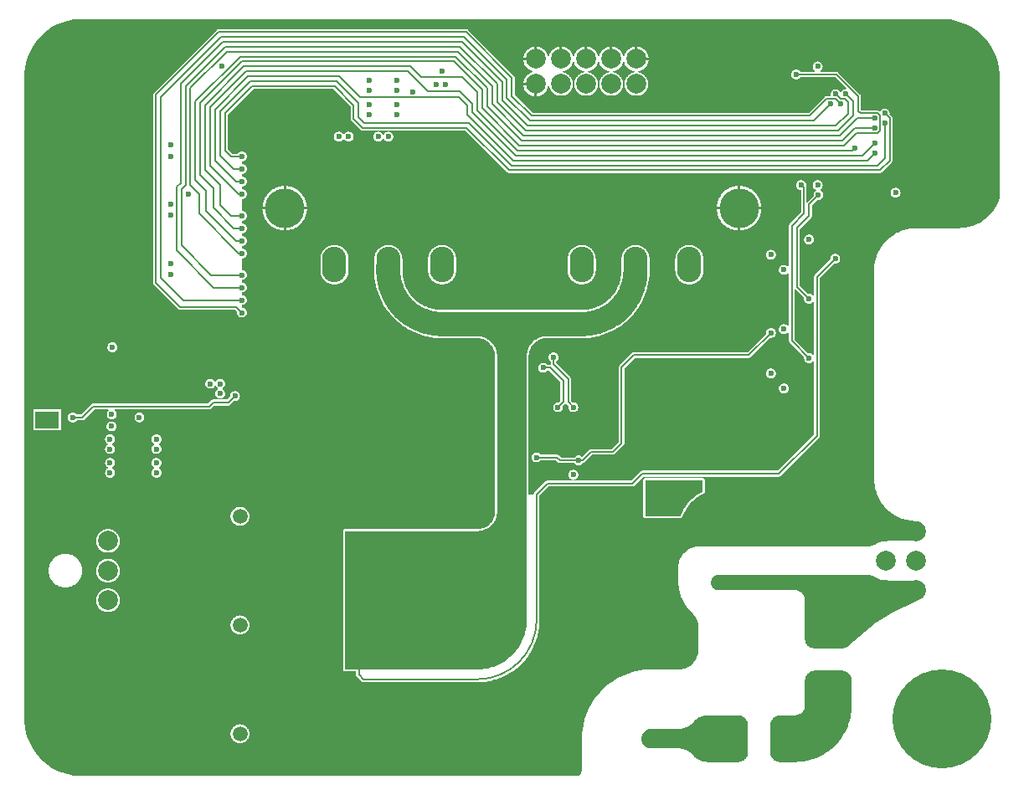
<source format=gbr>
%TF.GenerationSoftware,Altium Limited,Altium Designer,25.3.3 (18)*%
G04 Layer_Physical_Order=4*
G04 Layer_Color=16776960*
%FSLAX45Y45*%
%MOMM*%
%TF.SameCoordinates,6C4DDBA2-F481-4B1E-A352-F181FF77F2E2*%
%TF.FilePolarity,Positive*%
%TF.FileFunction,Copper,L4,Bot,Signal*%
%TF.Part,Single*%
G01*
G75*
%TA.AperFunction,Conductor*%
%ADD10C,0.20000*%
%ADD48C,0.15000*%
%TA.AperFunction,ComponentPad*%
%ADD54C,1.50000*%
%ADD55C,2.00000*%
%ADD56R,2.40000X1.70000*%
%ADD57O,2.40000X1.70000*%
%ADD58C,4.00000*%
%ADD59O,2.44000X3.60000*%
%TA.AperFunction,ViaPad*%
%ADD60C,10.00000*%
%ADD61C,0.60000*%
%TA.AperFunction,SMDPad,CuDef*%
%ADD62R,3.30000X2.40000*%
G36*
X9385149Y7674028D02*
X9441004Y7662917D01*
X9495499Y7646386D01*
X9548115Y7624592D01*
X9598337Y7597748D01*
X9645689Y7566108D01*
X9689710Y7529981D01*
X9729980Y7489711D01*
X9766108Y7445689D01*
X9797747Y7398337D01*
X9824592Y7348115D01*
X9846386Y7295500D01*
X9862917Y7241002D01*
X9874027Y7185149D01*
X9879609Y7128475D01*
X9879609Y7100000D01*
Y5864139D01*
X9876344Y5854092D01*
X9870499Y5838247D01*
X9864036Y5822644D01*
X9856966Y5807308D01*
X9849299Y5792260D01*
X9841047Y5777525D01*
X9832223Y5763126D01*
X9822840Y5749083D01*
X9812914Y5735421D01*
X9802458Y5722158D01*
X9791490Y5709316D01*
X9780026Y5696915D01*
X9768085Y5684973D01*
X9755683Y5673509D01*
X9742842Y5662541D01*
X9729579Y5652086D01*
X9715916Y5642159D01*
X9701874Y5632777D01*
X9687474Y5623953D01*
X9672740Y5615701D01*
X9657692Y5608033D01*
X9642355Y5600963D01*
X9626752Y5594500D01*
X9610908Y5588655D01*
X9594846Y5583436D01*
X9578592Y5578852D01*
X9562171Y5574910D01*
X9545607Y5571615D01*
X9528927Y5568973D01*
X9512155Y5566988D01*
X9495319Y5565663D01*
X9478444Y5565000D01*
X9042500Y5565000D01*
Y5565000D01*
X9034057Y5564916D01*
X9017186Y5564254D01*
X9000353Y5562929D01*
X8983585Y5560944D01*
X8966908Y5558303D01*
X8950347Y5555009D01*
X8933929Y5551067D01*
X8917678Y5546484D01*
X8901619Y5541266D01*
X8885778Y5535422D01*
X8870178Y5528960D01*
X8854844Y5521891D01*
X8839800Y5514226D01*
X8825068Y5505975D01*
X8810671Y5497153D01*
X8796632Y5487772D01*
X8782972Y5477848D01*
X8769711Y5467394D01*
X8756872Y5456428D01*
X8744473Y5444967D01*
X8732533Y5433027D01*
X8721072Y5420628D01*
X8710106Y5407789D01*
X8699653Y5394529D01*
X8689728Y5380869D01*
X8680347Y5366829D01*
X8671525Y5352433D01*
X8663275Y5337701D01*
X8655609Y5322656D01*
X8648540Y5307322D01*
X8642078Y5291722D01*
X8636234Y5275881D01*
X8631017Y5259822D01*
X8626433Y5243571D01*
X8622492Y5227153D01*
X8619197Y5210593D01*
X8616556Y5193915D01*
X8614571Y5177148D01*
X8613247Y5160315D01*
X8612584Y5143443D01*
X8612501Y5135000D01*
X8612500Y3030000D01*
X8612599Y3020788D01*
X8613388Y3002383D01*
X8614965Y2984027D01*
X8617326Y2965757D01*
X8620468Y2947604D01*
X8624385Y2929602D01*
X8629069Y2911785D01*
X8634513Y2894184D01*
X8640704Y2876833D01*
X8647634Y2859763D01*
X8655288Y2843006D01*
X8663653Y2826592D01*
X8672714Y2810551D01*
X8682453Y2794913D01*
X8692853Y2779706D01*
X8703895Y2764959D01*
X8715559Y2750699D01*
X8727823Y2736951D01*
X8740664Y2723741D01*
X8754059Y2711093D01*
X8767984Y2699031D01*
X8782412Y2687576D01*
X8797319Y2676749D01*
X8812675Y2666572D01*
X8828453Y2657061D01*
X8844624Y2648234D01*
X8861158Y2640109D01*
X8878025Y2632699D01*
X8895194Y2626019D01*
X8912633Y2620080D01*
X8930311Y2614893D01*
X8948194Y2610469D01*
X8966251Y2606814D01*
X8984448Y2603937D01*
X9002751Y2601841D01*
X9021128Y2600532D01*
X9028587Y2600240D01*
X9030332Y2600172D01*
X9037726Y2599963D01*
X9037829Y2599960D01*
X9037830Y2599959D01*
X9037830Y2599959D01*
X9037836Y2599959D01*
X9047043Y2599273D01*
X9050751Y2598846D01*
X9059230Y2597116D01*
X9067527Y2594660D01*
X9075582Y2591497D01*
X9083333Y2587650D01*
X9090723Y2583148D01*
X9097696Y2578024D01*
X9104201Y2572317D01*
X9110189Y2566070D01*
X9115614Y2559329D01*
X9120438Y2552144D01*
X9124622Y2544569D01*
X9128137Y2536662D01*
X9130955Y2528481D01*
X9133057Y2520086D01*
X9134425Y2511542D01*
X9135051Y2502911D01*
X9134928Y2494258D01*
X9134059Y2485649D01*
X9132449Y2477146D01*
X9130111Y2468815D01*
X9127062Y2460716D01*
X9123325Y2452912D01*
X9118928Y2445459D01*
X9113903Y2438413D01*
X9108289Y2431828D01*
X9102127Y2425753D01*
X9095463Y2420232D01*
X9088348Y2415308D01*
X9080833Y2411017D01*
X9072976Y2407391D01*
X9064836Y2404456D01*
X9056472Y2402236D01*
X9047947Y2400747D01*
X9039326Y2400000D01*
X8735000D01*
X8735000Y2400000D01*
X8730477Y2399948D01*
X8721440Y2399540D01*
X8712430Y2398722D01*
X8703467Y2397498D01*
X8694568Y2395870D01*
X8685753Y2393842D01*
X8677037Y2391416D01*
X8668441Y2388599D01*
X8659980Y2385397D01*
X8651673Y2381815D01*
X8643537Y2377861D01*
X8635588Y2373543D01*
X8631688Y2371250D01*
X8631688Y2371250D01*
X8627814Y2368913D01*
X8619863Y2364594D01*
X8611724Y2360639D01*
X8603415Y2357056D01*
X8594952Y2353852D01*
X8586353Y2351035D01*
X8577636Y2348609D01*
X8568818Y2346579D01*
X8559917Y2344951D01*
X8550951Y2343727D01*
X8541940Y2342909D01*
X8532900Y2342500D01*
X6835000D01*
Y2342500D01*
X6829391Y2342421D01*
X6818190Y2341792D01*
X6807042Y2340536D01*
X6795982Y2338657D01*
X6785045Y2336160D01*
X6774265Y2333055D01*
X6763676Y2329349D01*
X6753311Y2325056D01*
X6743204Y2320189D01*
X6733385Y2314762D01*
X6723886Y2308794D01*
X6714737Y2302302D01*
X6705966Y2295307D01*
X6697601Y2287832D01*
X6689668Y2279899D01*
X6682193Y2271534D01*
X6675198Y2262763D01*
X6668706Y2253614D01*
X6662738Y2244115D01*
X6657311Y2234296D01*
X6652444Y2224189D01*
X6648151Y2213824D01*
X6644445Y2203235D01*
X6641340Y2192455D01*
X6638843Y2181518D01*
X6636964Y2170458D01*
X6635708Y2159310D01*
X6635079Y2148109D01*
X6635000Y2142500D01*
X6635000Y1980000D01*
X6635089Y1971522D01*
X6635799Y1954581D01*
X6637217Y1937685D01*
X6639341Y1920863D01*
X6642167Y1904145D01*
X6645691Y1887560D01*
X6649905Y1871136D01*
X6654804Y1854904D01*
X6660377Y1838891D01*
X6666616Y1823125D01*
X6673510Y1807634D01*
X6681045Y1792445D01*
X6689210Y1777585D01*
X6697990Y1763080D01*
X6707369Y1748955D01*
X6717331Y1735235D01*
X6727859Y1721944D01*
X6738933Y1709105D01*
X6750536Y1696741D01*
X6762646Y1684873D01*
X6768884Y1679132D01*
Y1679132D01*
X6772773Y1675628D01*
X6780173Y1668222D01*
X6787176Y1660439D01*
X6793762Y1652301D01*
X6799914Y1643829D01*
X6805613Y1635047D01*
X6810846Y1625979D01*
X6815597Y1616649D01*
X6819853Y1607084D01*
X6823603Y1597309D01*
X6826837Y1587352D01*
X6829546Y1577239D01*
X6831721Y1566998D01*
X6833358Y1556657D01*
X6834452Y1546245D01*
X6835000Y1535790D01*
X6835000Y1294389D01*
X6834371Y1283183D01*
X6833114Y1272031D01*
X6831234Y1260967D01*
X6828737Y1250025D01*
X6825630Y1239241D01*
X6821923Y1228648D01*
X6817629Y1218279D01*
X6812759Y1208168D01*
X6807331Y1198345D01*
X6801360Y1188842D01*
X6794865Y1179689D01*
X6787868Y1170915D01*
X6780389Y1162547D01*
X6772454Y1154611D01*
X6764085Y1147132D01*
X6755311Y1140135D01*
X6746158Y1133641D01*
X6736655Y1127670D01*
X6726833Y1122241D01*
X6716721Y1117371D01*
X6706353Y1113077D01*
X6695759Y1109370D01*
X6684975Y1106263D01*
X6674033Y1103766D01*
X6662969Y1101886D01*
X6651817Y1100629D01*
X6640612Y1100000D01*
X6360000D01*
X6348547Y1099906D01*
X6325653Y1099157D01*
X6302795Y1097659D01*
X6279999Y1095413D01*
X6257288Y1092424D01*
X6234688Y1088692D01*
X6212222Y1084223D01*
X6189914Y1079022D01*
X6167788Y1073093D01*
X6145868Y1066444D01*
X6124177Y1059081D01*
X6102739Y1051012D01*
X6081576Y1042246D01*
X6060711Y1032792D01*
X6040167Y1022661D01*
X6019965Y1011863D01*
X6000128Y1000410D01*
X5980676Y988314D01*
X5961630Y975588D01*
X5943010Y962245D01*
X5924837Y948301D01*
X5907130Y933769D01*
X5889908Y918666D01*
X5873190Y903007D01*
X5856993Y886810D01*
X5841334Y870091D01*
X5826231Y852869D01*
X5811699Y835162D01*
X5797754Y816989D01*
X5784412Y798370D01*
X5771686Y779324D01*
X5759590Y759872D01*
X5748137Y740034D01*
X5737339Y719833D01*
X5727207Y699288D01*
X5717754Y678424D01*
X5708988Y657261D01*
X5700919Y635823D01*
X5693556Y614132D01*
X5686907Y592212D01*
X5680978Y570086D01*
X5675776Y547778D01*
X5671307Y525312D01*
X5667576Y502711D01*
X5664586Y480001D01*
X5662341Y457205D01*
X5660843Y434347D01*
X5660093Y411453D01*
X5660000Y400000D01*
Y96071D01*
X5659383Y88237D01*
X5658154Y80476D01*
X5656319Y72835D01*
X5653891Y65362D01*
X5650884Y58102D01*
X5647317Y51100D01*
X5643211Y44400D01*
X5638592Y38043D01*
X5633489Y32068D01*
X5627932Y26511D01*
X5621957Y21408D01*
X5620556Y20390D01*
X600000Y20390D01*
X571524Y20390D01*
X514851Y25972D01*
X458995Y37082D01*
X404500Y53613D01*
X351885Y75407D01*
X301663Y102251D01*
X254311Y133891D01*
X210289Y170018D01*
X170019Y210288D01*
X133892Y254310D01*
X102252Y301662D01*
X75408Y351884D01*
X53614Y404500D01*
X37082Y458997D01*
X25972Y514850D01*
X20390Y571524D01*
Y599999D01*
X20390Y7099999D01*
X20390Y7128475D01*
X25972Y7185148D01*
X37082Y7241004D01*
X53613Y7295499D01*
X75407Y7348114D01*
X102252Y7398336D01*
X133891Y7445688D01*
X170019Y7489710D01*
X210288Y7529980D01*
X254310Y7566107D01*
X301662Y7597747D01*
X351884Y7624591D01*
X404500Y7646385D01*
X458997Y7662917D01*
X514851Y7674027D01*
X571524Y7679608D01*
X600000Y7679609D01*
X9299999Y7679609D01*
X9328475Y7679609D01*
X9385149Y7674028D01*
D02*
G37*
G36*
X8541940Y2057090D02*
X8550951Y2056273D01*
X8559917Y2055048D01*
X8568818Y2053420D01*
X8577636Y2051391D01*
X8586354Y2048965D01*
X8594952Y2046148D01*
X8603415Y2042944D01*
X8611724Y2039361D01*
X8619863Y2035406D01*
X8627814Y2031087D01*
X8631688Y2028750D01*
X8635588Y2026457D01*
X8643537Y2022139D01*
X8651673Y2018185D01*
X8659980Y2014603D01*
X8668441Y2011400D01*
X8677037Y2008583D01*
X8685753Y2006158D01*
X8694568Y2004129D01*
X8703467Y2002501D01*
X8712430Y2001277D01*
X8721440Y2000460D01*
X8730477Y2000051D01*
X8735000Y2000000D01*
X9039182D01*
X9047518Y1999302D01*
X9055766Y1997909D01*
X9063869Y1995833D01*
X9071770Y1993088D01*
X9079415Y1989693D01*
X9086749Y1985671D01*
X9093722Y1981051D01*
X9100285Y1975864D01*
X9106391Y1970148D01*
X9112000Y1963942D01*
X9117070Y1957289D01*
X9121567Y1950236D01*
X9125459Y1942832D01*
X9128720Y1935129D01*
X9131326Y1927181D01*
X9133259Y1919042D01*
X9134506Y1910771D01*
X9135058Y1902425D01*
X9134911Y1894061D01*
X9134066Y1885739D01*
X9132529Y1877517D01*
X9130311Y1869452D01*
X9127428Y1861600D01*
X9123898Y1854016D01*
X9119748Y1846753D01*
X9115006Y1839863D01*
X9109705Y1833392D01*
X9103883Y1827387D01*
X9097579Y1821889D01*
X9090838Y1816936D01*
X9083707Y1812564D01*
X9079971Y1810683D01*
X9079972Y1810683D01*
X8768435Y1653488D01*
X8757198Y1647743D01*
X8734913Y1635894D01*
X8712886Y1623571D01*
X8691128Y1610779D01*
X8669649Y1597525D01*
X8648457Y1583815D01*
X8627564Y1569655D01*
X8606979Y1555051D01*
X8586711Y1540010D01*
X8566769Y1524539D01*
X8547162Y1508645D01*
X8527900Y1492335D01*
X8518401Y1484026D01*
Y1484027D01*
X8353387Y1338132D01*
X8351127Y1336133D01*
X8346372Y1332416D01*
X8341403Y1328992D01*
X8336236Y1325873D01*
X8330890Y1323073D01*
X8325385Y1320599D01*
X8319742Y1318462D01*
X8313979Y1316668D01*
X8308119Y1315226D01*
X8302183Y1314140D01*
X8296191Y1313413D01*
X8290167Y1313050D01*
X8008921D01*
X8001087Y1313666D01*
X7993326Y1314895D01*
X7985685Y1316730D01*
X7978211Y1319158D01*
X7970952Y1322165D01*
X7963950Y1325733D01*
X7957250Y1329839D01*
X7950893Y1334457D01*
X7944917Y1339561D01*
X7939361Y1345117D01*
X7934257Y1351093D01*
X7929639Y1357450D01*
X7925533Y1364150D01*
X7921965Y1371151D01*
X7918958Y1378411D01*
X7916530Y1385885D01*
X7914695Y1393526D01*
X7913466Y1401287D01*
X7912850Y1409121D01*
Y1413050D01*
Y1802500D01*
X7912773Y1806425D01*
X7912157Y1814253D01*
X7910928Y1822009D01*
X7909095Y1829644D01*
X7906669Y1837111D01*
X7903664Y1844365D01*
X7900099Y1851362D01*
X7895997Y1858056D01*
X7891381Y1864409D01*
X7886282Y1870380D01*
X7880730Y1875932D01*
X7874759Y1881031D01*
X7868407Y1885646D01*
X7861712Y1889749D01*
X7854716Y1893314D01*
X7847461Y1896319D01*
X7839994Y1898745D01*
X7832359Y1900578D01*
X7824603Y1901806D01*
X7816776Y1902422D01*
X7812850Y1902500D01*
X7036192D01*
X7028614Y1903246D01*
X7021146Y1904732D01*
X7013859Y1906942D01*
X7006824Y1909856D01*
X7000108Y1913445D01*
X6993777Y1917676D01*
X6987891Y1922506D01*
X6982506Y1927891D01*
X6977676Y1933777D01*
X6973445Y1940108D01*
X6969856Y1946824D01*
X6966942Y1953859D01*
X6964732Y1961146D01*
X6963246Y1968614D01*
X6962500Y1976192D01*
Y1983807D01*
X6963246Y1991385D01*
X6964732Y1998853D01*
X6966942Y2006140D01*
X6969856Y2013175D01*
X6973445Y2019891D01*
X6977676Y2026222D01*
X6982506Y2032108D01*
X6987891Y2037492D01*
X6993777Y2042323D01*
X7000108Y2046554D01*
X7006824Y2050143D01*
X7013859Y2053057D01*
X7021146Y2055267D01*
X7028614Y2056753D01*
X7036192Y2057500D01*
X8532900D01*
X8541940Y2057090D01*
D02*
G37*
G36*
X8298913Y1086333D02*
X8306674Y1085104D01*
X8314315Y1083269D01*
X8321788Y1080841D01*
X8329048Y1077834D01*
X8336050Y1074267D01*
X8342750Y1070161D01*
X8349107Y1065542D01*
X8355082Y1060439D01*
X8360639Y1054882D01*
X8365742Y1048907D01*
X8370361Y1042550D01*
X8374467Y1035850D01*
X8378034Y1028848D01*
X8381041Y1021588D01*
X8383470Y1014115D01*
X8385304Y1006474D01*
X8386533Y998713D01*
X8387150Y990879D01*
Y986950D01*
Y737150D01*
Y726898D01*
X8386418Y706406D01*
X8384955Y685954D01*
X8382764Y665567D01*
X8379845Y645270D01*
X8376205Y625092D01*
X8371846Y605056D01*
X8366775Y585188D01*
X8360998Y565514D01*
X8354523Y546059D01*
X8347357Y526847D01*
X8339511Y507903D01*
X8330993Y489251D01*
X8321814Y470915D01*
X8311987Y452919D01*
X8301525Y435285D01*
X8290439Y418035D01*
X8278745Y401192D01*
X8266457Y384777D01*
X8253591Y368812D01*
X8240163Y353315D01*
X8226191Y338308D01*
X8211692Y323809D01*
X8196685Y309837D01*
X8181188Y296409D01*
X8165222Y283543D01*
X8148808Y271255D01*
X8131965Y259561D01*
X8114715Y248475D01*
X8097081Y238012D01*
X8079084Y228185D01*
X8060748Y219007D01*
X8042097Y210489D01*
X8023153Y202642D01*
X8003941Y195477D01*
X7984486Y189001D01*
X7964812Y183224D01*
X7944944Y178154D01*
X7924908Y173795D01*
X7904729Y170154D01*
X7884433Y167236D01*
X7864046Y165044D01*
X7843594Y163582D01*
X7823102Y162850D01*
X7659121D01*
X7651287Y163466D01*
X7643525Y164695D01*
X7635885Y166530D01*
X7628411Y168958D01*
X7621151Y171965D01*
X7614150Y175533D01*
X7607450Y179639D01*
X7601092Y184257D01*
X7595117Y189361D01*
X7589561Y194917D01*
X7584457Y200893D01*
X7579839Y207250D01*
X7575733Y213950D01*
X7572165Y220952D01*
X7569158Y228211D01*
X7566730Y235685D01*
X7564895Y243326D01*
X7563666Y251087D01*
X7563050Y258921D01*
Y262850D01*
Y537150D01*
Y541079D01*
X7563666Y548913D01*
X7564895Y556674D01*
X7566730Y564315D01*
X7569158Y571788D01*
X7572165Y579048D01*
X7575733Y586050D01*
X7579839Y592750D01*
X7584457Y599107D01*
X7589561Y605082D01*
X7595117Y610639D01*
X7601092Y615742D01*
X7607450Y620361D01*
X7614150Y624467D01*
X7621151Y628034D01*
X7628411Y631041D01*
X7635885Y633470D01*
X7643525Y635304D01*
X7651287Y636533D01*
X7659121Y637150D01*
X7812850D01*
X7816776Y637227D01*
X7824603Y637843D01*
X7832359Y639071D01*
X7839994Y640904D01*
X7847461Y643331D01*
X7854716Y646336D01*
X7861712Y649900D01*
X7868407Y654003D01*
X7874759Y658618D01*
X7880730Y663718D01*
X7886282Y669270D01*
X7891381Y675241D01*
X7895997Y681593D01*
X7900099Y688288D01*
X7903664Y695284D01*
X7906669Y702538D01*
X7909095Y710006D01*
X7910928Y717641D01*
X7912157Y725396D01*
X7912773Y733224D01*
X7912850Y737150D01*
Y986950D01*
Y990879D01*
X7913466Y998713D01*
X7914695Y1006474D01*
X7916530Y1014115D01*
X7918958Y1021588D01*
X7921965Y1028848D01*
X7925533Y1035850D01*
X7929639Y1042550D01*
X7934257Y1048907D01*
X7939361Y1054882D01*
X7944917Y1060439D01*
X7950893Y1065542D01*
X7957250Y1070161D01*
X7963950Y1074267D01*
X7970952Y1077834D01*
X7978211Y1080841D01*
X7985685Y1083269D01*
X7993326Y1085104D01*
X8001087Y1086333D01*
X8008921Y1086950D01*
X8291079D01*
X8298913Y1086333D01*
D02*
G37*
G36*
X7236950Y637150D02*
X7240879D01*
X7248713Y636533D01*
X7256474Y635304D01*
X7264115Y633469D01*
X7271588Y631041D01*
X7278848Y628034D01*
X7285850Y624467D01*
X7292550Y620361D01*
X7298907Y615742D01*
X7304882Y610639D01*
X7310439Y605082D01*
X7315542Y599107D01*
X7320161Y592750D01*
X7324267Y586050D01*
X7327834Y579048D01*
X7330841Y571788D01*
X7333269Y564315D01*
X7335104Y556674D01*
X7336333Y548913D01*
X7336950Y541079D01*
Y537150D01*
X7336950D01*
X7336950Y262850D01*
Y258920D01*
X7336333Y251087D01*
X7335104Y243325D01*
X7333269Y235685D01*
X7330841Y228211D01*
X7327834Y220951D01*
X7324267Y213950D01*
X7320161Y207250D01*
X7315542Y200892D01*
X7310439Y194917D01*
X7304882Y189361D01*
X7298907Y184257D01*
X7292549Y179638D01*
X7285849Y175533D01*
X7278848Y171965D01*
X7271588Y168958D01*
X7264115Y166530D01*
X7256474Y164695D01*
X7248712Y163466D01*
X7240879Y162850D01*
X7236949Y162850D01*
X6931175D01*
X6920515Y163419D01*
X6909901Y164556D01*
X6899362Y166258D01*
X6888930Y168519D01*
X6878632Y171334D01*
X6868500Y174694D01*
X6858561Y178589D01*
X6848844Y183009D01*
X6839376Y187941D01*
X6830186Y193371D01*
X6821298Y199283D01*
X6812737Y205661D01*
X6804530Y212487D01*
X6796698Y219740D01*
X6789264Y227401D01*
X6785756Y231425D01*
X6782196Y235400D01*
X6774765Y243058D01*
X6766935Y250309D01*
X6758731Y257132D01*
X6750173Y263508D01*
X6741289Y269418D01*
X6732101Y274846D01*
X6722637Y279776D01*
X6712923Y284195D01*
X6702988Y288089D01*
X6692859Y291447D01*
X6682566Y294261D01*
X6672137Y296521D01*
X6661602Y298222D01*
X6650991Y299359D01*
X6640335Y299928D01*
X6635000Y299999D01*
X6635000Y300000D01*
X6355634D01*
X6346935Y300761D01*
X6338335Y302277D01*
X6329901Y304537D01*
X6321695Y307524D01*
X6313781Y311214D01*
X6306219Y315580D01*
X6299066Y320589D01*
X6292377Y326202D01*
X6286202Y332377D01*
X6280589Y339066D01*
X6275580Y346219D01*
X6271214Y353781D01*
X6267524Y361695D01*
X6264537Y369901D01*
X6262277Y378335D01*
X6260761Y386935D01*
X6260000Y395634D01*
Y404366D01*
X6260761Y413065D01*
X6262277Y421664D01*
X6264537Y430099D01*
X6267524Y438305D01*
X6271214Y446219D01*
X6275580Y453781D01*
X6280589Y460934D01*
X6286202Y467623D01*
X6292377Y473798D01*
X6299066Y479411D01*
X6306219Y484419D01*
X6313781Y488785D01*
X6321695Y492476D01*
X6329901Y495463D01*
X6338335Y497722D01*
X6346935Y499239D01*
X6355634Y500000D01*
X6635000D01*
X6640336Y500071D01*
X6650992Y500640D01*
X6661602Y501777D01*
X6672137Y503478D01*
X6682566Y505738D01*
X6692860Y508552D01*
X6702988Y511911D01*
X6712924Y515805D01*
X6722637Y520223D01*
X6732101Y525153D01*
X6741289Y530581D01*
X6750174Y536491D01*
X6758731Y542867D01*
X6766936Y549690D01*
X6774765Y556941D01*
X6782196Y564600D01*
X6785756Y568575D01*
X6785756D01*
X6789264Y572598D01*
X6796698Y580259D01*
X6804530Y587512D01*
X6812737Y594338D01*
X6821298Y600716D01*
X6830186Y606628D01*
X6839377Y612058D01*
X6848844Y616990D01*
X6858561Y621410D01*
X6868500Y625306D01*
X6878632Y628666D01*
X6888930Y631480D01*
X6899363Y633741D01*
X6909901Y635443D01*
X6920515Y636580D01*
X6931175Y637150D01*
X6936513D01*
X6936513Y637150D01*
X7236950Y637150D01*
D02*
G37*
%LPC*%
G36*
X6220699Y7401788D02*
Y7289700D01*
X6332788D01*
X6332627Y7291750D01*
X6331085Y7301483D01*
X6328785Y7311065D01*
X6325740Y7320436D01*
X6321969Y7329540D01*
X6317496Y7338320D01*
X6312347Y7346722D01*
X6306555Y7354694D01*
X6300155Y7362187D01*
X6293187Y7369155D01*
X6285694Y7375555D01*
X6277722Y7381347D01*
X6269320Y7386496D01*
X6260540Y7390969D01*
X6251437Y7394740D01*
X6242065Y7397785D01*
X6232483Y7400085D01*
X6222751Y7401627D01*
X6220699Y7401788D01*
D02*
G37*
G36*
X5179299Y7401788D02*
X5177249Y7401627D01*
X5167517Y7400085D01*
X5157935Y7397785D01*
X5148563Y7394740D01*
X5139460Y7390969D01*
X5130680Y7386496D01*
X5122278Y7381347D01*
X5114306Y7375555D01*
X5106813Y7369155D01*
X5099845Y7362187D01*
X5093445Y7354694D01*
X5087653Y7346722D01*
X5082504Y7338320D01*
X5078031Y7329540D01*
X5074260Y7320436D01*
X5071215Y7311065D01*
X5068915Y7301483D01*
X5067373Y7291750D01*
X5067212Y7289700D01*
X5179299D01*
Y7401788D01*
D02*
G37*
G36*
X5966699Y7401788D02*
Y7277000D01*
X5941299D01*
Y7401788D01*
X5939249Y7401627D01*
X5929517Y7400085D01*
X5919935Y7397785D01*
X5910563Y7394740D01*
X5901460Y7390969D01*
X5892680Y7386496D01*
X5884278Y7381347D01*
X5876306Y7375555D01*
X5868813Y7369155D01*
X5861845Y7362187D01*
X5855445Y7354694D01*
X5849653Y7346722D01*
X5844504Y7338320D01*
X5840031Y7329540D01*
X5836260Y7320436D01*
X5833215Y7311065D01*
X5832142Y7306596D01*
X5821858D01*
X5820785Y7311065D01*
X5817740Y7320436D01*
X5813969Y7329540D01*
X5809496Y7338320D01*
X5804347Y7346722D01*
X5798555Y7354694D01*
X5792155Y7362187D01*
X5785187Y7369155D01*
X5777694Y7375555D01*
X5769722Y7381347D01*
X5761320Y7386496D01*
X5752540Y7390969D01*
X5743437Y7394740D01*
X5734065Y7397785D01*
X5724483Y7400085D01*
X5714751Y7401627D01*
X5712699Y7401788D01*
Y7277000D01*
X5687299D01*
Y7401788D01*
X5685249Y7401627D01*
X5675517Y7400085D01*
X5665935Y7397785D01*
X5656563Y7394740D01*
X5647460Y7390969D01*
X5638680Y7386496D01*
X5630278Y7381347D01*
X5622306Y7375555D01*
X5614813Y7369155D01*
X5607845Y7362187D01*
X5601445Y7354694D01*
X5595653Y7346722D01*
X5590504Y7338320D01*
X5586031Y7329540D01*
X5582260Y7320436D01*
X5579215Y7311065D01*
X5578142Y7306596D01*
X5567858D01*
X5566785Y7311065D01*
X5563740Y7320436D01*
X5559969Y7329540D01*
X5555496Y7338320D01*
X5550347Y7346722D01*
X5544555Y7354694D01*
X5538155Y7362187D01*
X5531187Y7369155D01*
X5523694Y7375555D01*
X5515722Y7381347D01*
X5507320Y7386496D01*
X5498540Y7390969D01*
X5489437Y7394740D01*
X5480065Y7397785D01*
X5470483Y7400085D01*
X5460751Y7401627D01*
X5458699Y7401788D01*
Y7277000D01*
X5433299D01*
Y7401788D01*
X5431249Y7401627D01*
X5421517Y7400085D01*
X5411935Y7397785D01*
X5402563Y7394740D01*
X5393460Y7390969D01*
X5384680Y7386496D01*
X5376278Y7381347D01*
X5368306Y7375555D01*
X5360813Y7369155D01*
X5353845Y7362187D01*
X5347445Y7354694D01*
X5341653Y7346722D01*
X5336504Y7338320D01*
X5332031Y7329540D01*
X5328260Y7320436D01*
X5325215Y7311065D01*
X5324142Y7306596D01*
X5313858D01*
X5312785Y7311065D01*
X5309740Y7320436D01*
X5305969Y7329540D01*
X5301496Y7338320D01*
X5296347Y7346722D01*
X5290555Y7354694D01*
X5284155Y7362187D01*
X5277187Y7369155D01*
X5269694Y7375555D01*
X5261722Y7381347D01*
X5253320Y7386496D01*
X5244540Y7390969D01*
X5235437Y7394740D01*
X5226065Y7397785D01*
X5216483Y7400085D01*
X5206751Y7401627D01*
X5204699Y7401788D01*
Y7277000D01*
X5191999D01*
Y7264300D01*
X5067212D01*
X5067373Y7262249D01*
X5068915Y7252517D01*
X5071215Y7242935D01*
X5074260Y7233563D01*
X5078031Y7224460D01*
X5082504Y7215679D01*
X5087653Y7207278D01*
X5093445Y7199306D01*
X5099845Y7191813D01*
X5106813Y7184845D01*
X5114306Y7178445D01*
X5122278Y7172653D01*
X5130680Y7167504D01*
X5139460Y7163031D01*
X5148563Y7159260D01*
X5157935Y7156215D01*
X5162404Y7155142D01*
Y7144858D01*
X5157935Y7143785D01*
X5148563Y7140740D01*
X5139460Y7136969D01*
X5130680Y7132496D01*
X5122278Y7127347D01*
X5114306Y7121555D01*
X5106813Y7115155D01*
X5099845Y7108187D01*
X5093445Y7100694D01*
X5087653Y7092722D01*
X5082504Y7084320D01*
X5078031Y7075540D01*
X5074260Y7066436D01*
X5071215Y7057065D01*
X5068915Y7047483D01*
X5067373Y7037750D01*
X5067212Y7035700D01*
X5191999D01*
Y7023000D01*
X5204699D01*
Y6898212D01*
X5206751Y6898373D01*
X5216483Y6899915D01*
X5226065Y6902215D01*
X5235437Y6905260D01*
X5244540Y6909031D01*
X5253320Y6913504D01*
X5261722Y6918653D01*
X5269694Y6924445D01*
X5277187Y6930845D01*
X5284155Y6937813D01*
X5290555Y6945306D01*
X5296347Y6953278D01*
X5301496Y6961679D01*
X5305969Y6970460D01*
X5309740Y6979563D01*
X5312785Y6988935D01*
X5315085Y6998517D01*
X5316627Y7008249D01*
X5316693Y7009087D01*
X5326724Y7009087D01*
X5326740Y7008885D01*
X5328215Y6999571D01*
X5330416Y6990402D01*
X5333330Y6981434D01*
X5336939Y6972722D01*
X5341220Y6964320D01*
X5346147Y6956280D01*
X5351689Y6948651D01*
X5357813Y6941481D01*
X5364481Y6934813D01*
X5371651Y6928689D01*
X5379280Y6923146D01*
X5387320Y6918220D01*
X5395722Y6913938D01*
X5404434Y6910330D01*
X5413402Y6907416D01*
X5422571Y6905215D01*
X5431885Y6903740D01*
X5441285Y6903000D01*
X5450715D01*
X5460115Y6903740D01*
X5469429Y6905215D01*
X5478598Y6907416D01*
X5487566Y6910330D01*
X5496278Y6913938D01*
X5504680Y6918220D01*
X5512720Y6923146D01*
X5520349Y6928689D01*
X5527519Y6934813D01*
X5534187Y6941481D01*
X5540311Y6948651D01*
X5545854Y6956280D01*
X5550780Y6964320D01*
X5555062Y6972722D01*
X5558670Y6981434D01*
X5561584Y6990402D01*
X5563785Y6999571D01*
X5565260Y7008885D01*
X5566000Y7018285D01*
Y7027715D01*
X5565260Y7037115D01*
X5563785Y7046429D01*
X5561584Y7055598D01*
X5558670Y7064566D01*
X5555062Y7073278D01*
X5550780Y7081680D01*
X5545854Y7089720D01*
X5540311Y7097349D01*
X5534187Y7104519D01*
X5527519Y7111187D01*
X5520349Y7117311D01*
X5512720Y7122853D01*
X5504680Y7127780D01*
X5496278Y7132061D01*
X5487566Y7135670D01*
X5478598Y7138584D01*
X5469429Y7140785D01*
X5460115Y7142260D01*
X5459913Y7142276D01*
X5459913Y7152307D01*
X5460751Y7152373D01*
X5470483Y7153915D01*
X5480065Y7156215D01*
X5489437Y7159260D01*
X5498540Y7163031D01*
X5507320Y7167504D01*
X5515722Y7172653D01*
X5523694Y7178445D01*
X5531187Y7184845D01*
X5538155Y7191813D01*
X5544555Y7199306D01*
X5550347Y7207278D01*
X5555496Y7215679D01*
X5559969Y7224460D01*
X5563740Y7233563D01*
X5566785Y7242935D01*
X5567858Y7247404D01*
X5578142D01*
X5579215Y7242935D01*
X5582260Y7233563D01*
X5586031Y7224460D01*
X5590504Y7215679D01*
X5595653Y7207278D01*
X5601445Y7199306D01*
X5607845Y7191813D01*
X5614813Y7184845D01*
X5622306Y7178445D01*
X5630278Y7172653D01*
X5638680Y7167504D01*
X5647460Y7163031D01*
X5656563Y7159260D01*
X5665935Y7156215D01*
X5675517Y7153915D01*
X5685249Y7152373D01*
X5686087Y7152307D01*
X5686087Y7142276D01*
X5685885Y7142260D01*
X5676571Y7140785D01*
X5667402Y7138584D01*
X5658434Y7135670D01*
X5649722Y7132061D01*
X5641320Y7127780D01*
X5633280Y7122853D01*
X5625651Y7117311D01*
X5618481Y7111187D01*
X5611813Y7104519D01*
X5605689Y7097349D01*
X5600147Y7089720D01*
X5595220Y7081680D01*
X5590939Y7073278D01*
X5587330Y7064566D01*
X5584416Y7055598D01*
X5582215Y7046429D01*
X5580740Y7037115D01*
X5580000Y7027715D01*
Y7018285D01*
X5580740Y7008885D01*
X5582215Y6999571D01*
X5584416Y6990402D01*
X5587330Y6981434D01*
X5590939Y6972722D01*
X5595220Y6964320D01*
X5600147Y6956280D01*
X5605689Y6948651D01*
X5611813Y6941481D01*
X5618481Y6934813D01*
X5625651Y6928689D01*
X5633280Y6923146D01*
X5641320Y6918220D01*
X5649722Y6913938D01*
X5658434Y6910330D01*
X5667402Y6907416D01*
X5676571Y6905215D01*
X5685885Y6903740D01*
X5695285Y6903000D01*
X5704715D01*
X5714115Y6903740D01*
X5723429Y6905215D01*
X5732598Y6907416D01*
X5741566Y6910330D01*
X5750278Y6913938D01*
X5758680Y6918220D01*
X5766720Y6923146D01*
X5774349Y6928689D01*
X5781519Y6934813D01*
X5788187Y6941481D01*
X5794311Y6948651D01*
X5799854Y6956280D01*
X5804780Y6964320D01*
X5809062Y6972722D01*
X5812670Y6981434D01*
X5815584Y6990402D01*
X5817785Y6999571D01*
X5819260Y7008885D01*
X5820000Y7018285D01*
Y7027715D01*
X5819260Y7037115D01*
X5817785Y7046429D01*
X5815584Y7055598D01*
X5812670Y7064566D01*
X5809062Y7073278D01*
X5804780Y7081680D01*
X5799854Y7089720D01*
X5794311Y7097349D01*
X5788187Y7104519D01*
X5781519Y7111187D01*
X5774349Y7117311D01*
X5766720Y7122853D01*
X5758680Y7127780D01*
X5750278Y7132061D01*
X5741566Y7135670D01*
X5732598Y7138584D01*
X5723429Y7140785D01*
X5714115Y7142260D01*
X5713913Y7142276D01*
X5713913Y7152307D01*
X5714751Y7152373D01*
X5724483Y7153915D01*
X5734065Y7156215D01*
X5743437Y7159260D01*
X5752540Y7163031D01*
X5761320Y7167504D01*
X5769722Y7172653D01*
X5777694Y7178445D01*
X5785187Y7184845D01*
X5792155Y7191813D01*
X5798555Y7199306D01*
X5804347Y7207278D01*
X5809496Y7215679D01*
X5813969Y7224460D01*
X5817740Y7233563D01*
X5820785Y7242935D01*
X5821858Y7247404D01*
X5832142D01*
X5833215Y7242935D01*
X5836260Y7233563D01*
X5840031Y7224460D01*
X5844504Y7215679D01*
X5849653Y7207278D01*
X5855445Y7199306D01*
X5861845Y7191813D01*
X5868813Y7184845D01*
X5876306Y7178445D01*
X5884278Y7172653D01*
X5892680Y7167504D01*
X5901460Y7163031D01*
X5910563Y7159260D01*
X5919935Y7156215D01*
X5929517Y7153915D01*
X5939249Y7152373D01*
X5940087Y7152307D01*
X5940087Y7142276D01*
X5939885Y7142260D01*
X5930571Y7140785D01*
X5921402Y7138584D01*
X5912434Y7135670D01*
X5903722Y7132061D01*
X5895320Y7127780D01*
X5887280Y7122853D01*
X5879651Y7117311D01*
X5872481Y7111187D01*
X5865813Y7104519D01*
X5859689Y7097349D01*
X5854147Y7089720D01*
X5849220Y7081680D01*
X5844939Y7073278D01*
X5841330Y7064566D01*
X5838416Y7055598D01*
X5836215Y7046429D01*
X5834740Y7037115D01*
X5834000Y7027715D01*
Y7018285D01*
X5834740Y7008885D01*
X5836215Y6999571D01*
X5838416Y6990402D01*
X5841330Y6981434D01*
X5844939Y6972722D01*
X5849220Y6964320D01*
X5854147Y6956280D01*
X5859689Y6948651D01*
X5865813Y6941481D01*
X5872481Y6934813D01*
X5879651Y6928689D01*
X5887280Y6923146D01*
X5895320Y6918220D01*
X5903722Y6913938D01*
X5912434Y6910330D01*
X5921402Y6907416D01*
X5930571Y6905215D01*
X5939885Y6903740D01*
X5949285Y6903000D01*
X5958715D01*
X5968115Y6903740D01*
X5977429Y6905215D01*
X5986598Y6907416D01*
X5995566Y6910330D01*
X6004278Y6913938D01*
X6012680Y6918220D01*
X6020720Y6923146D01*
X6028349Y6928689D01*
X6035519Y6934813D01*
X6042187Y6941481D01*
X6048311Y6948651D01*
X6053854Y6956280D01*
X6058780Y6964320D01*
X6063062Y6972722D01*
X6066670Y6981434D01*
X6069584Y6990402D01*
X6071785Y6999571D01*
X6073260Y7008885D01*
X6074000Y7018285D01*
Y7027715D01*
X6073260Y7037115D01*
X6071785Y7046429D01*
X6069584Y7055598D01*
X6066670Y7064566D01*
X6063062Y7073278D01*
X6058780Y7081680D01*
X6053854Y7089720D01*
X6048311Y7097349D01*
X6042187Y7104519D01*
X6035519Y7111187D01*
X6028349Y7117311D01*
X6020720Y7122853D01*
X6012680Y7127780D01*
X6004278Y7132061D01*
X5995566Y7135670D01*
X5986598Y7138584D01*
X5977429Y7140785D01*
X5968115Y7142260D01*
X5967913Y7142276D01*
X5967913Y7152307D01*
X5968751Y7152373D01*
X5978483Y7153915D01*
X5988065Y7156215D01*
X5997437Y7159260D01*
X6006540Y7163031D01*
X6015320Y7167504D01*
X6023722Y7172653D01*
X6031694Y7178445D01*
X6039187Y7184845D01*
X6046155Y7191813D01*
X6052555Y7199306D01*
X6058347Y7207278D01*
X6063496Y7215679D01*
X6067969Y7224460D01*
X6071740Y7233563D01*
X6074785Y7242935D01*
X6075858Y7247404D01*
X6086142D01*
X6087215Y7242935D01*
X6090260Y7233563D01*
X6094031Y7224460D01*
X6098504Y7215679D01*
X6103653Y7207278D01*
X6109445Y7199306D01*
X6115845Y7191813D01*
X6122813Y7184845D01*
X6130306Y7178445D01*
X6138278Y7172653D01*
X6146680Y7167504D01*
X6155460Y7163031D01*
X6164563Y7159260D01*
X6173935Y7156215D01*
X6183517Y7153915D01*
X6193249Y7152373D01*
X6194087Y7152307D01*
X6194087Y7142276D01*
X6193885Y7142260D01*
X6184571Y7140785D01*
X6175402Y7138584D01*
X6166434Y7135670D01*
X6157722Y7132061D01*
X6149320Y7127780D01*
X6141280Y7122853D01*
X6133651Y7117311D01*
X6126481Y7111187D01*
X6119813Y7104519D01*
X6113689Y7097349D01*
X6108147Y7089720D01*
X6103220Y7081680D01*
X6098939Y7073278D01*
X6095330Y7064566D01*
X6092416Y7055598D01*
X6090215Y7046429D01*
X6088740Y7037115D01*
X6088000Y7027715D01*
Y7018285D01*
X6088740Y7008885D01*
X6090215Y6999571D01*
X6092416Y6990402D01*
X6095330Y6981434D01*
X6098939Y6972722D01*
X6103220Y6964320D01*
X6108147Y6956280D01*
X6113689Y6948651D01*
X6119813Y6941481D01*
X6126481Y6934813D01*
X6133651Y6928689D01*
X6141280Y6923146D01*
X6149320Y6918220D01*
X6157722Y6913938D01*
X6166434Y6910330D01*
X6175402Y6907416D01*
X6184571Y6905215D01*
X6193885Y6903740D01*
X6203285Y6903000D01*
X6212715D01*
X6222115Y6903740D01*
X6231429Y6905215D01*
X6240598Y6907416D01*
X6249566Y6910330D01*
X6258278Y6913938D01*
X6266680Y6918220D01*
X6274720Y6923146D01*
X6282349Y6928689D01*
X6289519Y6934813D01*
X6296187Y6941481D01*
X6302311Y6948651D01*
X6307854Y6956280D01*
X6312780Y6964320D01*
X6317062Y6972722D01*
X6320670Y6981434D01*
X6323584Y6990402D01*
X6325785Y6999571D01*
X6327260Y7008885D01*
X6328000Y7018285D01*
Y7027715D01*
X6327260Y7037115D01*
X6325785Y7046429D01*
X6323584Y7055598D01*
X6320670Y7064566D01*
X6317062Y7073278D01*
X6312780Y7081680D01*
X6307854Y7089720D01*
X6302311Y7097349D01*
X6296187Y7104519D01*
X6289519Y7111187D01*
X6282349Y7117311D01*
X6274720Y7122853D01*
X6266680Y7127780D01*
X6258278Y7132061D01*
X6249566Y7135670D01*
X6240598Y7138584D01*
X6231429Y7140785D01*
X6222115Y7142260D01*
X6221913Y7142276D01*
X6221913Y7152307D01*
X6222751Y7152373D01*
X6232483Y7153915D01*
X6242065Y7156215D01*
X6251437Y7159260D01*
X6260540Y7163031D01*
X6269320Y7167504D01*
X6277722Y7172653D01*
X6285694Y7178445D01*
X6293187Y7184845D01*
X6300155Y7191813D01*
X6306555Y7199306D01*
X6312347Y7207278D01*
X6317496Y7215679D01*
X6321969Y7224460D01*
X6325740Y7233563D01*
X6328785Y7242935D01*
X6331085Y7252517D01*
X6332627Y7262249D01*
X6332788Y7264300D01*
X6207999D01*
Y7277000D01*
X6195299D01*
Y7401788D01*
X6193249Y7401627D01*
X6183517Y7400085D01*
X6173935Y7397785D01*
X6164563Y7394740D01*
X6155460Y7390969D01*
X6146680Y7386496D01*
X6138278Y7381347D01*
X6130306Y7375555D01*
X6122813Y7369155D01*
X6115845Y7362187D01*
X6109445Y7354694D01*
X6103653Y7346722D01*
X6098504Y7338320D01*
X6094031Y7329540D01*
X6090260Y7320436D01*
X6087215Y7311065D01*
X6086142Y7306596D01*
X6075858D01*
X6074785Y7311065D01*
X6071740Y7320436D01*
X6067969Y7329540D01*
X6063496Y7338320D01*
X6058347Y7346722D01*
X6052555Y7354694D01*
X6046155Y7362187D01*
X6039187Y7369155D01*
X6031694Y7375555D01*
X6023722Y7381347D01*
X6015320Y7386496D01*
X6006540Y7390969D01*
X5997437Y7394740D01*
X5988065Y7397785D01*
X5978483Y7400085D01*
X5968751Y7401627D01*
X5966699Y7401788D01*
D02*
G37*
G36*
X5179299Y7010300D02*
X5067212D01*
X5067373Y7008249D01*
X5068915Y6998517D01*
X5071215Y6988935D01*
X5074260Y6979563D01*
X5078031Y6970460D01*
X5082504Y6961679D01*
X5087653Y6953278D01*
X5093445Y6945306D01*
X5099845Y6937813D01*
X5106813Y6930845D01*
X5114306Y6924445D01*
X5122278Y6918653D01*
X5130680Y6913504D01*
X5139460Y6909031D01*
X5148563Y6905260D01*
X5157935Y6902215D01*
X5167517Y6899915D01*
X5177249Y6898373D01*
X5179299Y6898212D01*
Y7010300D01*
D02*
G37*
G36*
X3702808Y6540000D02*
X3697192D01*
X3691611Y6539371D01*
X3686136Y6538122D01*
X3680836Y6536267D01*
X3675776Y6533830D01*
X3671021Y6530842D01*
X3666630Y6527341D01*
X3662659Y6523370D01*
X3659158Y6518979D01*
X3656170Y6514224D01*
X3655458Y6512745D01*
X3654797Y6512488D01*
X3645203D01*
X3644543Y6512745D01*
X3643830Y6514224D01*
X3640843Y6518979D01*
X3637341Y6523370D01*
X3633370Y6527341D01*
X3628980Y6530842D01*
X3624224Y6533830D01*
X3619165Y6536267D01*
X3613864Y6538122D01*
X3608389Y6539371D01*
X3602808Y6540000D01*
X3597192D01*
X3591612Y6539371D01*
X3586137Y6538122D01*
X3580836Y6536267D01*
X3575776Y6533830D01*
X3571021Y6530842D01*
X3566631Y6527341D01*
X3562660Y6523370D01*
X3559158Y6518979D01*
X3556170Y6514224D01*
X3553734Y6509165D01*
X3551879Y6503864D01*
X3550629Y6498389D01*
X3550001Y6492808D01*
Y6487192D01*
X3550629Y6481612D01*
X3551879Y6476137D01*
X3553734Y6470836D01*
X3556170Y6465776D01*
X3559158Y6461021D01*
X3562660Y6456630D01*
X3566631Y6452659D01*
X3571021Y6449158D01*
X3575776Y6446170D01*
X3580836Y6443734D01*
X3586137Y6441879D01*
X3591612Y6440629D01*
X3597192Y6440000D01*
X3602808D01*
X3608389Y6440629D01*
X3613864Y6441879D01*
X3619165Y6443734D01*
X3624224Y6446170D01*
X3628980Y6449158D01*
X3633370Y6452659D01*
X3637341Y6456630D01*
X3640843Y6461021D01*
X3643830Y6465776D01*
X3644543Y6467255D01*
X3645203Y6467513D01*
X3654797D01*
X3655458Y6467255D01*
X3656170Y6465776D01*
X3659158Y6461021D01*
X3662659Y6456630D01*
X3666630Y6452659D01*
X3671021Y6449158D01*
X3675776Y6446170D01*
X3680836Y6443734D01*
X3686136Y6441879D01*
X3691611Y6440629D01*
X3697192Y6440000D01*
X3702808D01*
X3708389Y6440629D01*
X3713864Y6441879D01*
X3719164Y6443734D01*
X3724224Y6446170D01*
X3728979Y6449158D01*
X3733370Y6452659D01*
X3737341Y6456630D01*
X3740842Y6461021D01*
X3743830Y6465776D01*
X3746267Y6470836D01*
X3748121Y6476137D01*
X3749371Y6481612D01*
X3750000Y6487192D01*
Y6492808D01*
X3749371Y6498389D01*
X3748121Y6503864D01*
X3746267Y6509165D01*
X3743830Y6514224D01*
X3740842Y6518979D01*
X3737341Y6523370D01*
X3733370Y6527341D01*
X3728979Y6530842D01*
X3724224Y6533830D01*
X3719164Y6536267D01*
X3713864Y6538122D01*
X3708389Y6539371D01*
X3702808Y6540000D01*
D02*
G37*
G36*
X3302807D02*
X3297192D01*
X3291611Y6539371D01*
X3286136Y6538122D01*
X3280835Y6536267D01*
X3275776Y6533830D01*
X3271020Y6530842D01*
X3266630Y6527341D01*
X3262659Y6523370D01*
X3259157Y6518979D01*
X3256170Y6514224D01*
X3255457Y6512745D01*
X3254796Y6512487D01*
X3245203D01*
X3244542Y6512745D01*
X3243830Y6514224D01*
X3240842Y6518979D01*
X3237340Y6523370D01*
X3233369Y6527341D01*
X3228979Y6530842D01*
X3224224Y6533830D01*
X3219164Y6536267D01*
X3213863Y6538122D01*
X3208388Y6539371D01*
X3202808Y6540000D01*
X3197192D01*
X3191611Y6539371D01*
X3186136Y6538122D01*
X3180835Y6536267D01*
X3175776Y6533830D01*
X3171021Y6530842D01*
X3166630Y6527341D01*
X3162659Y6523370D01*
X3159158Y6518979D01*
X3156170Y6514224D01*
X3153733Y6509165D01*
X3151878Y6503864D01*
X3150629Y6498389D01*
X3150000Y6492808D01*
Y6487192D01*
X3150629Y6481612D01*
X3151878Y6476137D01*
X3153733Y6470836D01*
X3156170Y6465776D01*
X3159158Y6461021D01*
X3162659Y6456630D01*
X3166630Y6452659D01*
X3171021Y6449158D01*
X3175776Y6446170D01*
X3180835Y6443734D01*
X3186136Y6441879D01*
X3191611Y6440629D01*
X3197192Y6440000D01*
X3202808D01*
X3208388Y6440629D01*
X3213863Y6441879D01*
X3219164Y6443734D01*
X3224224Y6446170D01*
X3228979Y6449158D01*
X3233369Y6452659D01*
X3237340Y6456630D01*
X3240842Y6461021D01*
X3243830Y6465776D01*
X3244542Y6467256D01*
X3245203Y6467513D01*
X3254796D01*
X3255457Y6467256D01*
X3256170Y6465776D01*
X3259157Y6461021D01*
X3262659Y6456630D01*
X3266630Y6452659D01*
X3271020Y6449158D01*
X3275776Y6446170D01*
X3280835Y6443734D01*
X3286136Y6441879D01*
X3291611Y6440629D01*
X3297192Y6440000D01*
X3302807D01*
X3308388Y6440629D01*
X3313863Y6441879D01*
X3319164Y6443734D01*
X3324223Y6446170D01*
X3328979Y6449158D01*
X3333369Y6452659D01*
X3337340Y6456630D01*
X3340842Y6461021D01*
X3343829Y6465776D01*
X3346266Y6470836D01*
X3348121Y6476137D01*
X3349370Y6481612D01*
X3349999Y6487192D01*
Y6492808D01*
X3349370Y6498389D01*
X3348121Y6503864D01*
X3346266Y6509165D01*
X3343829Y6514224D01*
X3340842Y6518979D01*
X3337340Y6523370D01*
X3333369Y6527341D01*
X3328979Y6530842D01*
X3324223Y6533830D01*
X3319164Y6536267D01*
X3313863Y6538122D01*
X3308388Y6539371D01*
X3302807Y6540000D01*
D02*
G37*
G36*
X4486396Y7577585D02*
X1987157D01*
X1982842Y7577245D01*
X1978633Y7576235D01*
X1974634Y7574578D01*
X1970943Y7572316D01*
X1967651Y7569505D01*
X1330495Y6932348D01*
X1327683Y6929057D01*
X1325422Y6925366D01*
X1323765Y6921367D01*
X1322755Y6917158D01*
X1322415Y6912843D01*
Y5010882D01*
X1322755Y5006567D01*
X1323765Y5002358D01*
X1325422Y4998359D01*
X1327683Y4994668D01*
X1330495Y4991376D01*
X1575587Y4746284D01*
X1578878Y4743473D01*
X1582569Y4741211D01*
X1586568Y4739555D01*
X1590777Y4738544D01*
X1595092Y4738205D01*
X2152284D01*
X2170995Y4719494D01*
X2170629Y4717889D01*
X2170000Y4712308D01*
Y4706692D01*
X2170629Y4701112D01*
X2171879Y4695637D01*
X2173733Y4690336D01*
X2176170Y4685276D01*
X2179158Y4680521D01*
X2182659Y4676130D01*
X2186630Y4672159D01*
X2191021Y4668658D01*
X2195776Y4665670D01*
X2200836Y4663233D01*
X2206136Y4661379D01*
X2211611Y4660129D01*
X2217192Y4659500D01*
X2222808D01*
X2228388Y4660129D01*
X2233863Y4661379D01*
X2239164Y4663233D01*
X2244224Y4665670D01*
X2248979Y4668658D01*
X2253370Y4672159D01*
X2257341Y4676130D01*
X2260842Y4680521D01*
X2263830Y4685276D01*
X2266266Y4690336D01*
X2268121Y4695637D01*
X2269371Y4701112D01*
X2270000Y4706692D01*
Y4712308D01*
X2269371Y4717889D01*
X2268121Y4723364D01*
X2266266Y4728664D01*
X2263830Y4733724D01*
X2260842Y4738479D01*
X2257341Y4742870D01*
X2253370Y4746841D01*
X2248979Y4750342D01*
X2244224Y4753330D01*
X2239164Y4755767D01*
X2233863Y4757621D01*
X2228388Y4758871D01*
X2222808Y4759500D01*
X2220000D01*
Y4786500D01*
X2222808D01*
X2228389Y4787129D01*
X2233864Y4788379D01*
X2239164Y4790233D01*
X2244224Y4792670D01*
X2248979Y4795658D01*
X2253370Y4799159D01*
X2257341Y4803130D01*
X2260842Y4807521D01*
X2263830Y4812276D01*
X2266267Y4817336D01*
X2268121Y4822636D01*
X2269371Y4828111D01*
X2270000Y4833692D01*
Y4839308D01*
X2269371Y4844888D01*
X2268121Y4850363D01*
X2266267Y4855664D01*
X2263830Y4860724D01*
X2260842Y4865479D01*
X2257341Y4869870D01*
X2253370Y4873841D01*
X2248979Y4877342D01*
X2244224Y4880330D01*
X2239164Y4882766D01*
X2233864Y4884621D01*
X2228389Y4885871D01*
X2222808Y4886500D01*
X2220000D01*
Y4913500D01*
X2222808D01*
X2228388Y4914129D01*
X2233863Y4915379D01*
X2239164Y4917233D01*
X2244224Y4919670D01*
X2248979Y4922658D01*
X2253370Y4926159D01*
X2257341Y4930130D01*
X2260842Y4934521D01*
X2263830Y4939276D01*
X2266266Y4944336D01*
X2268121Y4949637D01*
X2269371Y4955112D01*
X2270000Y4960692D01*
Y4966308D01*
X2269371Y4971889D01*
X2268121Y4977364D01*
X2266266Y4982664D01*
X2263830Y4987724D01*
X2260842Y4992479D01*
X2257341Y4996870D01*
X2253370Y5000841D01*
X2248979Y5004342D01*
X2244224Y5007330D01*
X2239164Y5009767D01*
X2233863Y5011621D01*
X2228388Y5012871D01*
X2222808Y5013500D01*
X2220000D01*
Y5040500D01*
X2222808D01*
X2228388Y5041129D01*
X2233863Y5042379D01*
X2239164Y5044233D01*
X2244224Y5046670D01*
X2248979Y5049658D01*
X2253370Y5053159D01*
X2257341Y5057130D01*
X2260842Y5061521D01*
X2263830Y5066276D01*
X2266266Y5071336D01*
X2268121Y5076637D01*
X2269371Y5082112D01*
X2270000Y5087692D01*
Y5093308D01*
X2269371Y5098889D01*
X2268121Y5104364D01*
X2266266Y5109664D01*
X2263830Y5114724D01*
X2260842Y5119479D01*
X2257341Y5123870D01*
X2253370Y5127841D01*
X2248979Y5131342D01*
X2244224Y5134330D01*
X2239164Y5136767D01*
X2233863Y5138621D01*
X2228388Y5139871D01*
X2222808Y5140500D01*
X2220000D01*
Y5259500D01*
X2222808D01*
X2228388Y5260129D01*
X2233863Y5261379D01*
X2239164Y5263233D01*
X2244224Y5265670D01*
X2248979Y5268658D01*
X2253370Y5272159D01*
X2257341Y5276130D01*
X2260842Y5280521D01*
X2263830Y5285276D01*
X2266266Y5290336D01*
X2268121Y5295636D01*
X2269371Y5301111D01*
X2270000Y5306692D01*
Y5312308D01*
X2269371Y5317889D01*
X2268121Y5323363D01*
X2266266Y5328664D01*
X2263830Y5333724D01*
X2260842Y5338479D01*
X2257341Y5342870D01*
X2253370Y5346841D01*
X2248979Y5350342D01*
X2244224Y5353330D01*
X2239164Y5355767D01*
X2233863Y5357621D01*
X2228388Y5358871D01*
X2222808Y5359500D01*
X2220000D01*
Y5386500D01*
X2222808D01*
X2228389Y5387129D01*
X2233864Y5388379D01*
X2239164Y5390233D01*
X2244224Y5392670D01*
X2248979Y5395658D01*
X2253370Y5399159D01*
X2257341Y5403130D01*
X2260842Y5407521D01*
X2263830Y5412276D01*
X2266267Y5417336D01*
X2268121Y5422636D01*
X2269371Y5428111D01*
X2270000Y5433692D01*
Y5439308D01*
X2269371Y5444889D01*
X2268121Y5450363D01*
X2266267Y5455664D01*
X2263830Y5460724D01*
X2260842Y5465479D01*
X2257341Y5469870D01*
X2253370Y5473841D01*
X2248979Y5477342D01*
X2244224Y5480330D01*
X2239164Y5482767D01*
X2233864Y5484621D01*
X2228389Y5485871D01*
X2222808Y5486500D01*
X2220000D01*
Y5513500D01*
X2222808D01*
X2228388Y5514129D01*
X2233863Y5515378D01*
X2239164Y5517233D01*
X2244224Y5519670D01*
X2248979Y5522657D01*
X2253370Y5526159D01*
X2257341Y5530130D01*
X2260842Y5534521D01*
X2263830Y5539276D01*
X2266266Y5544335D01*
X2268121Y5549636D01*
X2269371Y5555111D01*
X2270000Y5560692D01*
Y5566308D01*
X2269371Y5571888D01*
X2268121Y5577363D01*
X2266266Y5582664D01*
X2263830Y5587724D01*
X2260842Y5592479D01*
X2257341Y5596869D01*
X2253370Y5600840D01*
X2248979Y5604342D01*
X2244224Y5607330D01*
X2239164Y5609766D01*
X2233863Y5611621D01*
X2228388Y5612871D01*
X2222808Y5613500D01*
X2220000D01*
Y5640500D01*
X2222808D01*
X2228388Y5641129D01*
X2233863Y5642379D01*
X2239164Y5644233D01*
X2244224Y5646670D01*
X2248979Y5649658D01*
X2253370Y5653159D01*
X2257341Y5657130D01*
X2260842Y5661521D01*
X2263830Y5666276D01*
X2266266Y5671336D01*
X2268121Y5676636D01*
X2269371Y5682111D01*
X2270000Y5687692D01*
Y5693308D01*
X2269371Y5698889D01*
X2268121Y5704363D01*
X2266266Y5709664D01*
X2263830Y5714724D01*
X2260842Y5719479D01*
X2257341Y5723870D01*
X2253370Y5727841D01*
X2248979Y5731342D01*
X2244224Y5734330D01*
X2239164Y5736767D01*
X2233863Y5738621D01*
X2228388Y5739871D01*
X2222808Y5740500D01*
X2220000D01*
Y5859500D01*
X2222808D01*
X2228388Y5860129D01*
X2233863Y5861379D01*
X2239164Y5863234D01*
X2244224Y5865670D01*
X2248979Y5868658D01*
X2253370Y5872159D01*
X2257341Y5876130D01*
X2260842Y5880521D01*
X2263830Y5885276D01*
X2266266Y5890336D01*
X2268121Y5895637D01*
X2269371Y5901112D01*
X2270000Y5906692D01*
Y5912308D01*
X2269371Y5917889D01*
X2268121Y5923364D01*
X2266266Y5928665D01*
X2263830Y5933724D01*
X2260842Y5938479D01*
X2257341Y5942870D01*
X2253370Y5946841D01*
X2248979Y5950342D01*
X2244224Y5953330D01*
X2239164Y5955767D01*
X2233863Y5957622D01*
X2228388Y5958871D01*
X2222808Y5959500D01*
X2220000D01*
Y5986500D01*
X2222808D01*
X2228388Y5987129D01*
X2233863Y5988379D01*
X2239164Y5990234D01*
X2244224Y5992670D01*
X2248979Y5995658D01*
X2253370Y5999159D01*
X2257341Y6003130D01*
X2260842Y6007521D01*
X2263830Y6012276D01*
X2266266Y6017336D01*
X2268121Y6022637D01*
X2269371Y6028112D01*
X2270000Y6033692D01*
Y6039308D01*
X2269371Y6044889D01*
X2268121Y6050364D01*
X2266266Y6055665D01*
X2263830Y6060724D01*
X2260842Y6065479D01*
X2257341Y6069870D01*
X2253370Y6073841D01*
X2248979Y6077342D01*
X2244224Y6080330D01*
X2239164Y6082767D01*
X2233863Y6084622D01*
X2228388Y6085871D01*
X2222808Y6086500D01*
X2220000D01*
Y6113500D01*
X2222808D01*
X2228388Y6114129D01*
X2233863Y6115379D01*
X2239164Y6117234D01*
X2244224Y6119670D01*
X2248979Y6122658D01*
X2253370Y6126159D01*
X2257341Y6130130D01*
X2260842Y6134521D01*
X2263830Y6139276D01*
X2266266Y6144336D01*
X2268121Y6149637D01*
X2269371Y6155112D01*
X2270000Y6160692D01*
Y6166308D01*
X2269371Y6171889D01*
X2268121Y6177364D01*
X2266266Y6182665D01*
X2263830Y6187724D01*
X2260842Y6192479D01*
X2257341Y6196870D01*
X2253370Y6200841D01*
X2248979Y6204342D01*
X2244224Y6207330D01*
X2239164Y6209767D01*
X2233863Y6211622D01*
X2228388Y6212871D01*
X2222808Y6213500D01*
X2220000D01*
Y6240500D01*
X2222808D01*
X2228388Y6241129D01*
X2233863Y6242379D01*
X2239164Y6244233D01*
X2244224Y6246670D01*
X2248979Y6249658D01*
X2253370Y6253159D01*
X2257341Y6257130D01*
X2260842Y6261521D01*
X2263830Y6266276D01*
X2266266Y6271336D01*
X2268121Y6276636D01*
X2269371Y6282111D01*
X2270000Y6287692D01*
Y6293308D01*
X2269371Y6298889D01*
X2268121Y6304364D01*
X2266266Y6309664D01*
X2263830Y6314724D01*
X2260842Y6319479D01*
X2257341Y6323870D01*
X2253370Y6327841D01*
X2248979Y6331342D01*
X2244224Y6334330D01*
X2239164Y6336767D01*
X2233863Y6338621D01*
X2228388Y6339871D01*
X2222808Y6340500D01*
X2217192D01*
X2211611Y6339871D01*
X2206136Y6338621D01*
X2200836Y6336767D01*
X2195776Y6334330D01*
X2191021Y6331342D01*
X2186630Y6327841D01*
X2182659Y6323870D01*
X2179158Y6319479D01*
X2178282Y6318085D01*
X2120926D01*
X2077585Y6361426D01*
Y6714310D01*
X2335690Y6972415D01*
X3147152D01*
X3322415Y6797153D01*
Y6669290D01*
X3322755Y6664974D01*
X3323765Y6660765D01*
X3325422Y6656766D01*
X3327683Y6653076D01*
X3330494Y6649784D01*
X3419784Y6560495D01*
X3423075Y6557683D01*
X3426766Y6555422D01*
X3430765Y6553765D01*
X3434974Y6552755D01*
X3439290Y6552415D01*
X4482240D01*
X4904161Y6130494D01*
X4907452Y6127683D01*
X4911143Y6125422D01*
X4915142Y6123765D01*
X4919351Y6122755D01*
X4923666Y6122415D01*
X8670711D01*
X8675026Y6122755D01*
X8679235Y6123765D01*
X8683234Y6125422D01*
X8686925Y6127683D01*
X8690216Y6130494D01*
X8789505Y6229784D01*
X8792316Y6233075D01*
X8794578Y6236766D01*
X8796235Y6240765D01*
X8797245Y6244974D01*
X8797585Y6249289D01*
Y6675000D01*
X8797245Y6679315D01*
X8796235Y6683524D01*
X8794578Y6687523D01*
X8792316Y6691214D01*
X8789505Y6694505D01*
X8769004Y6715006D01*
X8769371Y6716611D01*
X8769999Y6722192D01*
Y6727808D01*
X8769371Y6733389D01*
X8768121Y6738864D01*
X8766266Y6744164D01*
X8763830Y6749224D01*
X8760842Y6753979D01*
X8757340Y6758370D01*
X8753369Y6762341D01*
X8748979Y6765842D01*
X8744224Y6768830D01*
X8739164Y6771267D01*
X8733863Y6773121D01*
X8728388Y6774371D01*
X8722808Y6775000D01*
X8717192D01*
X8711611Y6774371D01*
X8706136Y6773121D01*
X8700835Y6771267D01*
X8695776Y6768830D01*
X8691020Y6765842D01*
X8686630Y6762341D01*
X8682659Y6758370D01*
X8679157Y6753979D01*
X8676170Y6749224D01*
X8675441Y6747711D01*
X8666251Y6745017D01*
X8663545Y6745326D01*
X8661214Y6747316D01*
X8657523Y6749578D01*
X8653524Y6751235D01*
X8649315Y6752245D01*
X8645000Y6752585D01*
X8486426D01*
X8477585Y6761426D01*
Y6900000D01*
X8477245Y6904315D01*
X8476235Y6908524D01*
X8474578Y6912523D01*
X8472317Y6916214D01*
X8469506Y6919505D01*
X8249506Y7139505D01*
X8246215Y7142316D01*
X8242524Y7144578D01*
X8238525Y7146234D01*
X8234316Y7147245D01*
X8230001Y7147584D01*
X8071442D01*
X8071278Y7147883D01*
X8068975Y7157584D01*
X8071479Y7159158D01*
X8075870Y7162659D01*
X8079841Y7166630D01*
X8083342Y7171021D01*
X8086330Y7175776D01*
X8088767Y7180836D01*
X8090621Y7186136D01*
X8091871Y7191611D01*
X8092500Y7197192D01*
Y7202808D01*
X8091871Y7208388D01*
X8090621Y7213863D01*
X8088767Y7219164D01*
X8086330Y7224224D01*
X8083342Y7228979D01*
X8079841Y7233370D01*
X8075870Y7237341D01*
X8071479Y7240842D01*
X8066724Y7243830D01*
X8061664Y7246266D01*
X8056364Y7248121D01*
X8050889Y7249371D01*
X8045308Y7250000D01*
X8039692D01*
X8034111Y7249371D01*
X8028636Y7248121D01*
X8023336Y7246266D01*
X8018276Y7243830D01*
X8013521Y7240842D01*
X8009130Y7237341D01*
X8005159Y7233370D01*
X8001658Y7228979D01*
X7998670Y7224224D01*
X7996233Y7219164D01*
X7994379Y7213863D01*
X7993129Y7208388D01*
X7992500Y7202808D01*
Y7197192D01*
X7993129Y7191611D01*
X7994379Y7186136D01*
X7996233Y7180836D01*
X7998670Y7175776D01*
X8001658Y7171021D01*
X8005159Y7166630D01*
X8009130Y7162659D01*
X8013521Y7159158D01*
X8016025Y7157584D01*
X8013722Y7147883D01*
X8013558Y7147584D01*
X7866718D01*
X7865842Y7148979D01*
X7862341Y7153369D01*
X7858370Y7157340D01*
X7853979Y7160842D01*
X7849224Y7163829D01*
X7844164Y7166266D01*
X7838864Y7168121D01*
X7833389Y7169370D01*
X7827808Y7169999D01*
X7822192D01*
X7816611Y7169370D01*
X7811137Y7168121D01*
X7805836Y7166266D01*
X7800776Y7163829D01*
X7796021Y7160842D01*
X7791630Y7157340D01*
X7787659Y7153369D01*
X7784158Y7148979D01*
X7781170Y7144223D01*
X7778733Y7139164D01*
X7776879Y7133863D01*
X7775629Y7128388D01*
X7775000Y7122807D01*
Y7117192D01*
X7775629Y7111611D01*
X7776879Y7106136D01*
X7778733Y7100835D01*
X7781170Y7095775D01*
X7784158Y7091020D01*
X7787659Y7086630D01*
X7791630Y7082659D01*
X7796021Y7079157D01*
X7800776Y7076169D01*
X7805836Y7073733D01*
X7811137Y7071878D01*
X7816611Y7070628D01*
X7822192Y7070000D01*
X7827808D01*
X7833389Y7070628D01*
X7838864Y7071878D01*
X7844164Y7073733D01*
X7849224Y7076169D01*
X7853979Y7079157D01*
X7858370Y7082659D01*
X7862341Y7086630D01*
X7865842Y7091020D01*
X7866718Y7092415D01*
X8218575D01*
X8331322Y6979667D01*
X8328565Y6972082D01*
X8326847Y6970000D01*
X8322192D01*
X8316611Y6969371D01*
X8311136Y6968121D01*
X8305836Y6966266D01*
X8300776Y6963830D01*
X8296021Y6960842D01*
X8291630Y6957340D01*
X8287659Y6953369D01*
X8284158Y6948979D01*
X8281170Y6944224D01*
X8280457Y6942744D01*
X8279796Y6942487D01*
X8270204D01*
X8269543Y6942744D01*
X8268830Y6944224D01*
X8265842Y6948979D01*
X8262341Y6953369D01*
X8258370Y6957340D01*
X8253979Y6960842D01*
X8249224Y6963830D01*
X8244164Y6966266D01*
X8238864Y6968121D01*
X8233389Y6969371D01*
X8227808Y6970000D01*
X8222192D01*
X8216611Y6969371D01*
X8211136Y6968121D01*
X8205836Y6966266D01*
X8200776Y6963830D01*
X8196021Y6960842D01*
X8191630Y6957340D01*
X8187659Y6953369D01*
X8184158Y6948979D01*
X8181170Y6944224D01*
X8178733Y6939164D01*
X8176879Y6933863D01*
X8175629Y6928388D01*
X8175000Y6922808D01*
Y6917192D01*
X8175629Y6911611D01*
X8176548Y6907585D01*
X8174892Y6903902D01*
X8169276Y6897585D01*
X8130000D01*
X8125685Y6897245D01*
X8121476Y6896235D01*
X8117477Y6894579D01*
X8113786Y6892317D01*
X8110495Y6889505D01*
X7948574Y6727585D01*
X5162909D01*
X4977585Y6912908D01*
Y7086395D01*
X4977246Y7090710D01*
X4976235Y7094920D01*
X4974579Y7098919D01*
X4972317Y7102609D01*
X4969506Y7105901D01*
X4505901Y7569505D01*
X4502610Y7572316D01*
X4498919Y7574578D01*
X4494920Y7576235D01*
X4490711Y7577245D01*
X4486396Y7577585D01*
D02*
G37*
G36*
X8832808Y5972500D02*
X8827192D01*
X8821612Y5971871D01*
X8816137Y5970622D01*
X8810836Y5968767D01*
X8805776Y5966330D01*
X8801021Y5963342D01*
X8796630Y5959841D01*
X8792659Y5955870D01*
X8789158Y5951479D01*
X8786170Y5946724D01*
X8783734Y5941665D01*
X8781879Y5936364D01*
X8780629Y5930889D01*
X8780000Y5925308D01*
Y5919692D01*
X8780629Y5914112D01*
X8781879Y5908637D01*
X8783734Y5903336D01*
X8786170Y5898276D01*
X8789158Y5893521D01*
X8792659Y5889130D01*
X8796630Y5885159D01*
X8801021Y5881658D01*
X8805776Y5878670D01*
X8810836Y5876234D01*
X8816137Y5874379D01*
X8821612Y5873129D01*
X8827192Y5872500D01*
X8832808D01*
X8838389Y5873129D01*
X8843864Y5874379D01*
X8849164Y5876234D01*
X8854224Y5878670D01*
X8858979Y5881658D01*
X8863370Y5885159D01*
X8867341Y5889130D01*
X8870842Y5893521D01*
X8873830Y5898276D01*
X8876267Y5903336D01*
X8878121Y5908637D01*
X8879371Y5914112D01*
X8880000Y5919692D01*
Y5925308D01*
X8879371Y5930889D01*
X8878121Y5936364D01*
X8876267Y5941665D01*
X8873830Y5946724D01*
X8870842Y5951479D01*
X8867341Y5955870D01*
X8863370Y5959841D01*
X8858979Y5963342D01*
X8854224Y5966330D01*
X8849164Y5968767D01*
X8843864Y5970622D01*
X8838389Y5971871D01*
X8832808Y5972500D01*
D02*
G37*
G36*
X7877808Y6050000D02*
X7872192D01*
X7866611Y6049371D01*
X7861136Y6048121D01*
X7855836Y6046267D01*
X7850776Y6043830D01*
X7846021Y6040842D01*
X7841630Y6037341D01*
X7837659Y6033370D01*
X7834158Y6028979D01*
X7831170Y6024224D01*
X7828733Y6019164D01*
X7826879Y6013864D01*
X7825629Y6008389D01*
X7825000Y6002808D01*
Y5997192D01*
X7825629Y5991611D01*
X7826879Y5986136D01*
X7828733Y5980836D01*
X7831170Y5975776D01*
X7834158Y5971021D01*
X7837659Y5966630D01*
X7841630Y5962659D01*
X7846021Y5959158D01*
X7850776Y5956170D01*
X7855836Y5953733D01*
X7861136Y5951879D01*
X7866611Y5950629D01*
X7872192Y5950000D01*
X7872415D01*
Y5721426D01*
X7760495Y5609505D01*
X7757683Y5606214D01*
X7755422Y5602523D01*
X7753765Y5598524D01*
X7752755Y5594315D01*
X7752415Y5590000D01*
Y5171442D01*
X7752120Y5171280D01*
X7742415Y5168975D01*
X7740842Y5171479D01*
X7737341Y5175869D01*
X7733370Y5179840D01*
X7728979Y5183342D01*
X7724224Y5186329D01*
X7719164Y5188766D01*
X7713863Y5190621D01*
X7708388Y5191870D01*
X7702808Y5192499D01*
X7697192D01*
X7691611Y5191870D01*
X7686136Y5190621D01*
X7680836Y5188766D01*
X7675776Y5186329D01*
X7671021Y5183342D01*
X7666630Y5179840D01*
X7662659Y5175869D01*
X7659158Y5171479D01*
X7656170Y5166723D01*
X7653733Y5161664D01*
X7651879Y5156363D01*
X7650629Y5150888D01*
X7650000Y5145307D01*
Y5139692D01*
X7650629Y5134111D01*
X7651879Y5128636D01*
X7653733Y5123335D01*
X7656170Y5118276D01*
X7659158Y5113520D01*
X7662659Y5109130D01*
X7666630Y5105159D01*
X7671021Y5101657D01*
X7675776Y5098670D01*
X7680836Y5096233D01*
X7686136Y5094378D01*
X7691611Y5093128D01*
X7697192Y5092500D01*
X7702808D01*
X7708388Y5093128D01*
X7713863Y5094378D01*
X7719164Y5096233D01*
X7724224Y5098670D01*
X7728979Y5101657D01*
X7733370Y5105159D01*
X7737341Y5109130D01*
X7740842Y5113520D01*
X7742415Y5116024D01*
X7752120Y5113719D01*
X7752415Y5113557D01*
Y4571442D01*
X7752124Y4571282D01*
X7742415Y4568976D01*
X7740842Y4571479D01*
X7737341Y4575869D01*
X7733370Y4579840D01*
X7728979Y4583342D01*
X7724224Y4586330D01*
X7719164Y4588766D01*
X7713864Y4590621D01*
X7708389Y4591871D01*
X7702808Y4592500D01*
X7697192D01*
X7691611Y4591871D01*
X7686137Y4590621D01*
X7680836Y4588766D01*
X7675776Y4586330D01*
X7671021Y4583342D01*
X7666630Y4579840D01*
X7662659Y4575869D01*
X7659158Y4571479D01*
X7656170Y4566724D01*
X7653733Y4561664D01*
X7651879Y4556363D01*
X7650629Y4550888D01*
X7650000Y4545308D01*
Y4539692D01*
X7650629Y4534111D01*
X7651879Y4528636D01*
X7653733Y4523335D01*
X7656170Y4518276D01*
X7659158Y4513521D01*
X7662659Y4509130D01*
X7666630Y4505159D01*
X7671021Y4501657D01*
X7675776Y4498670D01*
X7680836Y4496233D01*
X7686137Y4494378D01*
X7691611Y4493129D01*
X7697192Y4492500D01*
X7702808D01*
X7708389Y4493129D01*
X7713864Y4494378D01*
X7719164Y4496233D01*
X7724224Y4498670D01*
X7728979Y4501657D01*
X7733370Y4505159D01*
X7737341Y4509130D01*
X7740842Y4513521D01*
X7742415Y4516023D01*
X7752124Y4513717D01*
X7752415Y4513557D01*
Y4424999D01*
X7752755Y4420684D01*
X7753765Y4416475D01*
X7755422Y4412476D01*
X7757683Y4408785D01*
X7760495Y4405494D01*
X7905995Y4259993D01*
X7905629Y4258388D01*
X7905000Y4252807D01*
Y4247191D01*
X7905629Y4241611D01*
X7906879Y4236136D01*
X7908733Y4230835D01*
X7911170Y4225775D01*
X7914158Y4221020D01*
X7917659Y4216630D01*
X7921630Y4212659D01*
X7926021Y4209157D01*
X7930776Y4206169D01*
X7935836Y4203733D01*
X7941136Y4201878D01*
X7946611Y4200628D01*
X7952192Y4199999D01*
X7957808D01*
X7963388Y4200628D01*
X7968863Y4201878D01*
X7974164Y4203733D01*
X7979224Y4206169D01*
X7983979Y4209157D01*
X7988370Y4212659D01*
X7992341Y4216630D01*
X7994907Y4219848D01*
X7998880Y4219556D01*
X8004907Y4216651D01*
Y3477465D01*
X7637535Y3110093D01*
X6270000D01*
X6265292Y3109722D01*
X6260701Y3108620D01*
X6256338Y3106813D01*
X6252312Y3104345D01*
X6248721Y3101279D01*
X6157535Y3010093D01*
X5575690D01*
X5575129Y3020092D01*
X5579889Y3020629D01*
X5585363Y3021879D01*
X5590664Y3023733D01*
X5595724Y3026170D01*
X5600479Y3029158D01*
X5604870Y3032659D01*
X5608841Y3036630D01*
X5612342Y3041021D01*
X5615330Y3045776D01*
X5617767Y3050836D01*
X5619621Y3056136D01*
X5620871Y3061611D01*
X5621500Y3067192D01*
Y3072808D01*
X5620871Y3078389D01*
X5619621Y3083864D01*
X5617767Y3089164D01*
X5615330Y3094224D01*
X5612342Y3098979D01*
X5608841Y3103370D01*
X5604870Y3107341D01*
X5600479Y3110842D01*
X5595724Y3113830D01*
X5590664Y3116267D01*
X5585363Y3118121D01*
X5579889Y3119371D01*
X5574308Y3120000D01*
X5568692D01*
X5563111Y3119371D01*
X5557636Y3118121D01*
X5552336Y3116267D01*
X5547276Y3113830D01*
X5542521Y3110842D01*
X5538130Y3107341D01*
X5534159Y3103370D01*
X5530658Y3098979D01*
X5527670Y3094224D01*
X5525233Y3089164D01*
X5523379Y3083864D01*
X5522129Y3078389D01*
X5521500Y3072808D01*
Y3067192D01*
X5522129Y3061611D01*
X5523379Y3056136D01*
X5525233Y3050836D01*
X5527670Y3045776D01*
X5530658Y3041021D01*
X5534159Y3036630D01*
X5538130Y3032659D01*
X5542521Y3029158D01*
X5547276Y3026170D01*
X5552336Y3023733D01*
X5557636Y3021879D01*
X5563111Y3020629D01*
X5567871Y3020092D01*
X5567309Y3010093D01*
X5310000D01*
X5305292Y3009722D01*
X5300701Y3008620D01*
X5296338Y3006813D01*
X5292312Y3004345D01*
X5288721Y3001279D01*
X5178721Y2891278D01*
X5175654Y2887688D01*
X5173187Y2883662D01*
X5171380Y2879299D01*
X5170278Y2874707D01*
X5169907Y2870000D01*
X5120097D01*
X5120097Y4271363D01*
X5120168Y4276404D01*
X5120742Y4286614D01*
X5121872Y4296649D01*
X5123562Y4306596D01*
X5125807Y4316431D01*
X5128600Y4326127D01*
X5131935Y4335656D01*
X5135795Y4344975D01*
X5140173Y4354066D01*
X5145056Y4362902D01*
X5150422Y4371441D01*
X5156261Y4379671D01*
X5162555Y4387563D01*
X5169278Y4395086D01*
X5176413Y4402222D01*
X5183936Y4408945D01*
X5191828Y4415238D01*
X5200058Y4421078D01*
X5208597Y4426443D01*
X5217434Y4431327D01*
X5226524Y4435705D01*
X5235844Y4439565D01*
X5245371Y4442898D01*
X5255069Y4445693D01*
X5264904Y4447937D01*
X5274851Y4449627D01*
X5284880Y4450757D01*
X5295095Y4451331D01*
X5300138Y4451402D01*
X5655999D01*
X5656002Y4451402D01*
X5666898D01*
X5667226Y4451435D01*
X5667555Y4451413D01*
X5689340Y4452126D01*
X5689667Y4452169D01*
X5689997Y4452158D01*
X5711747Y4453584D01*
X5712073Y4453638D01*
X5712403D01*
X5734094Y4455774D01*
X5734418Y4455838D01*
X5734748Y4455849D01*
X5756358Y4458694D01*
X5756679Y4458769D01*
X5757009Y4458791D01*
X5778514Y4462342D01*
X5778832Y4462427D01*
X5779161Y4462459D01*
X5800539Y4466711D01*
X5800855Y4466807D01*
X5801182Y4466850D01*
X5822409Y4471800D01*
X5822722Y4471906D01*
X5823047Y4471960D01*
X5844101Y4477601D01*
X5844410Y4477717D01*
X5844734Y4477782D01*
X5865592Y4484109D01*
X5865896Y4484235D01*
X5866218Y4484310D01*
X5886858Y4491316D01*
X5887158Y4491453D01*
X5887477Y4491538D01*
X5907877Y4499216D01*
X5908173Y4499362D01*
X5908489Y4499458D01*
X5928626Y4507799D01*
X5928918Y4507955D01*
X5929229Y4508061D01*
X5949083Y4517056D01*
X5949369Y4517221D01*
X5949678Y4517337D01*
X5969227Y4526978D01*
X5969506Y4527152D01*
X5969812Y4527278D01*
X5989035Y4537553D01*
X5989309Y4537737D01*
X5989609Y4537873D01*
X6008486Y4548771D01*
X6008754Y4548963D01*
X6009050Y4549109D01*
X6027560Y4560620D01*
X6027821Y4560820D01*
X6028113Y4560976D01*
X6046236Y4573085D01*
X6046492Y4573295D01*
X6046777Y4573459D01*
X6064494Y4586156D01*
X6064742Y4586373D01*
X6065022Y4586547D01*
X6082315Y4599816D01*
X6082556Y4600042D01*
X6082830Y4600225D01*
X6099679Y4614053D01*
X6099913Y4614286D01*
X6100181Y4614478D01*
X6116568Y4628850D01*
X6116794Y4629091D01*
X6117056Y4629292D01*
X6132964Y4644192D01*
X6133182Y4644440D01*
X6133437Y4644649D01*
X6148850Y4660062D01*
X6149059Y4660317D01*
X6149307Y4660534D01*
X6164207Y4676443D01*
X6164408Y4676705D01*
X6164649Y4676930D01*
X6179020Y4693318D01*
X6179213Y4693587D01*
X6179446Y4693819D01*
X6193273Y4710669D01*
X6193456Y4710943D01*
X6193682Y4711184D01*
X6206951Y4728476D01*
X6207125Y4728756D01*
X6207343Y4729004D01*
X6220039Y4746722D01*
X6220204Y4747008D01*
X6220414Y4747263D01*
X6232523Y4765386D01*
X6232679Y4765677D01*
X6232879Y4765938D01*
X6244389Y4784448D01*
X6244535Y4784744D01*
X6244728Y4785013D01*
X6255626Y4803889D01*
X6255762Y4804191D01*
X6255945Y4804464D01*
X6266220Y4823687D01*
X6266347Y4823992D01*
X6266521Y4824272D01*
X6276161Y4843821D01*
X6276277Y4844128D01*
X6276443Y4844415D01*
X6285438Y4864269D01*
X6285544Y4864582D01*
X6285700Y4864873D01*
X6294041Y4885010D01*
X6294137Y4885326D01*
X6294283Y4885622D01*
X6301961Y4906022D01*
X6302046Y4906340D01*
X6302182Y4906641D01*
X6309189Y4927280D01*
X6309263Y4927602D01*
X6309390Y4927907D01*
X6315717Y4948765D01*
X6315781Y4949088D01*
X6315897Y4949397D01*
X6321539Y4970451D01*
X6321593Y4970777D01*
X6321699Y4971089D01*
X6326648Y4992317D01*
X6326691Y4992643D01*
X6326787Y4992960D01*
X6331039Y5014338D01*
X6331072Y5014666D01*
X6331157Y5014984D01*
X6334708Y5036490D01*
X6334729Y5036819D01*
X6334804Y5037141D01*
X6337649Y5058751D01*
X6337660Y5059081D01*
X6337724Y5059404D01*
X6339861Y5081096D01*
Y5081425D01*
X6339915Y5081751D01*
X6341340Y5103501D01*
X6341329Y5103831D01*
X6341373Y5104158D01*
X6342086Y5125943D01*
X6342064Y5126273D01*
X6342097Y5126601D01*
X6342097Y5195500D01*
X6342090Y5195564D01*
Y5253500D01*
X6341728Y5263636D01*
X6340644Y5273721D01*
X6338843Y5283703D01*
X6336335Y5293531D01*
X6333132Y5303155D01*
X6329250Y5312526D01*
X6324710Y5321596D01*
X6319534Y5330319D01*
X6313749Y5338651D01*
X6307385Y5346549D01*
X6300473Y5353973D01*
X6293049Y5360884D01*
X6285152Y5367249D01*
X6276820Y5373033D01*
X6268097Y5378209D01*
X6259027Y5382749D01*
X6249656Y5386631D01*
X6240031Y5389834D01*
X6230203Y5392343D01*
X6220221Y5394144D01*
X6210137Y5395228D01*
X6200000Y5395590D01*
X6189863Y5395228D01*
X6179779Y5394144D01*
X6169797Y5392343D01*
X6159969Y5389834D01*
X6150345Y5386631D01*
X6140973Y5382749D01*
X6131903Y5378209D01*
X6123180Y5373033D01*
X6114848Y5367249D01*
X6106951Y5360884D01*
X6099527Y5353973D01*
X6092615Y5346549D01*
X6086251Y5338651D01*
X6080466Y5330319D01*
X6075290Y5321596D01*
X6070750Y5312526D01*
X6066868Y5303155D01*
X6063665Y5293531D01*
X6061157Y5283703D01*
X6059356Y5273721D01*
X6058272Y5263636D01*
X6057910Y5253500D01*
Y5195564D01*
X6057903Y5195500D01*
Y5137619D01*
X6057826Y5129708D01*
X6057202Y5113838D01*
X6055964Y5098108D01*
X6054108Y5082430D01*
X6051641Y5066850D01*
X6048561Y5051368D01*
X6044877Y5036021D01*
X6040594Y5020837D01*
X6035716Y5005823D01*
X6030253Y4991014D01*
X6024216Y4976440D01*
X6017607Y4962104D01*
X6010444Y4948045D01*
X6002733Y4934276D01*
X5994486Y4920819D01*
X5985715Y4907693D01*
X5976445Y4894933D01*
X5966670Y4882535D01*
X5956424Y4870537D01*
X5945709Y4858947D01*
X5934549Y4847786D01*
X5922961Y4837075D01*
X5910964Y4826828D01*
X5898565Y4817054D01*
X5885803Y4807781D01*
X5872675Y4799010D01*
X5859227Y4790769D01*
X5845458Y4783057D01*
X5831392Y4775890D01*
X5817059Y4769283D01*
X5802484Y4763246D01*
X5787674Y4757782D01*
X5772662Y4752904D01*
X5757478Y4748622D01*
X5742131Y4744937D01*
X5726651Y4741858D01*
X5711069Y4739390D01*
X5695389Y4737535D01*
X5679660Y4736297D01*
X5663791Y4735673D01*
X5655907Y4735596D01*
X4244094Y4735596D01*
X4236210Y4735673D01*
X4220340Y4736296D01*
X4204610Y4737534D01*
X4188933Y4739390D01*
X4173348Y4741858D01*
X4157870Y4744937D01*
X4142522Y4748622D01*
X4127338Y4752904D01*
X4112324Y4757782D01*
X4097518Y4763244D01*
X4082939Y4769284D01*
X4068608Y4775890D01*
X4054546Y4783055D01*
X4040781Y4790764D01*
X4027318Y4799014D01*
X4014194Y4807783D01*
X4001431Y4817056D01*
X3989039Y4826825D01*
X3977039Y4837075D01*
X3965448Y4847789D01*
X3954287Y4858950D01*
X3943576Y4870537D01*
X3933327Y4882537D01*
X3923557Y4894930D01*
X3914282Y4907696D01*
X3905513Y4920821D01*
X3897265Y4934280D01*
X3889556Y4948045D01*
X3882391Y4962107D01*
X3875785Y4976438D01*
X3869746Y4991017D01*
X3864283Y5005825D01*
X3859405Y5020837D01*
X3855123Y5036021D01*
X3851438Y5051369D01*
X3848360Y5066846D01*
X3845891Y5082433D01*
X3844035Y5098109D01*
X3842797Y5113839D01*
X3842174Y5129709D01*
X3842097Y5137593D01*
Y5195500D01*
X3842090Y5195564D01*
Y5253500D01*
X3841728Y5263636D01*
X3840644Y5273721D01*
X3838843Y5283703D01*
X3836335Y5293531D01*
X3833132Y5303155D01*
X3829250Y5312526D01*
X3824710Y5321596D01*
X3819534Y5330319D01*
X3813749Y5338651D01*
X3807385Y5346549D01*
X3800473Y5353973D01*
X3793049Y5360884D01*
X3785152Y5367249D01*
X3776820Y5373033D01*
X3768097Y5378209D01*
X3759027Y5382749D01*
X3749655Y5386631D01*
X3740031Y5389834D01*
X3730203Y5392343D01*
X3720221Y5394144D01*
X3710137Y5395228D01*
X3700000Y5395590D01*
X3689863Y5395228D01*
X3679779Y5394144D01*
X3669797Y5392343D01*
X3659969Y5389834D01*
X3650344Y5386631D01*
X3640973Y5382749D01*
X3631903Y5378209D01*
X3623180Y5373033D01*
X3614848Y5367249D01*
X3606951Y5360884D01*
X3599527Y5353973D01*
X3592615Y5346549D01*
X3586251Y5338651D01*
X3580466Y5330319D01*
X3575290Y5321596D01*
X3570750Y5312526D01*
X3566868Y5303155D01*
X3563665Y5293531D01*
X3561157Y5283703D01*
X3559356Y5273721D01*
X3558272Y5263636D01*
X3557910Y5253500D01*
Y5195564D01*
X3557903Y5195500D01*
Y5137500D01*
X3557903Y5137497D01*
Y5126601D01*
X3557936Y5126273D01*
X3557914Y5125944D01*
X3558627Y5104158D01*
X3558670Y5103831D01*
X3558659Y5103501D01*
X3560085Y5081751D01*
X3560139Y5081425D01*
Y5081096D01*
X3562275Y5059404D01*
X3562340Y5059081D01*
X3562351Y5058751D01*
X3565196Y5037141D01*
X3565270Y5036819D01*
X3565292Y5036490D01*
X3568843Y5014984D01*
X3568928Y5014666D01*
X3568960Y5014338D01*
X3573213Y4992960D01*
X3573308Y4992644D01*
X3573352Y4992317D01*
X3578301Y4971089D01*
X3578407Y4970777D01*
X3578461Y4970451D01*
X3584102Y4949397D01*
X3584219Y4949088D01*
X3584283Y4948765D01*
X3590610Y4927907D01*
X3590736Y4927602D01*
X3590811Y4927280D01*
X3597818Y4906641D01*
X3597954Y4906340D01*
X3598039Y4906022D01*
X3605717Y4885622D01*
X3605863Y4885326D01*
X3605959Y4885010D01*
X3614300Y4864872D01*
X3614456Y4864581D01*
X3614562Y4864269D01*
X3623557Y4844415D01*
X3623722Y4844130D01*
X3623839Y4843821D01*
X3633479Y4824272D01*
X3633653Y4823992D01*
X3633779Y4823687D01*
X3644054Y4804464D01*
X3644238Y4804189D01*
X3644374Y4803889D01*
X3655272Y4785013D01*
X3655464Y4784745D01*
X3655610Y4784448D01*
X3667121Y4765938D01*
X3667321Y4765677D01*
X3667477Y4765386D01*
X3679586Y4747263D01*
X3679796Y4747007D01*
X3679961Y4746722D01*
X3692657Y4729004D01*
X3692874Y4728756D01*
X3693048Y4728476D01*
X3706317Y4711184D01*
X3706543Y4710943D01*
X3706726Y4710669D01*
X3720554Y4693819D01*
X3720788Y4693586D01*
X3720980Y4693318D01*
X3735351Y4676930D01*
X3735592Y4676704D01*
X3735793Y4676443D01*
X3750693Y4660534D01*
X3750941Y4660317D01*
X3751150Y4660062D01*
X3766563Y4644649D01*
X3766818Y4644440D01*
X3767035Y4644192D01*
X3782944Y4629292D01*
X3783206Y4629091D01*
X3783432Y4628850D01*
X3799819Y4614478D01*
X3800088Y4614286D01*
X3800321Y4614053D01*
X3817170Y4600225D01*
X3817444Y4600042D01*
X3817685Y4599816D01*
X3834977Y4586547D01*
X3835257Y4586373D01*
X3835505Y4586156D01*
X3853223Y4573459D01*
X3853509Y4573294D01*
X3853764Y4573085D01*
X3871887Y4560976D01*
X3872178Y4560820D01*
X3872440Y4560620D01*
X3890949Y4549109D01*
X3891245Y4548963D01*
X3891514Y4548771D01*
X3910390Y4537873D01*
X3910692Y4537736D01*
X3910965Y4537553D01*
X3930188Y4527278D01*
X3930493Y4527152D01*
X3930773Y4526978D01*
X3950322Y4517337D01*
X3950630Y4517222D01*
X3950916Y4517056D01*
X3970770Y4508061D01*
X3971083Y4507954D01*
X3971374Y4507799D01*
X3991511Y4499458D01*
X3991827Y4499362D01*
X3992123Y4499216D01*
X4012523Y4491538D01*
X4012841Y4491453D01*
X4013142Y4491316D01*
X4033782Y4484310D01*
X4034103Y4484235D01*
X4034408Y4484109D01*
X4055266Y4477782D01*
X4055589Y4477717D01*
X4055898Y4477601D01*
X4076952Y4471960D01*
X4077278Y4471906D01*
X4077590Y4471800D01*
X4098818Y4466850D01*
X4099144Y4466807D01*
X4099461Y4466711D01*
X4120839Y4462459D01*
X4121167Y4462427D01*
X4121486Y4462342D01*
X4142991Y4458791D01*
X4143320Y4458769D01*
X4143642Y4458694D01*
X4165252Y4455849D01*
X4165582Y4455838D01*
X4165905Y4455774D01*
X4187597Y4453638D01*
X4187926D01*
X4188252Y4453584D01*
X4210003Y4452158D01*
X4210332Y4452169D01*
X4210660Y4452126D01*
X4232445Y4451413D01*
X4232774Y4451435D01*
X4233102Y4451402D01*
X4599863Y4451402D01*
X4604906Y4451331D01*
X4615116Y4450758D01*
X4625151Y4449627D01*
X4635098Y4447937D01*
X4644932Y4445693D01*
X4654629Y4442899D01*
X4664158Y4439565D01*
X4673477Y4435705D01*
X4682567Y4431327D01*
X4691403Y4426443D01*
X4699943Y4421078D01*
X4708173Y4415238D01*
X4716064Y4408945D01*
X4723588Y4402221D01*
X4730723Y4395086D01*
X4737446Y4387563D01*
X4743739Y4379671D01*
X4749579Y4371441D01*
X4754945Y4362902D01*
X4759828Y4354066D01*
X4764206Y4344975D01*
X4768067Y4335655D01*
X4771400Y4326129D01*
X4774194Y4316431D01*
X4776439Y4306595D01*
X4778129Y4296649D01*
X4779259Y4286619D01*
X4779833Y4276404D01*
X4779904Y4271361D01*
X4779903Y2700137D01*
X4779832Y2695094D01*
X4779258Y2684884D01*
X4778128Y2674850D01*
X4776438Y2664902D01*
X4774193Y2655068D01*
X4771400Y2645371D01*
X4768065Y2635843D01*
X4764205Y2626524D01*
X4759827Y2617433D01*
X4754944Y2608597D01*
X4749578Y2600057D01*
X4743739Y2591827D01*
X4737445Y2583936D01*
X4730722Y2576412D01*
X4723587Y2569277D01*
X4716064Y2562554D01*
X4708172Y2556261D01*
X4699942Y2550421D01*
X4691403Y2545055D01*
X4682566Y2540172D01*
X4673476Y2535794D01*
X4664156Y2531933D01*
X4654630Y2528600D01*
X4644931Y2525806D01*
X4635096Y2523561D01*
X4625149Y2521872D01*
X4615120Y2520741D01*
X4604905Y2520167D01*
X4599864Y2520097D01*
X3265000D01*
X3261079Y2519711D01*
X3257309Y2518567D01*
X3253835Y2516710D01*
X3250790Y2514211D01*
X3248290Y2511165D01*
X3246433Y2507691D01*
X3245289Y2503921D01*
X3244903Y2500000D01*
Y1100000D01*
X3245289Y1096079D01*
X3246433Y1092309D01*
X3248290Y1088835D01*
X3250790Y1085790D01*
X3253835Y1083290D01*
X3257309Y1081433D01*
X3261079Y1080289D01*
X3265000Y1079903D01*
X3372408D01*
Y1047500D01*
X3372778Y1042792D01*
X3373880Y1038201D01*
X3375687Y1033838D01*
X3378155Y1029812D01*
X3381222Y1026221D01*
X3428721Y978721D01*
X3432312Y975655D01*
X3436338Y973187D01*
X3440701Y971380D01*
X3445292Y970278D01*
X3450000Y969907D01*
X4600000D01*
X4600012Y969908D01*
X4621512Y970275D01*
X4642999Y971377D01*
X4664436Y973211D01*
X4685797Y975777D01*
X4707059Y979070D01*
X4728196Y983087D01*
X4749183Y987824D01*
X4769997Y993274D01*
X4790612Y999431D01*
X4811005Y1006289D01*
X4831152Y1013839D01*
X4851029Y1022073D01*
X4870614Y1030980D01*
X4889883Y1040551D01*
X4908814Y1050774D01*
X4927385Y1061637D01*
X4945575Y1073128D01*
X4963361Y1085234D01*
X4980724Y1097940D01*
X4997643Y1111231D01*
X5014098Y1125091D01*
X5030071Y1139506D01*
X5045542Y1154458D01*
X5060494Y1169929D01*
X5074908Y1185901D01*
X5088769Y1202356D01*
X5102060Y1219275D01*
X5114766Y1236638D01*
X5126871Y1254425D01*
X5138363Y1272614D01*
X5149226Y1291185D01*
X5159449Y1310117D01*
X5169020Y1329386D01*
X5177927Y1348971D01*
X5186161Y1368848D01*
X5193711Y1388995D01*
X5200568Y1409388D01*
X5206726Y1430003D01*
X5212176Y1450817D01*
X5216913Y1471804D01*
X5220930Y1492941D01*
X5224223Y1514202D01*
X5226788Y1535564D01*
X5228623Y1557001D01*
X5229724Y1578488D01*
X5230091Y1599987D01*
X5230092Y1600000D01*
Y2857535D01*
X5322465Y2949907D01*
X6170000D01*
X6174707Y2950278D01*
X6179299Y2951380D01*
X6183662Y2953187D01*
X6187688Y2955654D01*
X6191278Y2958721D01*
X6282465Y3049907D01*
X7650000D01*
X7654708Y3050278D01*
X7659299Y3051380D01*
X7663662Y3053187D01*
X7667688Y3055655D01*
X7671279Y3058721D01*
X8056279Y3443721D01*
X8059345Y3447312D01*
X8061813Y3451338D01*
X8063620Y3455701D01*
X8064722Y3460292D01*
X8065093Y3465000D01*
Y5057535D01*
X8213027Y5205469D01*
X8217192Y5205000D01*
X8222808D01*
X8228389Y5205629D01*
X8233864Y5206879D01*
X8239164Y5208733D01*
X8244224Y5211170D01*
X8248979Y5214158D01*
X8253370Y5217659D01*
X8257341Y5221630D01*
X8260842Y5226021D01*
X8263830Y5230776D01*
X8266267Y5235836D01*
X8268121Y5241136D01*
X8269371Y5246611D01*
X8270000Y5252192D01*
Y5257808D01*
X8269371Y5263389D01*
X8268121Y5268863D01*
X8266267Y5274164D01*
X8263830Y5279224D01*
X8260842Y5283979D01*
X8257341Y5288370D01*
X8253370Y5292341D01*
X8248979Y5295842D01*
X8244224Y5298830D01*
X8239164Y5301267D01*
X8233864Y5303121D01*
X8228389Y5304371D01*
X8222808Y5305000D01*
X8217192D01*
X8211611Y5304371D01*
X8206136Y5303121D01*
X8200836Y5301267D01*
X8195776Y5298830D01*
X8191021Y5295842D01*
X8186630Y5292341D01*
X8182659Y5288370D01*
X8179158Y5283979D01*
X8176170Y5279224D01*
X8173733Y5274164D01*
X8171879Y5268863D01*
X8170629Y5263389D01*
X8170000Y5257808D01*
Y5252192D01*
X8170470Y5248027D01*
X8013721Y5091278D01*
X8010655Y5087688D01*
X8008187Y5083662D01*
X8006380Y5079299D01*
X8005278Y5074707D01*
X8004907Y5070000D01*
Y4883347D01*
X7998880Y4880443D01*
X7994907Y4880151D01*
X7992341Y4883369D01*
X7988370Y4887340D01*
X7983979Y4890842D01*
X7979224Y4893829D01*
X7974164Y4896266D01*
X7968863Y4898121D01*
X7963388Y4899370D01*
X7957808Y4899999D01*
X7952192D01*
X7946611Y4899370D01*
X7945006Y4899004D01*
X7862585Y4981425D01*
Y5555793D01*
X7974505Y5667713D01*
X7977316Y5671004D01*
X7979578Y5674695D01*
X7981234Y5678694D01*
X7982245Y5682903D01*
X7982584Y5687218D01*
Y5793574D01*
X8040006Y5850995D01*
X8041611Y5850629D01*
X8047192Y5850000D01*
X8052808D01*
X8058389Y5850629D01*
X8063863Y5851879D01*
X8069164Y5853733D01*
X8074224Y5856170D01*
X8078979Y5859158D01*
X8083370Y5862659D01*
X8087341Y5866630D01*
X8090842Y5871021D01*
X8093830Y5875776D01*
X8096267Y5880836D01*
X8098121Y5886136D01*
X8099371Y5891611D01*
X8100000Y5897192D01*
Y5902808D01*
X8099371Y5908388D01*
X8098121Y5913863D01*
X8096267Y5919164D01*
X8093830Y5924224D01*
X8090842Y5928979D01*
X8087341Y5933370D01*
X8083370Y5937341D01*
X8078979Y5940842D01*
X8074224Y5943830D01*
X8069164Y5946266D01*
X8067801Y5951798D01*
X8068304Y5957162D01*
X8071479Y5959157D01*
X8075870Y5962659D01*
X8079841Y5966630D01*
X8083342Y5971021D01*
X8086330Y5975776D01*
X8088767Y5980835D01*
X8090621Y5986136D01*
X8091871Y5991611D01*
X8092500Y5997192D01*
Y6002808D01*
X8091871Y6008388D01*
X8090621Y6013863D01*
X8088767Y6019164D01*
X8086330Y6024224D01*
X8083342Y6028979D01*
X8079841Y6033369D01*
X8075870Y6037340D01*
X8071479Y6040842D01*
X8066724Y6043830D01*
X8061664Y6046266D01*
X8056364Y6048121D01*
X8050889Y6049371D01*
X8045308Y6050000D01*
X8039692D01*
X8034111Y6049371D01*
X8028636Y6048121D01*
X8023336Y6046266D01*
X8018276Y6043830D01*
X8013521Y6040842D01*
X8009130Y6037340D01*
X8005159Y6033369D01*
X8001658Y6028979D01*
X7998670Y6024224D01*
X7996233Y6019164D01*
X7994379Y6013863D01*
X7993129Y6008388D01*
X7992500Y6002808D01*
Y5997192D01*
X7993129Y5991611D01*
X7994379Y5986136D01*
X7996233Y5980835D01*
X7998670Y5975776D01*
X8001658Y5971021D01*
X8005159Y5966630D01*
X8009130Y5962659D01*
X8013521Y5959157D01*
X8018276Y5956170D01*
X8023335Y5953733D01*
X8024698Y5948202D01*
X8024196Y5942837D01*
X8021021Y5940842D01*
X8016630Y5937341D01*
X8012659Y5933370D01*
X8009158Y5928979D01*
X8006170Y5924224D01*
X8003733Y5919164D01*
X8001879Y5913863D01*
X8000629Y5908388D01*
X8000000Y5902808D01*
Y5897192D01*
X8000629Y5891611D01*
X8000995Y5890006D01*
X7937585Y5826596D01*
X7929854Y5828882D01*
X7927585Y5830642D01*
Y5975000D01*
X7927245Y5979315D01*
X7926235Y5983524D01*
X7924578Y5987523D01*
X7923747Y5988879D01*
X7924371Y5991611D01*
X7925000Y5997192D01*
Y6002808D01*
X7924371Y6008389D01*
X7923121Y6013864D01*
X7921267Y6019164D01*
X7918830Y6024224D01*
X7915842Y6028979D01*
X7912341Y6033370D01*
X7908370Y6037341D01*
X7903979Y6040842D01*
X7899224Y6043830D01*
X7894164Y6046267D01*
X7888864Y6048121D01*
X7883389Y6049371D01*
X7877808Y6050000D01*
D02*
G37*
G36*
X7259699Y5992041D02*
Y5779700D01*
X7472042D01*
X7471691Y5785952D01*
X7470274Y5798521D01*
X7468156Y5810990D01*
X7465341Y5823321D01*
X7461840Y5835475D01*
X7457662Y5847414D01*
X7452822Y5859099D01*
X7447334Y5870495D01*
X7441216Y5881565D01*
X7434487Y5892274D01*
X7427168Y5902590D01*
X7419282Y5912478D01*
X7410854Y5921910D01*
X7401910Y5930853D01*
X7392479Y5939281D01*
X7382590Y5947167D01*
X7372275Y5954486D01*
X7361565Y5961216D01*
X7350495Y5967334D01*
X7339099Y5972822D01*
X7327414Y5977662D01*
X7315476Y5981839D01*
X7303322Y5985341D01*
X7290990Y5988155D01*
X7278521Y5990274D01*
X7265952Y5991690D01*
X7259699Y5992041D01*
D02*
G37*
G36*
X7234299D02*
X7228048Y5991690D01*
X7215479Y5990274D01*
X7203009Y5988155D01*
X7190678Y5985341D01*
X7178524Y5981839D01*
X7166586Y5977662D01*
X7154901Y5972822D01*
X7143505Y5967334D01*
X7132435Y5961216D01*
X7121725Y5954486D01*
X7111410Y5947167D01*
X7101521Y5939281D01*
X7092090Y5930853D01*
X7083146Y5921910D01*
X7074718Y5912478D01*
X7066832Y5902590D01*
X7059513Y5892274D01*
X7052784Y5881565D01*
X7046666Y5870495D01*
X7041178Y5859099D01*
X7036338Y5847414D01*
X7032160Y5835475D01*
X7028659Y5823321D01*
X7025844Y5810990D01*
X7023726Y5798521D01*
X7022309Y5785952D01*
X7021958Y5779700D01*
X7234299D01*
Y5992041D01*
D02*
G37*
G36*
X2665700D02*
Y5779699D01*
X2878042D01*
X2877691Y5785952D01*
X2876274Y5798521D01*
X2874156Y5810990D01*
X2871341Y5823321D01*
X2867840Y5835475D01*
X2863662Y5847414D01*
X2858822Y5859099D01*
X2853334Y5870495D01*
X2847216Y5881565D01*
X2840487Y5892274D01*
X2833168Y5902590D01*
X2825282Y5912478D01*
X2816854Y5921910D01*
X2807910Y5930853D01*
X2798479Y5939281D01*
X2788590Y5947167D01*
X2778275Y5954486D01*
X2767565Y5961216D01*
X2756495Y5967334D01*
X2745099Y5972822D01*
X2733414Y5977662D01*
X2721476Y5981839D01*
X2709322Y5985341D01*
X2696991Y5988155D01*
X2684521Y5990274D01*
X2671952Y5991690D01*
X2665700Y5992041D01*
D02*
G37*
G36*
X2640300D02*
X2634048Y5991690D01*
X2621479Y5990274D01*
X2609010Y5988155D01*
X2596678Y5985341D01*
X2584524Y5981839D01*
X2572586Y5977662D01*
X2560901Y5972822D01*
X2549505Y5967334D01*
X2538435Y5961216D01*
X2527725Y5954486D01*
X2517410Y5947167D01*
X2507521Y5939281D01*
X2498090Y5930853D01*
X2489146Y5921910D01*
X2480718Y5912478D01*
X2472832Y5902590D01*
X2465513Y5892274D01*
X2458784Y5881565D01*
X2452666Y5870495D01*
X2447178Y5859099D01*
X2442338Y5847414D01*
X2438160Y5835475D01*
X2434659Y5823321D01*
X2431844Y5810990D01*
X2429726Y5798521D01*
X2428309Y5785952D01*
X2427958Y5779699D01*
X2640300D01*
Y5992041D01*
D02*
G37*
G36*
X7234299Y5754300D02*
X7021958D01*
X7022309Y5748047D01*
X7023726Y5735478D01*
X7025844Y5723009D01*
X7028659Y5710678D01*
X7032160Y5698524D01*
X7036338Y5686586D01*
X7041178Y5674900D01*
X7046666Y5663505D01*
X7052784Y5652434D01*
X7059513Y5641725D01*
X7066832Y5631410D01*
X7074718Y5621521D01*
X7083146Y5612090D01*
X7092090Y5603146D01*
X7101521Y5594718D01*
X7111410Y5586832D01*
X7121725Y5579513D01*
X7132435Y5572784D01*
X7143505Y5566665D01*
X7154901Y5561178D01*
X7166586Y5556337D01*
X7178524Y5552160D01*
X7190678Y5548658D01*
X7203009Y5545844D01*
X7215479Y5543725D01*
X7228048Y5542309D01*
X7234299Y5541958D01*
Y5754300D01*
D02*
G37*
G36*
X2878042Y5754299D02*
X2665700D01*
Y5541958D01*
X2671952Y5542309D01*
X2684521Y5543725D01*
X2696991Y5545844D01*
X2709322Y5548658D01*
X2721476Y5552160D01*
X2733414Y5556337D01*
X2745099Y5561178D01*
X2756495Y5566665D01*
X2767565Y5572784D01*
X2778275Y5579513D01*
X2788590Y5586832D01*
X2798479Y5594718D01*
X2807910Y5603146D01*
X2816854Y5612090D01*
X2825282Y5621521D01*
X2833168Y5631410D01*
X2840487Y5641725D01*
X2847216Y5652434D01*
X2853334Y5663505D01*
X2858822Y5674900D01*
X2863662Y5686586D01*
X2867840Y5698524D01*
X2871341Y5710678D01*
X2874156Y5723009D01*
X2876274Y5735478D01*
X2877691Y5748047D01*
X2878042Y5754299D01*
D02*
G37*
G36*
X2640300D02*
X2427958D01*
X2428309Y5748047D01*
X2429726Y5735478D01*
X2431844Y5723009D01*
X2434659Y5710678D01*
X2438160Y5698524D01*
X2442338Y5686586D01*
X2447178Y5674900D01*
X2452666Y5663505D01*
X2458784Y5652434D01*
X2465513Y5641725D01*
X2472832Y5631410D01*
X2480718Y5621521D01*
X2489146Y5612090D01*
X2498090Y5603146D01*
X2507521Y5594718D01*
X2517410Y5586832D01*
X2527725Y5579513D01*
X2538435Y5572784D01*
X2549505Y5566665D01*
X2560901Y5561178D01*
X2572586Y5556337D01*
X2584524Y5552160D01*
X2596678Y5548658D01*
X2609010Y5545844D01*
X2621479Y5543725D01*
X2634048Y5542309D01*
X2640300Y5541958D01*
Y5754299D01*
D02*
G37*
G36*
X7472042Y5754300D02*
X7259699D01*
Y5541958D01*
X7265952Y5542309D01*
X7278521Y5543725D01*
X7290990Y5545844D01*
X7303322Y5548658D01*
X7315476Y5552160D01*
X7327414Y5556337D01*
X7339099Y5561178D01*
X7350495Y5566665D01*
X7361565Y5572784D01*
X7372275Y5579513D01*
X7382590Y5586832D01*
X7392479Y5594718D01*
X7401910Y5603146D01*
X7410854Y5612090D01*
X7419282Y5621521D01*
X7427168Y5631410D01*
X7434487Y5641725D01*
X7441216Y5652434D01*
X7447334Y5663505D01*
X7452822Y5674900D01*
X7457662Y5686586D01*
X7461840Y5698524D01*
X7465341Y5710678D01*
X7468156Y5723009D01*
X7470274Y5735478D01*
X7471691Y5748047D01*
X7472042Y5754300D01*
D02*
G37*
G36*
X7957808Y5499999D02*
X7952192D01*
X7946611Y5499370D01*
X7941136Y5498121D01*
X7935836Y5496266D01*
X7930776Y5493829D01*
X7926021Y5490841D01*
X7921630Y5487340D01*
X7917659Y5483369D01*
X7914158Y5478978D01*
X7911170Y5474223D01*
X7908733Y5469164D01*
X7906879Y5463863D01*
X7905629Y5458388D01*
X7905000Y5452807D01*
Y5447191D01*
X7905629Y5441611D01*
X7906879Y5436136D01*
X7908733Y5430835D01*
X7911170Y5425775D01*
X7914158Y5421020D01*
X7917659Y5416630D01*
X7921630Y5412658D01*
X7926021Y5409157D01*
X7930776Y5406169D01*
X7935836Y5403733D01*
X7941136Y5401878D01*
X7946611Y5400628D01*
X7952192Y5399999D01*
X7957808D01*
X7963388Y5400628D01*
X7968863Y5401878D01*
X7974164Y5403733D01*
X7979224Y5406169D01*
X7983979Y5409157D01*
X7988370Y5412658D01*
X7992341Y5416630D01*
X7995842Y5421020D01*
X7998830Y5425775D01*
X8001266Y5430835D01*
X8003121Y5436136D01*
X8004371Y5441611D01*
X8005000Y5447191D01*
Y5452807D01*
X8004371Y5458388D01*
X8003121Y5463863D01*
X8001266Y5469164D01*
X7998830Y5474223D01*
X7995842Y5478978D01*
X7992341Y5483369D01*
X7988370Y5487340D01*
X7983979Y5490841D01*
X7979224Y5493829D01*
X7974164Y5496266D01*
X7968863Y5498121D01*
X7963388Y5499370D01*
X7957808Y5499999D01*
D02*
G37*
G36*
X7572808Y5345000D02*
X7567192D01*
X7561611Y5344371D01*
X7556137Y5343121D01*
X7550836Y5341267D01*
X7545776Y5338830D01*
X7541021Y5335842D01*
X7536630Y5332341D01*
X7532659Y5328370D01*
X7529158Y5323979D01*
X7526170Y5319224D01*
X7523733Y5314164D01*
X7521879Y5308864D01*
X7520629Y5303389D01*
X7520000Y5297808D01*
Y5292192D01*
X7520629Y5286611D01*
X7521879Y5281137D01*
X7523733Y5275836D01*
X7526170Y5270776D01*
X7529158Y5266021D01*
X7532659Y5261630D01*
X7536630Y5257659D01*
X7541021Y5254158D01*
X7545776Y5251170D01*
X7550836Y5248733D01*
X7556137Y5246879D01*
X7561611Y5245629D01*
X7567192Y5245000D01*
X7572808D01*
X7578389Y5245629D01*
X7583864Y5246879D01*
X7589164Y5248733D01*
X7594224Y5251170D01*
X7598979Y5254158D01*
X7603370Y5257659D01*
X7607341Y5261630D01*
X7610842Y5266021D01*
X7613830Y5270776D01*
X7616267Y5275836D01*
X7618121Y5281137D01*
X7619371Y5286611D01*
X7620000Y5292192D01*
Y5297808D01*
X7619371Y5303389D01*
X7618121Y5308864D01*
X7616267Y5314164D01*
X7613830Y5319224D01*
X7610842Y5323979D01*
X7607341Y5328370D01*
X7603370Y5332341D01*
X7598979Y5335842D01*
X7594224Y5338830D01*
X7589164Y5341267D01*
X7583864Y5343121D01*
X7578389Y5344371D01*
X7572808Y5345000D01*
D02*
G37*
G36*
X6744000Y5395590D02*
X6733863Y5395228D01*
X6723779Y5394144D01*
X6713797Y5392343D01*
X6703969Y5389834D01*
X6694344Y5386631D01*
X6684973Y5382749D01*
X6675903Y5378209D01*
X6667180Y5373033D01*
X6658848Y5367249D01*
X6650951Y5360884D01*
X6643527Y5353973D01*
X6636615Y5346549D01*
X6630251Y5338651D01*
X6624466Y5330319D01*
X6619290Y5321596D01*
X6614750Y5312526D01*
X6610868Y5303155D01*
X6607665Y5293531D01*
X6605157Y5283703D01*
X6603356Y5273721D01*
X6602272Y5263636D01*
X6601910Y5253500D01*
Y5137500D01*
X6602272Y5127363D01*
X6603356Y5117278D01*
X6605157Y5107296D01*
X6607665Y5097468D01*
X6610868Y5087844D01*
X6614750Y5078473D01*
X6619290Y5069403D01*
X6624466Y5060680D01*
X6630251Y5052348D01*
X6636615Y5044450D01*
X6643527Y5037027D01*
X6650951Y5030115D01*
X6658848Y5023750D01*
X6667180Y5017966D01*
X6675903Y5012790D01*
X6684973Y5008250D01*
X6694344Y5004368D01*
X6703969Y5001165D01*
X6713797Y4998656D01*
X6723779Y4996856D01*
X6733863Y4995771D01*
X6744000Y4995409D01*
X6754137Y4995771D01*
X6764221Y4996856D01*
X6774203Y4998656D01*
X6784031Y5001165D01*
X6793655Y5004368D01*
X6803027Y5008250D01*
X6812097Y5012790D01*
X6820820Y5017966D01*
X6829152Y5023750D01*
X6837049Y5030115D01*
X6844473Y5037027D01*
X6851385Y5044450D01*
X6857749Y5052348D01*
X6863534Y5060680D01*
X6868710Y5069403D01*
X6873250Y5078473D01*
X6877132Y5087844D01*
X6880335Y5097468D01*
X6882843Y5107296D01*
X6884644Y5117278D01*
X6885728Y5127363D01*
X6886090Y5137500D01*
Y5253500D01*
X6885728Y5263636D01*
X6884644Y5273721D01*
X6882843Y5283703D01*
X6880335Y5293531D01*
X6877132Y5303155D01*
X6873250Y5312526D01*
X6868710Y5321596D01*
X6863534Y5330319D01*
X6857749Y5338651D01*
X6851385Y5346549D01*
X6844473Y5353973D01*
X6837049Y5360884D01*
X6829152Y5367249D01*
X6820820Y5373033D01*
X6812097Y5378209D01*
X6803027Y5382749D01*
X6793655Y5386631D01*
X6784031Y5389834D01*
X6774203Y5392343D01*
X6764221Y5394144D01*
X6754137Y5395228D01*
X6744000Y5395590D01*
D02*
G37*
G36*
X5656000D02*
X5645863Y5395228D01*
X5635779Y5394144D01*
X5625797Y5392343D01*
X5615969Y5389834D01*
X5606345Y5386631D01*
X5596974Y5382749D01*
X5587903Y5378209D01*
X5579180Y5373033D01*
X5570848Y5367249D01*
X5562951Y5360884D01*
X5555527Y5353973D01*
X5548615Y5346549D01*
X5542251Y5338651D01*
X5536466Y5330319D01*
X5531290Y5321596D01*
X5526750Y5312526D01*
X5522869Y5303155D01*
X5519665Y5293531D01*
X5517157Y5283703D01*
X5515356Y5273721D01*
X5514272Y5263636D01*
X5513910Y5253500D01*
Y5137500D01*
X5514272Y5127363D01*
X5515356Y5117278D01*
X5517157Y5107296D01*
X5519665Y5097468D01*
X5522869Y5087844D01*
X5526750Y5078473D01*
X5531290Y5069403D01*
X5536466Y5060680D01*
X5542251Y5052348D01*
X5548615Y5044450D01*
X5555527Y5037027D01*
X5562951Y5030115D01*
X5570848Y5023750D01*
X5579180Y5017966D01*
X5587903Y5012790D01*
X5596974Y5008250D01*
X5606345Y5004368D01*
X5615969Y5001165D01*
X5625797Y4998656D01*
X5635779Y4996856D01*
X5645863Y4995771D01*
X5656000Y4995409D01*
X5666137Y4995771D01*
X5676222Y4996856D01*
X5686204Y4998656D01*
X5696032Y5001165D01*
X5705656Y5004368D01*
X5715027Y5008250D01*
X5724097Y5012790D01*
X5732820Y5017966D01*
X5741152Y5023750D01*
X5749049Y5030115D01*
X5756473Y5037027D01*
X5763385Y5044450D01*
X5769749Y5052348D01*
X5775534Y5060680D01*
X5780710Y5069403D01*
X5785250Y5078473D01*
X5789132Y5087844D01*
X5792335Y5097468D01*
X5794843Y5107296D01*
X5796644Y5117278D01*
X5797729Y5127363D01*
X5798091Y5137500D01*
Y5253500D01*
X5797729Y5263636D01*
X5796644Y5273721D01*
X5794843Y5283703D01*
X5792335Y5293531D01*
X5789132Y5303155D01*
X5785250Y5312526D01*
X5780710Y5321596D01*
X5775534Y5330319D01*
X5769749Y5338651D01*
X5763385Y5346549D01*
X5756473Y5353973D01*
X5749049Y5360884D01*
X5741152Y5367249D01*
X5732820Y5373033D01*
X5724097Y5378209D01*
X5715027Y5382749D01*
X5705656Y5386631D01*
X5696032Y5389834D01*
X5686204Y5392343D01*
X5676222Y5394144D01*
X5666137Y5395228D01*
X5656000Y5395590D01*
D02*
G37*
G36*
X4244000D02*
X4233863Y5395228D01*
X4223778Y5394144D01*
X4213796Y5392343D01*
X4203968Y5389834D01*
X4194344Y5386631D01*
X4184973Y5382749D01*
X4175903Y5378209D01*
X4167180Y5373033D01*
X4158848Y5367249D01*
X4150951Y5360884D01*
X4143527Y5353973D01*
X4136615Y5346549D01*
X4130251Y5338651D01*
X4124466Y5330319D01*
X4119290Y5321596D01*
X4114750Y5312526D01*
X4110868Y5303155D01*
X4107665Y5293531D01*
X4105157Y5283703D01*
X4103356Y5273721D01*
X4102271Y5263636D01*
X4101910Y5253500D01*
Y5137500D01*
X4102271Y5127363D01*
X4103356Y5117278D01*
X4105157Y5107296D01*
X4107665Y5097468D01*
X4110868Y5087844D01*
X4114750Y5078473D01*
X4119290Y5069403D01*
X4124466Y5060680D01*
X4130251Y5052348D01*
X4136615Y5044450D01*
X4143527Y5037027D01*
X4150951Y5030115D01*
X4158848Y5023750D01*
X4167180Y5017966D01*
X4175903Y5012790D01*
X4184973Y5008250D01*
X4194344Y5004368D01*
X4203968Y5001165D01*
X4213796Y4998656D01*
X4223778Y4996856D01*
X4233863Y4995771D01*
X4244000Y4995409D01*
X4254137Y4995771D01*
X4264221Y4996856D01*
X4274203Y4998656D01*
X4284031Y5001165D01*
X4293655Y5004368D01*
X4303026Y5008250D01*
X4312097Y5012790D01*
X4320820Y5017966D01*
X4329152Y5023750D01*
X4337049Y5030115D01*
X4344473Y5037027D01*
X4351385Y5044450D01*
X4357749Y5052348D01*
X4363534Y5060680D01*
X4368710Y5069403D01*
X4373250Y5078473D01*
X4377131Y5087844D01*
X4380335Y5097468D01*
X4382843Y5107296D01*
X4384644Y5117278D01*
X4385728Y5127363D01*
X4386090Y5137500D01*
Y5253500D01*
X4385728Y5263636D01*
X4384644Y5273721D01*
X4382843Y5283703D01*
X4380335Y5293531D01*
X4377131Y5303155D01*
X4373250Y5312526D01*
X4368710Y5321596D01*
X4363534Y5330319D01*
X4357749Y5338651D01*
X4351385Y5346549D01*
X4344473Y5353973D01*
X4337049Y5360884D01*
X4329152Y5367249D01*
X4320820Y5373033D01*
X4312097Y5378209D01*
X4303026Y5382749D01*
X4293655Y5386631D01*
X4284031Y5389834D01*
X4274203Y5392343D01*
X4264221Y5394144D01*
X4254137Y5395228D01*
X4244000Y5395590D01*
D02*
G37*
G36*
X3156000D02*
X3145863Y5395228D01*
X3135779Y5394144D01*
X3125797Y5392343D01*
X3115969Y5389834D01*
X3106345Y5386631D01*
X3096973Y5382749D01*
X3087903Y5378209D01*
X3079180Y5373033D01*
X3070848Y5367249D01*
X3062951Y5360884D01*
X3055527Y5353973D01*
X3048615Y5346549D01*
X3042251Y5338651D01*
X3036466Y5330319D01*
X3031290Y5321596D01*
X3026750Y5312526D01*
X3022868Y5303155D01*
X3019665Y5293531D01*
X3017157Y5283703D01*
X3015356Y5273721D01*
X3014272Y5263636D01*
X3013910Y5253500D01*
Y5137500D01*
X3014272Y5127363D01*
X3015356Y5117278D01*
X3017157Y5107296D01*
X3019665Y5097468D01*
X3022868Y5087844D01*
X3026750Y5078473D01*
X3031290Y5069403D01*
X3036466Y5060680D01*
X3042251Y5052348D01*
X3048615Y5044450D01*
X3055527Y5037027D01*
X3062951Y5030115D01*
X3070848Y5023750D01*
X3079180Y5017966D01*
X3087903Y5012790D01*
X3096973Y5008250D01*
X3106345Y5004368D01*
X3115969Y5001165D01*
X3125797Y4998656D01*
X3135779Y4996856D01*
X3145863Y4995771D01*
X3156000Y4995409D01*
X3166137Y4995771D01*
X3176221Y4996856D01*
X3186203Y4998656D01*
X3196031Y5001165D01*
X3205656Y5004368D01*
X3215027Y5008250D01*
X3224097Y5012790D01*
X3232820Y5017966D01*
X3241152Y5023750D01*
X3249049Y5030115D01*
X3256473Y5037027D01*
X3263385Y5044450D01*
X3269749Y5052348D01*
X3275534Y5060680D01*
X3280710Y5069403D01*
X3285250Y5078473D01*
X3289132Y5087844D01*
X3292335Y5097468D01*
X3294843Y5107296D01*
X3296644Y5117278D01*
X3297728Y5127363D01*
X3298090Y5137500D01*
Y5253500D01*
X3297728Y5263636D01*
X3296644Y5273721D01*
X3294843Y5283703D01*
X3292335Y5293531D01*
X3289132Y5303155D01*
X3285250Y5312526D01*
X3280710Y5321596D01*
X3275534Y5330319D01*
X3269749Y5338651D01*
X3263385Y5346549D01*
X3256473Y5353973D01*
X3249049Y5360884D01*
X3241152Y5367249D01*
X3232820Y5373033D01*
X3224097Y5378209D01*
X3215027Y5382749D01*
X3205656Y5386631D01*
X3196031Y5389834D01*
X3186203Y5392343D01*
X3176221Y5394144D01*
X3166137Y5395228D01*
X3156000Y5395590D01*
D02*
G37*
G36*
X7572808Y4555000D02*
X7567192D01*
X7561611Y4554371D01*
X7556136Y4553121D01*
X7550836Y4551266D01*
X7545776Y4548830D01*
X7541021Y4545842D01*
X7536630Y4542341D01*
X7532659Y4538370D01*
X7529158Y4533979D01*
X7526170Y4529224D01*
X7523733Y4524164D01*
X7521879Y4518863D01*
X7520629Y4513388D01*
X7520000Y4507808D01*
Y4502192D01*
X7520629Y4496611D01*
X7520995Y4495006D01*
X7333574Y4307585D01*
X6180711D01*
X6176395Y4307245D01*
X6172186Y4306235D01*
X6168187Y4304578D01*
X6164496Y4302317D01*
X6161205Y4299505D01*
X6040494Y4178795D01*
X6037683Y4175503D01*
X6035422Y4171813D01*
X6033765Y4167814D01*
X6032755Y4163605D01*
X6032415Y4159289D01*
Y3398750D01*
X5961250Y3327585D01*
X5750000D01*
X5745685Y3327245D01*
X5741476Y3326235D01*
X5737477Y3324579D01*
X5733786Y3322317D01*
X5730495Y3319505D01*
X5660350Y3249361D01*
X5657369Y3252341D01*
X5652979Y3255842D01*
X5648224Y3258830D01*
X5643164Y3261267D01*
X5637863Y3263121D01*
X5632388Y3264371D01*
X5626808Y3265000D01*
X5621192D01*
X5615611Y3264371D01*
X5610136Y3263121D01*
X5604835Y3261267D01*
X5599776Y3258830D01*
X5595021Y3255842D01*
X5590630Y3252341D01*
X5586659Y3248370D01*
X5583157Y3243979D01*
X5582281Y3242585D01*
X5447518D01*
X5425597Y3264506D01*
X5422306Y3267317D01*
X5418615Y3269579D01*
X5414616Y3271235D01*
X5410407Y3272246D01*
X5406092Y3272585D01*
X5241718D01*
X5240842Y3273979D01*
X5237341Y3278370D01*
X5233370Y3282341D01*
X5228979Y3285843D01*
X5224224Y3288830D01*
X5219164Y3291267D01*
X5213864Y3293122D01*
X5208389Y3294371D01*
X5202808Y3295000D01*
X5197192D01*
X5191611Y3294371D01*
X5186136Y3293122D01*
X5180836Y3291267D01*
X5175776Y3288830D01*
X5171021Y3285843D01*
X5166630Y3282341D01*
X5162659Y3278370D01*
X5159158Y3273979D01*
X5156170Y3269224D01*
X5153733Y3264165D01*
X5151879Y3258864D01*
X5150629Y3253389D01*
X5150000Y3247808D01*
Y3242192D01*
X5150629Y3236612D01*
X5151879Y3231137D01*
X5153733Y3225836D01*
X5156170Y3220776D01*
X5159158Y3216021D01*
X5162659Y3211631D01*
X5166630Y3207660D01*
X5171021Y3204158D01*
X5175776Y3201170D01*
X5180836Y3198734D01*
X5186136Y3196879D01*
X5191611Y3195629D01*
X5197192Y3195000D01*
X5202808D01*
X5208389Y3195629D01*
X5213864Y3196879D01*
X5219164Y3198734D01*
X5224224Y3201170D01*
X5228979Y3204158D01*
X5233370Y3207660D01*
X5237341Y3211631D01*
X5240842Y3216021D01*
X5241718Y3217415D01*
X5394666D01*
X5416587Y3195494D01*
X5419878Y3192683D01*
X5423569Y3190421D01*
X5427568Y3188765D01*
X5431777Y3187754D01*
X5436092Y3187415D01*
X5582281D01*
X5583157Y3186021D01*
X5586659Y3181630D01*
X5590630Y3177659D01*
X5595021Y3174158D01*
X5599776Y3171170D01*
X5604835Y3168733D01*
X5610136Y3166879D01*
X5615611Y3165629D01*
X5621192Y3165000D01*
X5626808D01*
X5632388Y3165629D01*
X5637863Y3166879D01*
X5643164Y3168733D01*
X5648224Y3171170D01*
X5652979Y3174158D01*
X5657369Y3177659D01*
X5661340Y3181630D01*
X5664842Y3186021D01*
X5665755Y3187474D01*
X5669315Y3187755D01*
X5673524Y3188765D01*
X5677523Y3190422D01*
X5681214Y3192683D01*
X5684505Y3195494D01*
X5761426Y3272415D01*
X5972676D01*
X5976991Y3272755D01*
X5981200Y3273765D01*
X5985199Y3275422D01*
X5988890Y3277683D01*
X5992181Y3280495D01*
X6079505Y3367819D01*
X6082317Y3371110D01*
X6084578Y3374801D01*
X6086235Y3378800D01*
X6087245Y3383009D01*
X6087585Y3387324D01*
Y4147863D01*
X6192137Y4252415D01*
X7345000D01*
X7349315Y4252755D01*
X7353524Y4253765D01*
X7357523Y4255422D01*
X7361214Y4257683D01*
X7364505Y4260495D01*
X7560006Y4455995D01*
X7561611Y4455629D01*
X7567192Y4455000D01*
X7572808D01*
X7578388Y4455629D01*
X7583863Y4456879D01*
X7589164Y4458733D01*
X7594224Y4461170D01*
X7598979Y4464158D01*
X7603370Y4467659D01*
X7607341Y4471630D01*
X7610842Y4476021D01*
X7613830Y4480776D01*
X7616266Y4485836D01*
X7618121Y4491136D01*
X7619371Y4496611D01*
X7620000Y4502192D01*
Y4507808D01*
X7619371Y4513388D01*
X7618121Y4518863D01*
X7616266Y4524164D01*
X7613830Y4529224D01*
X7610842Y4533979D01*
X7607341Y4538370D01*
X7603370Y4542341D01*
X7598979Y4545842D01*
X7594224Y4548830D01*
X7589164Y4551266D01*
X7583863Y4553121D01*
X7578388Y4554371D01*
X7572808Y4555000D01*
D02*
G37*
G36*
X913689Y4409561D02*
X908073D01*
X902492Y4408933D01*
X897018Y4407683D01*
X891717Y4405828D01*
X886657Y4403391D01*
X881902Y4400404D01*
X877511Y4396902D01*
X873540Y4392931D01*
X870039Y4388541D01*
X867051Y4383785D01*
X864614Y4378726D01*
X862760Y4373425D01*
X861510Y4367950D01*
X860881Y4362369D01*
Y4356754D01*
X861510Y4351173D01*
X862760Y4345698D01*
X864614Y4340397D01*
X867051Y4335338D01*
X870039Y4330582D01*
X873540Y4326192D01*
X877511Y4322221D01*
X881902Y4318719D01*
X886657Y4315732D01*
X891717Y4313295D01*
X897018Y4311440D01*
X902492Y4310191D01*
X908073Y4309562D01*
X913689D01*
X919270Y4310191D01*
X924745Y4311440D01*
X930045Y4313295D01*
X935105Y4315732D01*
X939860Y4318719D01*
X944251Y4322221D01*
X948222Y4326192D01*
X951723Y4330582D01*
X954711Y4335338D01*
X957148Y4340397D01*
X959002Y4345698D01*
X960252Y4351173D01*
X960881Y4356754D01*
Y4362369D01*
X960252Y4367950D01*
X959002Y4373425D01*
X957148Y4378726D01*
X954711Y4383785D01*
X951723Y4388541D01*
X948222Y4392931D01*
X944251Y4396902D01*
X939860Y4400404D01*
X935105Y4403391D01*
X930045Y4405828D01*
X924745Y4407683D01*
X919270Y4408933D01*
X913689Y4409561D01*
D02*
G37*
G36*
X5374656Y4307574D02*
X5369040D01*
X5363460Y4306945D01*
X5357985Y4305695D01*
X5352684Y4303841D01*
X5347624Y4301404D01*
X5342869Y4298416D01*
X5338479Y4294915D01*
X5334507Y4290944D01*
X5331006Y4286553D01*
X5328018Y4281798D01*
X5325582Y4276738D01*
X5323727Y4271438D01*
X5322477Y4265963D01*
X5321848Y4260382D01*
Y4254766D01*
X5322477Y4249186D01*
X5323727Y4243711D01*
X5325582Y4238410D01*
X5328018Y4233350D01*
X5331006Y4228595D01*
X5334507Y4224204D01*
X5338479Y4220233D01*
X5342869Y4216732D01*
X5344264Y4215856D01*
Y4188208D01*
X5343489Y4186090D01*
X5337267Y4179868D01*
X5335149Y4179093D01*
X5307500D01*
X5306624Y4180487D01*
X5303123Y4184878D01*
X5299152Y4188849D01*
X5294761Y4192350D01*
X5290006Y4195338D01*
X5284947Y4197775D01*
X5279646Y4199629D01*
X5274171Y4200879D01*
X5268590Y4201508D01*
X5262974D01*
X5257394Y4200879D01*
X5251919Y4199629D01*
X5246618Y4197775D01*
X5241558Y4195338D01*
X5236803Y4192350D01*
X5232412Y4188849D01*
X5228441Y4184878D01*
X5224940Y4180487D01*
X5221952Y4175732D01*
X5219516Y4170672D01*
X5217661Y4165372D01*
X5216411Y4159897D01*
X5215782Y4154316D01*
Y4148700D01*
X5216411Y4143119D01*
X5217661Y4137645D01*
X5219516Y4132344D01*
X5221952Y4127284D01*
X5224940Y4122529D01*
X5228441Y4118138D01*
X5232412Y4114167D01*
X5236803Y4110666D01*
X5241558Y4107678D01*
X5246618Y4105241D01*
X5251919Y4103387D01*
X5257394Y4102137D01*
X5262974Y4101508D01*
X5268590D01*
X5274171Y4102137D01*
X5279646Y4103387D01*
X5284947Y4105241D01*
X5290006Y4107678D01*
X5294761Y4110666D01*
X5299152Y4114167D01*
X5303123Y4118138D01*
X5306624Y4122529D01*
X5307500Y4123923D01*
X5325067D01*
X5441415Y4007575D01*
Y3816426D01*
X5426494Y3801504D01*
X5424889Y3801871D01*
X5419308Y3802500D01*
X5413692D01*
X5408112Y3801871D01*
X5402637Y3800621D01*
X5397336Y3798766D01*
X5392276Y3796330D01*
X5387521Y3793342D01*
X5383130Y3789841D01*
X5379159Y3785869D01*
X5375658Y3781479D01*
X5372670Y3776724D01*
X5370234Y3771664D01*
X5368379Y3766363D01*
X5367129Y3760888D01*
X5366500Y3755308D01*
Y3749692D01*
X5367129Y3744111D01*
X5368379Y3738636D01*
X5370234Y3733335D01*
X5372670Y3728276D01*
X5375658Y3723521D01*
X5379159Y3719130D01*
X5383130Y3715159D01*
X5387521Y3711658D01*
X5392276Y3708670D01*
X5397336Y3706233D01*
X5402637Y3704378D01*
X5408112Y3703129D01*
X5413692Y3702500D01*
X5419308D01*
X5424889Y3703129D01*
X5430364Y3704378D01*
X5435665Y3706233D01*
X5440724Y3708670D01*
X5445479Y3711658D01*
X5449870Y3715159D01*
X5453841Y3719130D01*
X5457342Y3723521D01*
X5460330Y3728276D01*
X5462767Y3733335D01*
X5464622Y3738636D01*
X5465871Y3744111D01*
X5466500Y3749692D01*
Y3755308D01*
X5465871Y3760888D01*
X5465505Y3762493D01*
X5487555Y3784543D01*
X5489601Y3785494D01*
X5498400D01*
X5500446Y3784544D01*
X5522495Y3762494D01*
X5522129Y3760888D01*
X5521500Y3755308D01*
Y3749692D01*
X5522129Y3744111D01*
X5523379Y3738636D01*
X5525234Y3733335D01*
X5527670Y3728276D01*
X5530658Y3723521D01*
X5534159Y3719130D01*
X5538130Y3715159D01*
X5542521Y3711658D01*
X5547276Y3708670D01*
X5552336Y3706233D01*
X5557637Y3704378D01*
X5563112Y3703129D01*
X5568692Y3702500D01*
X5574308D01*
X5579889Y3703129D01*
X5585364Y3704378D01*
X5590664Y3706233D01*
X5595724Y3708670D01*
X5600479Y3711658D01*
X5604870Y3715159D01*
X5608841Y3719130D01*
X5612342Y3723521D01*
X5615330Y3728276D01*
X5617767Y3733335D01*
X5619621Y3738636D01*
X5620871Y3744111D01*
X5621500Y3749692D01*
Y3755308D01*
X5620871Y3760888D01*
X5619621Y3766363D01*
X5617767Y3771664D01*
X5615330Y3776724D01*
X5612342Y3781479D01*
X5608841Y3785869D01*
X5604870Y3789841D01*
X5600479Y3793342D01*
X5595724Y3796330D01*
X5590664Y3798766D01*
X5585364Y3800621D01*
X5579889Y3801871D01*
X5574308Y3802500D01*
X5568692D01*
X5563112Y3801871D01*
X5561507Y3801504D01*
X5546585Y3816426D01*
Y4039712D01*
X5546246Y4044027D01*
X5545235Y4048236D01*
X5543579Y4052235D01*
X5541317Y4055926D01*
X5538506Y4059217D01*
X5399433Y4198290D01*
Y4215856D01*
X5400827Y4216732D01*
X5405218Y4220233D01*
X5409189Y4224204D01*
X5412690Y4228595D01*
X5415678Y4233350D01*
X5418115Y4238410D01*
X5419970Y4243711D01*
X5421219Y4249186D01*
X5421848Y4254766D01*
Y4260382D01*
X5421219Y4265963D01*
X5419970Y4271438D01*
X5418115Y4276738D01*
X5415678Y4281798D01*
X5412690Y4286553D01*
X5409189Y4290944D01*
X5405218Y4294915D01*
X5400827Y4298416D01*
X5396072Y4301404D01*
X5391013Y4303841D01*
X5385712Y4305695D01*
X5380237Y4306945D01*
X5374656Y4307574D01*
D02*
G37*
G36*
X7572808Y4145000D02*
X7567192D01*
X7561611Y4144371D01*
X7556137Y4143121D01*
X7550836Y4141267D01*
X7545776Y4138830D01*
X7541021Y4135842D01*
X7536630Y4132341D01*
X7532659Y4128370D01*
X7529158Y4123979D01*
X7526170Y4119224D01*
X7523733Y4114164D01*
X7521879Y4108864D01*
X7520629Y4103389D01*
X7520000Y4097808D01*
Y4092192D01*
X7520629Y4086611D01*
X7521879Y4081136D01*
X7523733Y4075836D01*
X7526170Y4070776D01*
X7529158Y4066021D01*
X7532659Y4061630D01*
X7536630Y4057659D01*
X7541021Y4054158D01*
X7545776Y4051170D01*
X7550836Y4048733D01*
X7556137Y4046879D01*
X7561611Y4045629D01*
X7567192Y4045000D01*
X7572808D01*
X7578389Y4045629D01*
X7583864Y4046879D01*
X7589164Y4048733D01*
X7594224Y4051170D01*
X7598979Y4054158D01*
X7603370Y4057659D01*
X7607341Y4061630D01*
X7610842Y4066021D01*
X7613830Y4070776D01*
X7616267Y4075836D01*
X7618121Y4081136D01*
X7619371Y4086611D01*
X7620000Y4092192D01*
Y4097808D01*
X7619371Y4103389D01*
X7618121Y4108864D01*
X7616267Y4114164D01*
X7613830Y4119224D01*
X7610842Y4123979D01*
X7607341Y4128370D01*
X7603370Y4132341D01*
X7598979Y4135842D01*
X7594224Y4138830D01*
X7589164Y4141267D01*
X7583864Y4143121D01*
X7578389Y4144371D01*
X7572808Y4145000D01*
D02*
G37*
G36*
X2002808Y4040000D02*
X1997192D01*
X1991611Y4039371D01*
X1986136Y4038121D01*
X1980836Y4036267D01*
X1975776Y4033830D01*
X1971021Y4030842D01*
X1966630Y4027341D01*
X1962659Y4023370D01*
X1959158Y4018979D01*
X1956170Y4014224D01*
X1955458Y4012744D01*
X1954796Y4012487D01*
X1945204D01*
X1944542Y4012744D01*
X1943830Y4014224D01*
X1940842Y4018979D01*
X1937341Y4023370D01*
X1933370Y4027341D01*
X1928979Y4030842D01*
X1924224Y4033830D01*
X1919164Y4036267D01*
X1913864Y4038121D01*
X1908389Y4039371D01*
X1902808Y4040000D01*
X1897192D01*
X1891611Y4039371D01*
X1886136Y4038121D01*
X1880836Y4036267D01*
X1875776Y4033830D01*
X1871021Y4030842D01*
X1866630Y4027341D01*
X1862659Y4023370D01*
X1859158Y4018979D01*
X1856170Y4014224D01*
X1853733Y4009164D01*
X1851879Y4003863D01*
X1850629Y3998388D01*
X1850000Y3992808D01*
Y3987192D01*
X1850629Y3981611D01*
X1851879Y3976136D01*
X1853733Y3970836D01*
X1856170Y3965776D01*
X1859158Y3961021D01*
X1862659Y3956630D01*
X1866630Y3952659D01*
X1871021Y3949158D01*
X1875776Y3946170D01*
X1880836Y3943733D01*
X1886136Y3941879D01*
X1891611Y3940629D01*
X1897192Y3940000D01*
X1902808D01*
X1908389Y3940629D01*
X1913864Y3941879D01*
X1919164Y3943733D01*
X1924224Y3946170D01*
X1928979Y3949158D01*
X1933370Y3952659D01*
X1937341Y3956630D01*
X1940842Y3961021D01*
X1943830Y3965776D01*
X1944542Y3967255D01*
X1945204Y3967513D01*
X1954796D01*
X1955458Y3967255D01*
X1956170Y3965776D01*
X1959158Y3961021D01*
X1962659Y3956630D01*
X1966630Y3952659D01*
X1971021Y3949158D01*
X1975776Y3946170D01*
X1977256Y3945457D01*
X1977513Y3944796D01*
Y3935204D01*
X1977256Y3934542D01*
X1975776Y3933830D01*
X1971021Y3930842D01*
X1966630Y3927341D01*
X1962659Y3923370D01*
X1959158Y3918979D01*
X1956170Y3914224D01*
X1953733Y3909164D01*
X1951879Y3903863D01*
X1950629Y3898388D01*
X1950000Y3892808D01*
Y3887192D01*
X1950629Y3881611D01*
X1951879Y3876136D01*
X1953733Y3870836D01*
X1956170Y3865776D01*
X1959158Y3861021D01*
X1962659Y3856630D01*
X1966630Y3852659D01*
X1971021Y3849158D01*
X1975776Y3846170D01*
X1980836Y3843733D01*
X1986136Y3841879D01*
X1991611Y3840629D01*
X1996369Y3840092D01*
X1995807Y3830093D01*
X1930000D01*
X1925292Y3829722D01*
X1920701Y3828620D01*
X1916338Y3826813D01*
X1912312Y3824345D01*
X1908721Y3821279D01*
X1877535Y3790093D01*
X717008D01*
X712301Y3789722D01*
X707709Y3788620D01*
X703347Y3786813D01*
X699320Y3784345D01*
X695730Y3781279D01*
X594544Y3680092D01*
X549454D01*
X546840Y3683370D01*
X542869Y3687341D01*
X538478Y3690842D01*
X533723Y3693830D01*
X528664Y3696266D01*
X523363Y3698121D01*
X517888Y3699371D01*
X512307Y3700000D01*
X506691D01*
X501111Y3699371D01*
X495636Y3698121D01*
X490335Y3696266D01*
X485275Y3693830D01*
X480520Y3690842D01*
X476130Y3687341D01*
X472159Y3683370D01*
X468657Y3678979D01*
X465669Y3674224D01*
X463233Y3669164D01*
X461378Y3663863D01*
X460128Y3658388D01*
X459499Y3652808D01*
Y3647192D01*
X460128Y3641611D01*
X461378Y3636136D01*
X463233Y3630836D01*
X465669Y3625776D01*
X468657Y3621021D01*
X472159Y3616630D01*
X476130Y3612659D01*
X480520Y3609158D01*
X485275Y3606170D01*
X490335Y3603733D01*
X495636Y3601878D01*
X501111Y3600629D01*
X506691Y3600000D01*
X512307D01*
X517888Y3600629D01*
X523363Y3601878D01*
X528664Y3603733D01*
X533723Y3606170D01*
X538478Y3609158D01*
X542869Y3612659D01*
X546840Y3616630D01*
X549454Y3619907D01*
X607008D01*
X611716Y3620278D01*
X616307Y3621380D01*
X620670Y3623187D01*
X624696Y3625654D01*
X628287Y3628721D01*
X729473Y3729907D01*
X868933D01*
X873809Y3721183D01*
X873779Y3719907D01*
X870011Y3716903D01*
X866040Y3712932D01*
X862539Y3708541D01*
X859551Y3703786D01*
X857114Y3698726D01*
X855260Y3693425D01*
X854010Y3687950D01*
X853381Y3682370D01*
Y3676754D01*
X854010Y3671173D01*
X855260Y3665698D01*
X857114Y3660398D01*
X859551Y3655338D01*
X862539Y3650583D01*
X866040Y3646192D01*
X870011Y3642221D01*
X874402Y3638720D01*
X879157Y3635732D01*
X884217Y3633295D01*
X889517Y3631441D01*
X894992Y3630191D01*
X900573Y3629562D01*
X906189D01*
X911770Y3630191D01*
X917245Y3631441D01*
X922545Y3633295D01*
X927605Y3635732D01*
X932360Y3638720D01*
X936751Y3642221D01*
X940722Y3646192D01*
X944223Y3650583D01*
X947211Y3655338D01*
X949648Y3660398D01*
X951502Y3665698D01*
X952752Y3671173D01*
X953381Y3676754D01*
Y3682370D01*
X952752Y3687950D01*
X951502Y3693425D01*
X949648Y3698726D01*
X947211Y3703786D01*
X944223Y3708541D01*
X940722Y3712932D01*
X936751Y3716903D01*
X932983Y3719907D01*
X932953Y3721183D01*
X937828Y3729907D01*
X1890000D01*
X1894708Y3730278D01*
X1899299Y3731380D01*
X1903662Y3733187D01*
X1907688Y3735655D01*
X1911279Y3738722D01*
X1942465Y3769907D01*
X2085000D01*
X2089707Y3770278D01*
X2094299Y3771380D01*
X2098662Y3773187D01*
X2102688Y3775655D01*
X2106278Y3778721D01*
X2143027Y3815470D01*
X2147192Y3815000D01*
X2152808D01*
X2158389Y3815629D01*
X2163864Y3816879D01*
X2169164Y3818734D01*
X2174224Y3821170D01*
X2178979Y3824158D01*
X2183370Y3827660D01*
X2187341Y3831631D01*
X2190842Y3836021D01*
X2193830Y3840776D01*
X2196267Y3845836D01*
X2198121Y3851137D01*
X2199371Y3856612D01*
X2200000Y3862192D01*
Y3867808D01*
X2199371Y3873389D01*
X2198121Y3878864D01*
X2196267Y3884165D01*
X2193830Y3889224D01*
X2190842Y3893980D01*
X2187341Y3898370D01*
X2183370Y3902341D01*
X2178979Y3905843D01*
X2174224Y3908830D01*
X2169164Y3911267D01*
X2163864Y3913122D01*
X2158389Y3914371D01*
X2152808Y3915000D01*
X2147192D01*
X2141611Y3914371D01*
X2136136Y3913122D01*
X2130836Y3911267D01*
X2125776Y3908830D01*
X2121021Y3905843D01*
X2116630Y3902341D01*
X2112659Y3898370D01*
X2109158Y3893980D01*
X2106170Y3889224D01*
X2103733Y3884165D01*
X2101879Y3878864D01*
X2100629Y3873389D01*
X2100000Y3867808D01*
Y3862192D01*
X2100470Y3858027D01*
X2072535Y3830093D01*
X2004193D01*
X2003631Y3840092D01*
X2008389Y3840629D01*
X2013864Y3841879D01*
X2019164Y3843733D01*
X2024224Y3846170D01*
X2028979Y3849158D01*
X2033370Y3852659D01*
X2037341Y3856630D01*
X2040842Y3861021D01*
X2043830Y3865776D01*
X2046267Y3870836D01*
X2048121Y3876136D01*
X2049371Y3881611D01*
X2050000Y3887192D01*
Y3892808D01*
X2049371Y3898388D01*
X2048121Y3903863D01*
X2046267Y3909164D01*
X2043830Y3914224D01*
X2040842Y3918979D01*
X2037341Y3923370D01*
X2033370Y3927341D01*
X2028979Y3930842D01*
X2024224Y3933830D01*
X2022744Y3934542D01*
X2022487Y3935204D01*
Y3944796D01*
X2022744Y3945457D01*
X2024224Y3946170D01*
X2028979Y3949158D01*
X2033370Y3952659D01*
X2037341Y3956630D01*
X2040842Y3961021D01*
X2043830Y3965776D01*
X2046267Y3970836D01*
X2048121Y3976136D01*
X2049371Y3981611D01*
X2050000Y3987192D01*
Y3992808D01*
X2049371Y3998388D01*
X2048121Y4003863D01*
X2046267Y4009164D01*
X2043830Y4014224D01*
X2040842Y4018979D01*
X2037341Y4023370D01*
X2033370Y4027341D01*
X2028979Y4030842D01*
X2024224Y4033830D01*
X2019164Y4036267D01*
X2013864Y4038121D01*
X2008389Y4039371D01*
X2002808Y4040000D01*
D02*
G37*
G36*
X7702808Y3992500D02*
X7697192D01*
X7691611Y3991871D01*
X7686137Y3990621D01*
X7680836Y3988766D01*
X7675776Y3986330D01*
X7671021Y3983342D01*
X7666630Y3979841D01*
X7662659Y3975870D01*
X7659158Y3971479D01*
X7656170Y3966724D01*
X7653733Y3961664D01*
X7651879Y3956363D01*
X7650629Y3950888D01*
X7650000Y3945308D01*
Y3939692D01*
X7650629Y3934111D01*
X7651879Y3928636D01*
X7653733Y3923336D01*
X7656170Y3918276D01*
X7659158Y3913521D01*
X7662659Y3909130D01*
X7666630Y3905159D01*
X7671021Y3901658D01*
X7675776Y3898670D01*
X7680836Y3896233D01*
X7686137Y3894379D01*
X7691611Y3893129D01*
X7697192Y3892500D01*
X7702808D01*
X7708389Y3893129D01*
X7713864Y3894379D01*
X7719164Y3896233D01*
X7724224Y3898670D01*
X7728979Y3901658D01*
X7733370Y3905159D01*
X7737341Y3909130D01*
X7740842Y3913521D01*
X7743830Y3918276D01*
X7746267Y3923336D01*
X7748121Y3928636D01*
X7749371Y3934111D01*
X7750000Y3939692D01*
Y3945308D01*
X7749371Y3950888D01*
X7748121Y3956363D01*
X7746267Y3961664D01*
X7743830Y3966724D01*
X7740842Y3971479D01*
X7737341Y3975870D01*
X7733370Y3979841D01*
X7728979Y3983342D01*
X7724224Y3986330D01*
X7719164Y3988766D01*
X7713864Y3990621D01*
X7708389Y3991871D01*
X7702808Y3992500D01*
D02*
G37*
G36*
X1186189Y3699562D02*
X1180573D01*
X1174993Y3698933D01*
X1169518Y3697683D01*
X1164217Y3695828D01*
X1159157Y3693392D01*
X1154402Y3690404D01*
X1150011Y3686902D01*
X1146040Y3682931D01*
X1142539Y3678541D01*
X1139551Y3673786D01*
X1137115Y3668726D01*
X1135260Y3663425D01*
X1134010Y3657950D01*
X1133381Y3652370D01*
Y3646754D01*
X1134010Y3641173D01*
X1135260Y3635698D01*
X1137115Y3630397D01*
X1139551Y3625338D01*
X1142539Y3620583D01*
X1146040Y3616192D01*
X1150011Y3612221D01*
X1154402Y3608719D01*
X1159157Y3605732D01*
X1164217Y3603295D01*
X1169518Y3601440D01*
X1174993Y3600191D01*
X1180573Y3599562D01*
X1186189D01*
X1191770Y3600191D01*
X1197245Y3601440D01*
X1202545Y3603295D01*
X1207605Y3605732D01*
X1212360Y3608719D01*
X1216751Y3612221D01*
X1220722Y3616192D01*
X1224223Y3620583D01*
X1227211Y3625338D01*
X1229648Y3630397D01*
X1231502Y3635698D01*
X1232752Y3641173D01*
X1233381Y3646754D01*
Y3652370D01*
X1232752Y3657950D01*
X1231502Y3663425D01*
X1229648Y3668726D01*
X1227211Y3673786D01*
X1224223Y3678541D01*
X1220722Y3682931D01*
X1216751Y3686902D01*
X1212360Y3690404D01*
X1207605Y3693392D01*
X1202545Y3695828D01*
X1197245Y3697683D01*
X1191770Y3698933D01*
X1186189Y3699562D01*
D02*
G37*
G36*
X390000Y3728000D02*
X110000D01*
Y3518000D01*
X390000D01*
Y3728000D01*
D02*
G37*
G36*
X903689Y3609562D02*
X898073D01*
X892493Y3608933D01*
X887018Y3607683D01*
X881717Y3605828D01*
X876657Y3603392D01*
X871902Y3600404D01*
X867512Y3596903D01*
X863541Y3592932D01*
X860039Y3588541D01*
X857051Y3583786D01*
X854615Y3578726D01*
X852760Y3573425D01*
X851510Y3567950D01*
X850881Y3562370D01*
Y3556754D01*
X851510Y3551173D01*
X852760Y3545698D01*
X854615Y3540398D01*
X857051Y3535338D01*
X860039Y3530583D01*
X863541Y3526192D01*
X867512Y3522221D01*
X871902Y3518720D01*
X876657Y3515732D01*
X881717Y3513295D01*
X887018Y3511441D01*
X892493Y3510191D01*
X898073Y3509562D01*
X903689D01*
X909270Y3510191D01*
X914745Y3511441D01*
X920046Y3513295D01*
X925105Y3515732D01*
X929860Y3518720D01*
X934251Y3522221D01*
X938222Y3526192D01*
X941724Y3530583D01*
X944711Y3535338D01*
X947148Y3540398D01*
X949003Y3545698D01*
X950252Y3551173D01*
X950881Y3556754D01*
Y3562370D01*
X950252Y3567950D01*
X949003Y3573425D01*
X947148Y3578726D01*
X944711Y3583786D01*
X941724Y3588541D01*
X938222Y3592932D01*
X934251Y3596903D01*
X929860Y3600404D01*
X925105Y3603392D01*
X920046Y3605828D01*
X914745Y3607683D01*
X909270Y3608933D01*
X903689Y3609562D01*
D02*
G37*
G36*
X1358689Y3479561D02*
X1353073D01*
X1347493Y3478933D01*
X1342018Y3477683D01*
X1336717Y3475828D01*
X1331657Y3473392D01*
X1326902Y3470404D01*
X1322512Y3466902D01*
X1318541Y3462931D01*
X1315039Y3458541D01*
X1312051Y3453786D01*
X1309615Y3448726D01*
X1307760Y3443425D01*
X1306510Y3437950D01*
X1305882Y3432370D01*
Y3426754D01*
X1306510Y3421173D01*
X1307760Y3415698D01*
X1309615Y3410397D01*
X1312051Y3405338D01*
X1315039Y3400582D01*
X1318541Y3396192D01*
X1322512Y3392221D01*
X1326902Y3388719D01*
X1331657Y3385732D01*
X1333137Y3385019D01*
X1333394Y3384358D01*
Y3374765D01*
X1333137Y3374104D01*
X1331657Y3373392D01*
X1326902Y3370404D01*
X1322512Y3366903D01*
X1318541Y3362932D01*
X1315039Y3358541D01*
X1312051Y3353786D01*
X1309615Y3348726D01*
X1307760Y3343425D01*
X1306510Y3337950D01*
X1305882Y3332370D01*
Y3326754D01*
X1306510Y3321173D01*
X1307760Y3315698D01*
X1309615Y3310397D01*
X1312051Y3305338D01*
X1315039Y3300583D01*
X1318541Y3296192D01*
X1322512Y3292221D01*
X1326902Y3288720D01*
X1331657Y3285732D01*
X1336717Y3283295D01*
X1342018Y3281440D01*
X1347493Y3280191D01*
X1353073Y3279562D01*
X1358689D01*
X1364270Y3280191D01*
X1369745Y3281440D01*
X1375046Y3283295D01*
X1380105Y3285732D01*
X1384861Y3288720D01*
X1389251Y3292221D01*
X1393222Y3296192D01*
X1396724Y3300583D01*
X1399711Y3305338D01*
X1402148Y3310397D01*
X1404003Y3315698D01*
X1405252Y3321173D01*
X1405881Y3326754D01*
Y3332370D01*
X1405252Y3337950D01*
X1404003Y3343425D01*
X1402148Y3348726D01*
X1399711Y3353786D01*
X1396724Y3358541D01*
X1393222Y3362932D01*
X1389251Y3366903D01*
X1384861Y3370404D01*
X1380105Y3373392D01*
X1378626Y3374104D01*
X1378369Y3374765D01*
Y3384358D01*
X1378626Y3385019D01*
X1380105Y3385732D01*
X1384861Y3388719D01*
X1389251Y3392221D01*
X1393222Y3396192D01*
X1396724Y3400582D01*
X1399711Y3405338D01*
X1402148Y3410397D01*
X1404003Y3415698D01*
X1405252Y3421173D01*
X1405881Y3426754D01*
Y3432370D01*
X1405252Y3437950D01*
X1404003Y3443425D01*
X1402148Y3448726D01*
X1399711Y3453786D01*
X1396724Y3458541D01*
X1393222Y3462931D01*
X1389251Y3466902D01*
X1384861Y3470404D01*
X1380105Y3473392D01*
X1375046Y3475828D01*
X1369745Y3477683D01*
X1364270Y3478933D01*
X1358689Y3479561D01*
D02*
G37*
G36*
X888689D02*
X883073D01*
X877493Y3478933D01*
X872018Y3477683D01*
X866717Y3475828D01*
X861657Y3473392D01*
X856902Y3470404D01*
X852512Y3466902D01*
X848541Y3462931D01*
X845039Y3458541D01*
X842051Y3453786D01*
X839615Y3448726D01*
X837760Y3443425D01*
X836510Y3437950D01*
X835881Y3432370D01*
Y3426754D01*
X836510Y3421173D01*
X837760Y3415698D01*
X839615Y3410397D01*
X842051Y3405338D01*
X845039Y3400582D01*
X848541Y3396192D01*
X852512Y3392221D01*
X856902Y3388719D01*
X861657Y3385732D01*
X863137Y3385019D01*
X863394Y3384358D01*
Y3374765D01*
X863137Y3374104D01*
X861657Y3373392D01*
X856902Y3370404D01*
X852512Y3366903D01*
X848541Y3362932D01*
X845039Y3358541D01*
X842051Y3353786D01*
X839615Y3348726D01*
X837760Y3343425D01*
X836510Y3337950D01*
X835881Y3332370D01*
Y3326754D01*
X836510Y3321173D01*
X837760Y3315698D01*
X839615Y3310397D01*
X842051Y3305338D01*
X845039Y3300583D01*
X848541Y3296192D01*
X852512Y3292221D01*
X856902Y3288720D01*
X861657Y3285732D01*
X866717Y3283295D01*
X872018Y3281440D01*
X877493Y3280191D01*
X883073Y3279562D01*
X888689D01*
X894270Y3280191D01*
X899745Y3281440D01*
X905046Y3283295D01*
X910105Y3285732D01*
X914861Y3288720D01*
X919251Y3292221D01*
X923222Y3296192D01*
X926724Y3300583D01*
X929711Y3305338D01*
X932148Y3310397D01*
X934003Y3315698D01*
X935252Y3321173D01*
X935881Y3326754D01*
Y3332370D01*
X935252Y3337950D01*
X934003Y3343425D01*
X932148Y3348726D01*
X929711Y3353786D01*
X926724Y3358541D01*
X923222Y3362932D01*
X919251Y3366903D01*
X914861Y3370404D01*
X910105Y3373392D01*
X908626Y3374104D01*
X908369Y3374765D01*
Y3384358D01*
X908626Y3385019D01*
X910105Y3385732D01*
X914861Y3388719D01*
X919251Y3392221D01*
X923222Y3396192D01*
X926724Y3400582D01*
X929711Y3405338D01*
X932148Y3410397D01*
X934003Y3415698D01*
X935252Y3421173D01*
X935881Y3426754D01*
Y3432370D01*
X935252Y3437950D01*
X934003Y3443425D01*
X932148Y3448726D01*
X929711Y3453786D01*
X926724Y3458541D01*
X923222Y3462931D01*
X919251Y3466902D01*
X914861Y3470404D01*
X910105Y3473392D01*
X905046Y3475828D01*
X899745Y3477683D01*
X894270Y3478933D01*
X888689Y3479561D01*
D02*
G37*
G36*
X1358689Y3239561D02*
X1353073D01*
X1347493Y3238933D01*
X1342018Y3237683D01*
X1336717Y3235828D01*
X1331657Y3233392D01*
X1326902Y3230404D01*
X1322511Y3226902D01*
X1318540Y3222931D01*
X1315039Y3218541D01*
X1312051Y3213786D01*
X1309615Y3208726D01*
X1307760Y3203425D01*
X1306510Y3197950D01*
X1305881Y3192370D01*
Y3186754D01*
X1306510Y3181173D01*
X1307760Y3175698D01*
X1309615Y3170397D01*
X1312051Y3165338D01*
X1315039Y3160582D01*
X1318540Y3156192D01*
X1322511Y3152221D01*
X1326902Y3148719D01*
X1331657Y3145732D01*
X1333137Y3145019D01*
X1333394Y3144358D01*
Y3134765D01*
X1333137Y3134104D01*
X1331657Y3133392D01*
X1326902Y3130404D01*
X1322511Y3126903D01*
X1318540Y3122932D01*
X1315039Y3118541D01*
X1312051Y3113786D01*
X1309615Y3108726D01*
X1307760Y3103425D01*
X1306510Y3097950D01*
X1305881Y3092370D01*
Y3086754D01*
X1306510Y3081173D01*
X1307760Y3075698D01*
X1309615Y3070397D01*
X1312051Y3065338D01*
X1315039Y3060583D01*
X1318540Y3056192D01*
X1322511Y3052221D01*
X1326902Y3048720D01*
X1331657Y3045732D01*
X1336717Y3043295D01*
X1342018Y3041440D01*
X1347493Y3040191D01*
X1353073Y3039562D01*
X1358689D01*
X1364270Y3040191D01*
X1369745Y3041440D01*
X1375046Y3043295D01*
X1380105Y3045732D01*
X1384860Y3048720D01*
X1389251Y3052221D01*
X1393222Y3056192D01*
X1396723Y3060583D01*
X1399711Y3065338D01*
X1402148Y3070397D01*
X1404003Y3075698D01*
X1405252Y3081173D01*
X1405881Y3086754D01*
Y3092370D01*
X1405252Y3097950D01*
X1404003Y3103425D01*
X1402148Y3108726D01*
X1399711Y3113786D01*
X1396723Y3118541D01*
X1393222Y3122932D01*
X1389251Y3126903D01*
X1384860Y3130404D01*
X1380105Y3133392D01*
X1378626Y3134104D01*
X1378368Y3134765D01*
Y3144358D01*
X1378626Y3145019D01*
X1380105Y3145732D01*
X1384860Y3148719D01*
X1389251Y3152221D01*
X1393222Y3156192D01*
X1396723Y3160582D01*
X1399711Y3165338D01*
X1402148Y3170397D01*
X1404003Y3175698D01*
X1405252Y3181173D01*
X1405881Y3186754D01*
Y3192370D01*
X1405252Y3197950D01*
X1404003Y3203425D01*
X1402148Y3208726D01*
X1399711Y3213786D01*
X1396723Y3218541D01*
X1393222Y3222931D01*
X1389251Y3226902D01*
X1384860Y3230404D01*
X1380105Y3233392D01*
X1375046Y3235828D01*
X1369745Y3237683D01*
X1364270Y3238933D01*
X1358689Y3239561D01*
D02*
G37*
G36*
X888689Y3239561D02*
X883073D01*
X877493Y3238932D01*
X872018Y3237683D01*
X866717Y3235828D01*
X861657Y3233391D01*
X856902Y3230403D01*
X852512Y3226902D01*
X848541Y3222931D01*
X845039Y3218540D01*
X842051Y3213785D01*
X839615Y3208726D01*
X837760Y3203425D01*
X836510Y3197950D01*
X835881Y3192369D01*
Y3186753D01*
X836510Y3181173D01*
X837760Y3175698D01*
X839615Y3170397D01*
X842051Y3165337D01*
X845039Y3160582D01*
X848541Y3156192D01*
X852512Y3152221D01*
X856902Y3148719D01*
X861657Y3145731D01*
X863137Y3145019D01*
X863394Y3144358D01*
Y3134765D01*
X863137Y3134104D01*
X861657Y3133391D01*
X856902Y3130404D01*
X852512Y3126902D01*
X848541Y3122931D01*
X845039Y3118541D01*
X842051Y3113785D01*
X839615Y3108726D01*
X837760Y3103425D01*
X836510Y3097950D01*
X835881Y3092369D01*
Y3086754D01*
X836510Y3081173D01*
X837760Y3075698D01*
X839615Y3070397D01*
X842051Y3065338D01*
X845039Y3060582D01*
X848541Y3056192D01*
X852512Y3052221D01*
X856902Y3048719D01*
X861657Y3045732D01*
X866717Y3043295D01*
X872018Y3041440D01*
X877493Y3040191D01*
X883073Y3039562D01*
X888689D01*
X894270Y3040191D01*
X899745Y3041440D01*
X905046Y3043295D01*
X910105Y3045732D01*
X914861Y3048719D01*
X919251Y3052221D01*
X923222Y3056192D01*
X926724Y3060582D01*
X929711Y3065338D01*
X932148Y3070397D01*
X934003Y3075698D01*
X935252Y3081173D01*
X935881Y3086754D01*
Y3092369D01*
X935252Y3097950D01*
X934003Y3103425D01*
X932148Y3108726D01*
X929711Y3113785D01*
X926724Y3118541D01*
X923222Y3122931D01*
X919251Y3126902D01*
X914861Y3130404D01*
X910105Y3133391D01*
X908626Y3134104D01*
X908369Y3134765D01*
Y3144358D01*
X908626Y3145019D01*
X910105Y3145731D01*
X914861Y3148719D01*
X919251Y3152221D01*
X923222Y3156192D01*
X926724Y3160582D01*
X929711Y3165337D01*
X932148Y3170397D01*
X934003Y3175698D01*
X935252Y3181173D01*
X935881Y3186753D01*
Y3192369D01*
X935252Y3197950D01*
X934003Y3203425D01*
X932148Y3208726D01*
X929711Y3213785D01*
X926724Y3218540D01*
X923222Y3222931D01*
X919251Y3226902D01*
X914861Y3230403D01*
X910105Y3233391D01*
X905046Y3235828D01*
X899745Y3237683D01*
X894270Y3238932D01*
X888689Y3239561D01*
D02*
G37*
G36*
X6880000Y3035097D02*
X6300000D01*
X6296079Y3034711D01*
X6292309Y3033567D01*
X6288835Y3031710D01*
X6285789Y3029211D01*
X6283290Y3026165D01*
X6281433Y3022691D01*
X6280289Y3018921D01*
X6279903Y3015000D01*
Y2650000D01*
X6280289Y2646079D01*
X6281433Y2642309D01*
X6283290Y2638835D01*
X6285789Y2635789D01*
X6288835Y2633290D01*
X6292309Y2631433D01*
X6296079Y2630289D01*
X6300000Y2629903D01*
X6655593D01*
X6656214Y2629964D01*
X6656836Y2629942D01*
X6658167Y2630157D01*
X6659514Y2630289D01*
X6660110Y2630470D01*
X6660725Y2630569D01*
X6661991Y2631041D01*
X6663284Y2631433D01*
X6663833Y2631727D01*
X6664417Y2631944D01*
X6665566Y2632653D01*
X6666758Y2633290D01*
X6667240Y2633685D01*
X6667770Y2634012D01*
X6668759Y2634932D01*
X6669804Y2635789D01*
X6670200Y2636272D01*
X6670655Y2636695D01*
X6671445Y2637789D01*
X6672303Y2638835D01*
X6672596Y2639384D01*
X6672961Y2639889D01*
X6673524Y2641120D01*
X6674160Y2642309D01*
X6674340Y2642905D01*
X6674600Y2643472D01*
X6677274Y2651259D01*
X6683074Y2666551D01*
X6689470Y2681484D01*
X6696493Y2696138D01*
X6704129Y2710483D01*
X6712363Y2724493D01*
X6721179Y2738140D01*
X6730567Y2751407D01*
X6740501Y2764259D01*
X6750972Y2776684D01*
X6761958Y2788657D01*
X6773444Y2800160D01*
X6785397Y2811159D01*
X6797808Y2821649D01*
X6810652Y2831606D01*
X6823901Y2841009D01*
X6837536Y2849846D01*
X6851534Y2858100D01*
X6865871Y2865758D01*
X6880609Y2872847D01*
X6888134Y2876178D01*
X6889644Y2877032D01*
X6891165Y2877845D01*
X6891351Y2877998D01*
X6891563Y2878117D01*
X6892877Y2879250D01*
X6894210Y2880344D01*
X6894364Y2880531D01*
X6894547Y2880689D01*
X6895613Y2882053D01*
X6896710Y2883390D01*
X6896824Y2883603D01*
X6896973Y2883794D01*
X6897753Y2885341D01*
X6898567Y2886864D01*
X6898637Y2887095D01*
X6898746Y2887312D01*
X6899209Y2888981D01*
X6899711Y2890634D01*
X6899734Y2890875D01*
X6899799Y2891108D01*
X6899927Y2892832D01*
X6900097Y2894555D01*
Y3015000D01*
X6899711Y3018921D01*
X6898567Y3022691D01*
X6896710Y3026165D01*
X6894210Y3029211D01*
X6891165Y3031710D01*
X6887691Y3033567D01*
X6883921Y3034711D01*
X6880000Y3035097D01*
D02*
G37*
G36*
X2204148Y2745000D02*
X2195852D01*
X2187588Y2744277D01*
X2179419Y2742836D01*
X2171406Y2740689D01*
X2163610Y2737852D01*
X2156092Y2734346D01*
X2148908Y2730198D01*
X2142113Y2725440D01*
X2135758Y2720108D01*
X2129892Y2714242D01*
X2124560Y2707887D01*
X2119802Y2701092D01*
X2115654Y2693908D01*
X2112148Y2686390D01*
X2109311Y2678594D01*
X2107164Y2670581D01*
X2105723Y2662412D01*
X2105000Y2654148D01*
Y2645852D01*
X2105723Y2637588D01*
X2107164Y2629419D01*
X2109311Y2621406D01*
X2112148Y2613610D01*
X2115654Y2606092D01*
X2119802Y2598908D01*
X2124560Y2592113D01*
X2129892Y2585758D01*
X2135758Y2579892D01*
X2142113Y2574560D01*
X2148908Y2569802D01*
X2156092Y2565654D01*
X2163610Y2562148D01*
X2171406Y2559311D01*
X2179419Y2557164D01*
X2187588Y2555723D01*
X2195852Y2555000D01*
X2204148D01*
X2212412Y2555723D01*
X2220581Y2557164D01*
X2228594Y2559311D01*
X2236389Y2562148D01*
X2243908Y2565654D01*
X2251092Y2569802D01*
X2257887Y2574560D01*
X2264242Y2579892D01*
X2270108Y2585758D01*
X2275440Y2592113D01*
X2280198Y2598908D01*
X2284346Y2606092D01*
X2287852Y2613610D01*
X2290689Y2621406D01*
X2292836Y2629419D01*
X2294277Y2637588D01*
X2295000Y2645852D01*
Y2654148D01*
X2294277Y2662412D01*
X2292836Y2670581D01*
X2290689Y2678594D01*
X2287852Y2686390D01*
X2284346Y2693908D01*
X2280198Y2701092D01*
X2275440Y2707887D01*
X2270108Y2714242D01*
X2264242Y2720108D01*
X2257887Y2725440D01*
X2251092Y2730198D01*
X2243908Y2734346D01*
X2236389Y2737852D01*
X2228594Y2740689D01*
X2220581Y2742836D01*
X2212412Y2744277D01*
X2204148Y2745000D01*
D02*
G37*
G36*
X869715Y2520000D02*
X860285D01*
X850885Y2519260D01*
X841571Y2517785D01*
X832402Y2515584D01*
X823434Y2512670D01*
X814722Y2509062D01*
X806320Y2504780D01*
X798280Y2499854D01*
X790651Y2494311D01*
X783481Y2488187D01*
X776813Y2481519D01*
X770689Y2474349D01*
X765147Y2466720D01*
X760220Y2458680D01*
X755939Y2450278D01*
X752330Y2441566D01*
X749416Y2432598D01*
X747215Y2423429D01*
X745740Y2414115D01*
X745000Y2404715D01*
Y2395285D01*
X745740Y2385885D01*
X747215Y2376571D01*
X749416Y2367402D01*
X752330Y2358434D01*
X755939Y2349722D01*
X760220Y2341320D01*
X765147Y2333280D01*
X770689Y2325651D01*
X776813Y2318481D01*
X783481Y2311813D01*
X790651Y2305689D01*
X798280Y2300147D01*
X806320Y2295220D01*
X814722Y2290939D01*
X823434Y2287330D01*
X832402Y2284416D01*
X841571Y2282215D01*
X850885Y2280740D01*
X860285Y2280000D01*
X869715D01*
X879115Y2280740D01*
X888429Y2282215D01*
X897598Y2284416D01*
X906566Y2287330D01*
X915278Y2290939D01*
X923680Y2295220D01*
X931720Y2300147D01*
X939349Y2305689D01*
X946519Y2311813D01*
X953187Y2318481D01*
X959311Y2325651D01*
X964854Y2333280D01*
X969780Y2341320D01*
X974062Y2349722D01*
X977670Y2358434D01*
X980584Y2367402D01*
X982785Y2376571D01*
X984260Y2385885D01*
X985000Y2395285D01*
Y2404715D01*
X984260Y2414115D01*
X982785Y2423429D01*
X980584Y2432598D01*
X977670Y2441566D01*
X974062Y2450278D01*
X969780Y2458680D01*
X964854Y2466720D01*
X959311Y2474349D01*
X953187Y2481519D01*
X946519Y2488187D01*
X939349Y2494311D01*
X931720Y2499854D01*
X923680Y2504780D01*
X915278Y2509062D01*
X906566Y2512670D01*
X897598Y2515584D01*
X888429Y2517785D01*
X879115Y2519260D01*
X869715Y2520000D01*
D02*
G37*
G36*
Y2220000D02*
X860285D01*
X850885Y2219260D01*
X841571Y2217785D01*
X832402Y2215584D01*
X823434Y2212670D01*
X814722Y2209062D01*
X806320Y2204780D01*
X798280Y2199854D01*
X790651Y2194311D01*
X783481Y2188187D01*
X776813Y2181519D01*
X770689Y2174349D01*
X765147Y2166720D01*
X760220Y2158680D01*
X755939Y2150278D01*
X752330Y2141566D01*
X749416Y2132598D01*
X747215Y2123429D01*
X745740Y2114115D01*
X745000Y2104715D01*
Y2095285D01*
X745740Y2085885D01*
X747215Y2076571D01*
X749416Y2067402D01*
X752330Y2058434D01*
X755939Y2049722D01*
X760220Y2041320D01*
X765147Y2033280D01*
X770689Y2025652D01*
X776813Y2018481D01*
X783481Y2011813D01*
X790651Y2005689D01*
X798280Y2000147D01*
X806320Y1995220D01*
X814722Y1990939D01*
X823434Y1987330D01*
X832402Y1984416D01*
X841571Y1982215D01*
X850885Y1980740D01*
X860285Y1980000D01*
X869715D01*
X879115Y1980740D01*
X888429Y1982215D01*
X897598Y1984416D01*
X906566Y1987330D01*
X915278Y1990939D01*
X923680Y1995220D01*
X931720Y2000147D01*
X939349Y2005689D01*
X946519Y2011813D01*
X953187Y2018481D01*
X959311Y2025652D01*
X964854Y2033280D01*
X969780Y2041320D01*
X974062Y2049722D01*
X977670Y2058434D01*
X980584Y2067402D01*
X982785Y2076571D01*
X984260Y2085885D01*
X985000Y2095285D01*
Y2104715D01*
X984260Y2114115D01*
X982785Y2123429D01*
X980584Y2132598D01*
X977670Y2141566D01*
X974062Y2150278D01*
X969780Y2158680D01*
X964854Y2166720D01*
X959311Y2174349D01*
X953187Y2181519D01*
X946519Y2188187D01*
X939349Y2194311D01*
X931720Y2199854D01*
X923680Y2204780D01*
X915278Y2209062D01*
X906566Y2212670D01*
X897598Y2215584D01*
X888429Y2217785D01*
X879115Y2219260D01*
X869715Y2220000D01*
D02*
G37*
G36*
X440565Y2270000D02*
X429435D01*
X418328Y2269272D01*
X407293Y2267819D01*
X396376Y2265648D01*
X385625Y2262767D01*
X375085Y2259189D01*
X364802Y2254930D01*
X354819Y2250007D01*
X345180Y2244442D01*
X335926Y2238258D01*
X327095Y2231482D01*
X318727Y2224143D01*
X310857Y2216273D01*
X303518Y2207905D01*
X296742Y2199074D01*
X290558Y2189820D01*
X284993Y2180181D01*
X280070Y2170198D01*
X275811Y2159915D01*
X272233Y2149375D01*
X269352Y2138624D01*
X267181Y2127707D01*
X265728Y2116672D01*
X265000Y2105565D01*
Y2094435D01*
X265728Y2083328D01*
X267181Y2072293D01*
X269352Y2061376D01*
X272233Y2050625D01*
X275811Y2040086D01*
X280070Y2029802D01*
X284993Y2019820D01*
X290558Y2010180D01*
X296742Y2000926D01*
X303518Y1992096D01*
X310857Y1983727D01*
X318727Y1975857D01*
X327095Y1968518D01*
X335926Y1961742D01*
X345180Y1955558D01*
X354819Y1949993D01*
X364802Y1945070D01*
X375085Y1940811D01*
X385625Y1937233D01*
X396376Y1934352D01*
X407293Y1932181D01*
X418328Y1930728D01*
X429435Y1930000D01*
X440565D01*
X451672Y1930728D01*
X462707Y1932181D01*
X473624Y1934352D01*
X484375Y1937233D01*
X494914Y1940811D01*
X505198Y1945070D01*
X515180Y1949993D01*
X524820Y1955558D01*
X534074Y1961742D01*
X542904Y1968518D01*
X551273Y1975857D01*
X559143Y1983727D01*
X566482Y1992096D01*
X573258Y2000926D01*
X579442Y2010180D01*
X585007Y2019820D01*
X589930Y2029802D01*
X594189Y2040086D01*
X597767Y2050625D01*
X600648Y2061376D01*
X602819Y2072293D01*
X604272Y2083328D01*
X605000Y2094435D01*
Y2105565D01*
X604272Y2116672D01*
X602819Y2127707D01*
X600648Y2138624D01*
X597767Y2149375D01*
X594189Y2159915D01*
X589930Y2170198D01*
X585007Y2180181D01*
X579442Y2189820D01*
X573258Y2199074D01*
X566482Y2207905D01*
X559143Y2216273D01*
X551273Y2224143D01*
X542904Y2231482D01*
X534074Y2238258D01*
X524820Y2244442D01*
X515180Y2250007D01*
X505198Y2254930D01*
X494914Y2259189D01*
X484375Y2262767D01*
X473624Y2265648D01*
X462707Y2267819D01*
X451672Y2269272D01*
X440565Y2270000D01*
D02*
G37*
G36*
X869715Y1920000D02*
X860285D01*
X850885Y1919260D01*
X841571Y1917785D01*
X832402Y1915584D01*
X823434Y1912670D01*
X814722Y1909061D01*
X806320Y1904780D01*
X798280Y1899853D01*
X790651Y1894311D01*
X783481Y1888187D01*
X776813Y1881519D01*
X770689Y1874349D01*
X765147Y1866720D01*
X760220Y1858680D01*
X755939Y1850278D01*
X752330Y1841566D01*
X749416Y1832598D01*
X747215Y1823429D01*
X745740Y1814115D01*
X745000Y1804715D01*
Y1795285D01*
X745740Y1785885D01*
X747215Y1776571D01*
X749416Y1767402D01*
X752330Y1758434D01*
X755939Y1749722D01*
X760220Y1741320D01*
X765147Y1733280D01*
X770689Y1725651D01*
X776813Y1718481D01*
X783481Y1711813D01*
X790651Y1705689D01*
X798280Y1700146D01*
X806320Y1695220D01*
X814722Y1690938D01*
X823434Y1687330D01*
X832402Y1684416D01*
X841571Y1682215D01*
X850885Y1680740D01*
X860285Y1680000D01*
X869715D01*
X879115Y1680740D01*
X888429Y1682215D01*
X897598Y1684416D01*
X906566Y1687330D01*
X915278Y1690938D01*
X923680Y1695220D01*
X931720Y1700146D01*
X939349Y1705689D01*
X946519Y1711813D01*
X953187Y1718481D01*
X959311Y1725651D01*
X964854Y1733280D01*
X969780Y1741320D01*
X974062Y1749722D01*
X977670Y1758434D01*
X980584Y1767402D01*
X982785Y1776571D01*
X984260Y1785885D01*
X985000Y1795285D01*
Y1804715D01*
X984260Y1814115D01*
X982785Y1823429D01*
X980584Y1832598D01*
X977670Y1841566D01*
X974062Y1850278D01*
X969780Y1858680D01*
X964854Y1866720D01*
X959311Y1874349D01*
X953187Y1881519D01*
X946519Y1888187D01*
X939349Y1894311D01*
X931720Y1899853D01*
X923680Y1904780D01*
X915278Y1909061D01*
X906566Y1912670D01*
X897598Y1915584D01*
X888429Y1917785D01*
X879115Y1919260D01*
X869715Y1920000D01*
D02*
G37*
G36*
X2204148Y1645000D02*
X2195852D01*
X2187588Y1644277D01*
X2179419Y1642837D01*
X2171406Y1640690D01*
X2163610Y1637852D01*
X2156092Y1634346D01*
X2148908Y1630199D01*
X2142113Y1625440D01*
X2135758Y1620108D01*
X2129892Y1614242D01*
X2124560Y1607888D01*
X2119802Y1601092D01*
X2115654Y1593908D01*
X2112148Y1586390D01*
X2109311Y1578595D01*
X2107164Y1570582D01*
X2105723Y1562412D01*
X2105000Y1554148D01*
Y1545853D01*
X2105723Y1537589D01*
X2107164Y1529419D01*
X2109311Y1521406D01*
X2112148Y1513611D01*
X2115654Y1506093D01*
X2119802Y1498909D01*
X2124560Y1492113D01*
X2129892Y1485759D01*
X2135758Y1479893D01*
X2142113Y1474560D01*
X2148908Y1469802D01*
X2156092Y1465654D01*
X2163610Y1462148D01*
X2171406Y1459311D01*
X2179419Y1457164D01*
X2187588Y1455724D01*
X2195852Y1455001D01*
X2204148D01*
X2212412Y1455724D01*
X2220581Y1457164D01*
X2228594Y1459311D01*
X2236389Y1462148D01*
X2243908Y1465654D01*
X2251092Y1469802D01*
X2257887Y1474560D01*
X2264242Y1479893D01*
X2270108Y1485759D01*
X2275440Y1492113D01*
X2280198Y1498909D01*
X2284346Y1506093D01*
X2287852Y1513611D01*
X2290689Y1521406D01*
X2292836Y1529419D01*
X2294277Y1537589D01*
X2295000Y1545853D01*
Y1554148D01*
X2294277Y1562412D01*
X2292836Y1570582D01*
X2290689Y1578595D01*
X2287852Y1586390D01*
X2284346Y1593908D01*
X2280198Y1601092D01*
X2275440Y1607888D01*
X2270108Y1614242D01*
X2264242Y1620108D01*
X2257887Y1625440D01*
X2251092Y1630199D01*
X2243908Y1634346D01*
X2236389Y1637852D01*
X2228594Y1640690D01*
X2220581Y1642837D01*
X2212412Y1644277D01*
X2204148Y1645000D01*
D02*
G37*
G36*
Y545000D02*
X2195852D01*
X2187588Y544277D01*
X2179419Y542836D01*
X2171406Y540689D01*
X2163610Y537852D01*
X2156092Y534346D01*
X2148908Y530198D01*
X2142113Y525440D01*
X2135758Y520108D01*
X2129892Y514242D01*
X2124560Y507887D01*
X2119802Y501092D01*
X2115654Y493908D01*
X2112148Y486390D01*
X2109311Y478594D01*
X2107164Y470581D01*
X2105723Y462412D01*
X2105000Y454148D01*
Y445852D01*
X2105723Y437588D01*
X2107164Y429419D01*
X2109311Y421406D01*
X2112148Y413611D01*
X2115654Y406092D01*
X2119802Y398908D01*
X2124560Y392113D01*
X2129892Y385758D01*
X2135758Y379892D01*
X2142113Y374560D01*
X2148908Y369802D01*
X2156092Y365654D01*
X2163610Y362148D01*
X2171406Y359311D01*
X2179419Y357164D01*
X2187588Y355723D01*
X2195852Y355000D01*
X2204148D01*
X2212412Y355723D01*
X2220581Y357164D01*
X2228594Y359311D01*
X2236389Y362148D01*
X2243908Y365654D01*
X2251092Y369802D01*
X2257887Y374560D01*
X2264242Y379892D01*
X2270108Y385758D01*
X2275440Y392113D01*
X2280198Y398908D01*
X2284346Y406092D01*
X2287852Y413611D01*
X2290689Y421406D01*
X2292836Y429419D01*
X2294277Y437588D01*
X2295000Y445852D01*
Y454148D01*
X2294277Y462412D01*
X2292836Y470581D01*
X2290689Y478594D01*
X2287852Y486390D01*
X2284346Y493908D01*
X2280198Y501092D01*
X2275440Y507887D01*
X2270108Y514242D01*
X2264242Y520108D01*
X2257887Y525440D01*
X2251092Y530198D01*
X2243908Y534346D01*
X2236389Y537852D01*
X2228594Y540689D01*
X2220581Y542836D01*
X2212412Y544277D01*
X2204148Y545000D01*
D02*
G37*
%LPD*%
G36*
X6322000Y5137500D02*
Y5126601D01*
X6321287Y5104816D01*
X6319861Y5083066D01*
X6317724Y5061374D01*
X6314879Y5039764D01*
X6311329Y5018258D01*
X6307077Y4996880D01*
X6302127Y4975653D01*
X6296486Y4954599D01*
X6290158Y4933740D01*
X6283152Y4913101D01*
X6275474Y4892701D01*
X6267133Y4872563D01*
X6258137Y4852709D01*
X6248497Y4833161D01*
X6238222Y4813938D01*
X6227323Y4795061D01*
X6215813Y4776551D01*
X6203704Y4758428D01*
X6191007Y4740710D01*
X6177738Y4723418D01*
X6163911Y4706569D01*
X6149539Y4690181D01*
X6134639Y4674272D01*
X6119226Y4658860D01*
X6103318Y4643959D01*
X6086930Y4629588D01*
X6070081Y4615760D01*
X6052788Y4602491D01*
X6035071Y4589795D01*
X6016948Y4577686D01*
X5998438Y4566175D01*
X5979561Y4555277D01*
X5960338Y4545002D01*
X5940789Y4535362D01*
X5920935Y4526366D01*
X5900798Y4518024D01*
X5880398Y4510347D01*
X5859758Y4503340D01*
X5838900Y4497013D01*
X5817846Y4491372D01*
X5796618Y4486422D01*
X5775240Y4482170D01*
X5753735Y4478619D01*
X5732125Y4475774D01*
X5710433Y4473638D01*
X5688683Y4472212D01*
X5666898Y4471499D01*
X5655999D01*
Y4471499D01*
X5300001D01*
X5294391Y4471420D01*
X5283191Y4470791D01*
X5272043Y4469535D01*
X5260983Y4467656D01*
X5250045Y4465159D01*
X5239265Y4462054D01*
X5228676Y4458348D01*
X5218312Y4454055D01*
X5208204Y4449188D01*
X5198386Y4443761D01*
X5188886Y4437792D01*
X5179737Y4431301D01*
X5170966Y4424306D01*
X5162601Y4416831D01*
X5154669Y4408898D01*
X5147193Y4400533D01*
X5140199Y4391762D01*
X5133707Y4382613D01*
X5127738Y4373114D01*
X5122312Y4363295D01*
X5117444Y4353187D01*
X5113151Y4342823D01*
X5109445Y4332234D01*
X5106340Y4321454D01*
X5103843Y4310517D01*
X5101964Y4299457D01*
X5100708Y4288309D01*
X5100079Y4277108D01*
X5100001Y4271499D01*
X5100000Y1600000D01*
Y1590181D01*
X5099229Y1570558D01*
X5097689Y1550981D01*
X5095380Y1531480D01*
X5092309Y1512084D01*
X5088478Y1492824D01*
X5083893Y1473729D01*
X5078563Y1454829D01*
X5072494Y1436153D01*
X5065698Y1417729D01*
X5058183Y1399586D01*
X5049961Y1381753D01*
X5041046Y1364256D01*
X5031451Y1347122D01*
X5021190Y1330378D01*
X5010280Y1314050D01*
X4998737Y1298163D01*
X4986580Y1282742D01*
X4973826Y1267809D01*
X4960497Y1253389D01*
X4946611Y1239503D01*
X4932190Y1226173D01*
X4917258Y1213420D01*
X4901836Y1201262D01*
X4885949Y1189719D01*
X4869621Y1178810D01*
X4852878Y1168549D01*
X4835744Y1158954D01*
X4818247Y1150039D01*
X4800413Y1141817D01*
X4782270Y1134302D01*
X4763847Y1127505D01*
X4745170Y1121437D01*
X4726270Y1116107D01*
X4707175Y1111523D01*
X4687915Y1107691D01*
X4668519Y1104619D01*
X4649018Y1102311D01*
X4629441Y1100771D01*
X4609819Y1100000D01*
X4600000Y1100000D01*
X4600000D01*
X3265000Y1100000D01*
Y2500000D01*
X4599999D01*
X4605609Y2500079D01*
X4616809Y2500708D01*
X4627957Y2501964D01*
X4639017Y2503843D01*
X4649955Y2506339D01*
X4660735Y2509445D01*
X4671324Y2513150D01*
X4681688Y2517443D01*
X4691796Y2522311D01*
X4701614Y2527737D01*
X4711114Y2533706D01*
X4720263Y2540198D01*
X4729034Y2547193D01*
X4737399Y2554668D01*
X4745331Y2562601D01*
X4752807Y2570966D01*
X4759802Y2579737D01*
X4766293Y2588886D01*
X4772262Y2598385D01*
X4777688Y2608204D01*
X4782556Y2618311D01*
X4786849Y2628676D01*
X4790555Y2639265D01*
X4793660Y2650045D01*
X4796157Y2660982D01*
X4798036Y2672042D01*
X4799292Y2683190D01*
X4799921Y2694391D01*
X4800000Y2700000D01*
X4800000Y4271499D01*
X4799922Y4277108D01*
X4799292Y4288309D01*
X4798036Y4299457D01*
X4796157Y4310517D01*
X4793661Y4321454D01*
X4790555Y4332234D01*
X4786850Y4342823D01*
X4782557Y4353187D01*
X4777689Y4363295D01*
X4772263Y4373114D01*
X4766294Y4382613D01*
X4759802Y4391762D01*
X4752808Y4400533D01*
X4745332Y4408898D01*
X4737399Y4416831D01*
X4729034Y4424306D01*
X4720264Y4431301D01*
X4711114Y4437792D01*
X4701615Y4443761D01*
X4691797Y4449188D01*
X4681689Y4454055D01*
X4671324Y4458348D01*
X4660735Y4462054D01*
X4649955Y4465159D01*
X4639018Y4467656D01*
X4627958Y4469535D01*
X4616810Y4470791D01*
X4605609Y4471420D01*
X4600000Y4471499D01*
X4244001Y4471499D01*
X4233102D01*
X4211317Y4472212D01*
X4189567Y4473638D01*
X4167875Y4475774D01*
X4146265Y4478619D01*
X4124759Y4482170D01*
X4103381Y4486422D01*
X4082154Y4491372D01*
X4061100Y4497013D01*
X4040242Y4503340D01*
X4019602Y4510347D01*
X3999202Y4518024D01*
X3979064Y4526366D01*
X3959211Y4535362D01*
X3939662Y4545002D01*
X3920439Y4555277D01*
X3901562Y4566175D01*
X3883052Y4577686D01*
X3864929Y4589795D01*
X3847212Y4602491D01*
X3829919Y4615760D01*
X3813070Y4629588D01*
X3796682Y4643959D01*
X3780773Y4658860D01*
X3765361Y4674272D01*
X3750461Y4690181D01*
X3736089Y4706569D01*
X3722261Y4723418D01*
X3708992Y4740710D01*
X3696296Y4758428D01*
X3684187Y4776551D01*
X3672676Y4795061D01*
X3661778Y4813938D01*
X3651503Y4833161D01*
X3641863Y4852709D01*
X3632867Y4872563D01*
X3624526Y4892701D01*
X3616848Y4913101D01*
X3609841Y4933740D01*
X3603514Y4954599D01*
X3597873Y4975653D01*
X3592923Y4996880D01*
X3588671Y5018258D01*
X3585120Y5039764D01*
X3582275Y5061374D01*
X3580139Y5083066D01*
X3578713Y5104816D01*
X3578000Y5126601D01*
Y5137500D01*
X3578000D01*
Y5195500D01*
X3822000D01*
Y5137500D01*
X3822081Y5129214D01*
X3822732Y5112656D01*
X3824032Y5096136D01*
X3825980Y5079680D01*
X3828572Y5063313D01*
X3831805Y5047061D01*
X3835673Y5030948D01*
X3840171Y5014999D01*
X3845292Y4999239D01*
X3851027Y4983693D01*
X3857369Y4968383D01*
X3864306Y4953334D01*
X3871829Y4938570D01*
X3879926Y4924112D01*
X3888584Y4909983D01*
X3897791Y4896205D01*
X3907531Y4882798D01*
X3917789Y4869785D01*
X3928551Y4857184D01*
X3939800Y4845016D01*
X3951517Y4833299D01*
X3963685Y4822050D01*
X3976286Y4811288D01*
X3989300Y4801030D01*
X4002706Y4791289D01*
X4016484Y4782083D01*
X4030613Y4773425D01*
X4045071Y4765328D01*
X4059835Y4757805D01*
X4074884Y4750868D01*
X4090194Y4744526D01*
X4105740Y4738791D01*
X4121500Y4733670D01*
X4137449Y4729172D01*
X4153562Y4725303D01*
X4169814Y4722071D01*
X4186181Y4719478D01*
X4202637Y4717531D01*
X4219157Y4716231D01*
X4235715Y4715580D01*
X4244001Y4715499D01*
X5656000Y4715499D01*
X5664285Y4715580D01*
X5680843Y4716231D01*
X5697363Y4717531D01*
X5713819Y4719479D01*
X5730186Y4722071D01*
X5746438Y4725304D01*
X5762551Y4729172D01*
X5778500Y4733670D01*
X5794260Y4738791D01*
X5809807Y4744526D01*
X5825116Y4750868D01*
X5840165Y4757805D01*
X5854929Y4765328D01*
X5869387Y4773425D01*
X5883516Y4782083D01*
X5897294Y4791289D01*
X5910700Y4801030D01*
X5923714Y4811289D01*
X5936314Y4822050D01*
X5948483Y4833299D01*
X5960200Y4845016D01*
X5971448Y4857184D01*
X5982210Y4869785D01*
X5992469Y4882798D01*
X6002209Y4896204D01*
X6011415Y4909982D01*
X6020074Y4924111D01*
X6028171Y4938569D01*
X6035694Y4953334D01*
X6042631Y4968383D01*
X6048972Y4983692D01*
X6054708Y4999239D01*
X6059828Y5014999D01*
X6064326Y5030947D01*
X6068195Y5047060D01*
X6071428Y5063313D01*
X6074020Y5079679D01*
X6075968Y5096135D01*
X6077268Y5112655D01*
X6077918Y5129213D01*
X6078000Y5137499D01*
X6078000D01*
Y5195500D01*
X6322000D01*
X6322000Y5137500D01*
D02*
G37*
G36*
X7905995Y4859993D02*
X7905629Y4858388D01*
X7905000Y4852807D01*
Y4847191D01*
X7905629Y4841611D01*
X7906879Y4836136D01*
X7908733Y4830835D01*
X7911170Y4825775D01*
X7914158Y4821020D01*
X7917659Y4816630D01*
X7921630Y4812659D01*
X7926021Y4809157D01*
X7930776Y4806169D01*
X7935836Y4803733D01*
X7941136Y4801878D01*
X7946611Y4800628D01*
X7952192Y4800000D01*
X7957808D01*
X7963388Y4800628D01*
X7968863Y4801878D01*
X7974164Y4803733D01*
X7979224Y4806169D01*
X7983979Y4809157D01*
X7988370Y4812659D01*
X7992341Y4816630D01*
X7994907Y4819848D01*
X7998880Y4819556D01*
X8004907Y4816652D01*
Y4283347D01*
X7998880Y4280443D01*
X7994907Y4280151D01*
X7992341Y4283369D01*
X7988370Y4287340D01*
X7983979Y4290842D01*
X7979224Y4293829D01*
X7974164Y4296266D01*
X7968863Y4298121D01*
X7963388Y4299370D01*
X7957808Y4299999D01*
X7952192D01*
X7946611Y4299370D01*
X7945006Y4299004D01*
X7807585Y4436425D01*
Y4944357D01*
X7809855Y4946118D01*
X7817585Y4948404D01*
X7905995Y4859993D01*
D02*
G37*
G36*
X6880000Y2894555D02*
X6872182Y2891095D01*
X6856774Y2883683D01*
X6841693Y2875627D01*
X6826965Y2866943D01*
X6812617Y2857644D01*
X6798674Y2847748D01*
X6785161Y2837273D01*
X6772102Y2826236D01*
X6759521Y2814658D01*
X6747440Y2802560D01*
X6735880Y2789962D01*
X6724862Y2776887D01*
X6714406Y2763359D01*
X6704530Y2749402D01*
X6695252Y2735041D01*
X6686588Y2720300D01*
X6678554Y2705207D01*
X6671165Y2689789D01*
X6664433Y2674072D01*
X6658370Y2658085D01*
X6655593Y2650000D01*
X6300000D01*
Y3015000D01*
X6880000D01*
Y2894555D01*
D02*
G37*
D10*
X4600000Y1000000D02*
G03*
X5200000Y1600000I0J600000D01*
G01*
X8035000Y5070000D02*
X8220000Y5255000D01*
X8035000Y3465000D02*
Y5070000D01*
X3450000Y1000000D02*
X4600000D01*
X5200000Y2870000D02*
X5310000Y2980000D01*
X6170000D01*
X5200000Y1600000D02*
Y2870000D01*
X6170000Y2980000D02*
X6270000Y3080000D01*
X7650000D01*
X8035000Y3465000D01*
X2085000Y3800000D02*
X2150000Y3865000D01*
X1930000Y3800000D02*
X2085000D01*
X1890000Y3760000D02*
X1930000Y3800000D01*
X717008Y3760000D02*
X1890000D01*
X607008Y3650000D02*
X717008Y3760000D01*
X509499Y3650000D02*
X607008D01*
X3402500Y1047500D02*
X3450000Y1000000D01*
X3402500Y1047500D02*
Y1150000D01*
D48*
X7875000Y6000000D02*
X7900000Y5975000D01*
Y5710000D02*
Y5975000D01*
X5624000Y3215000D02*
X5665000D01*
X5750000Y3300000D02*
X5972676D01*
X5665000Y3215000D02*
X5750000Y3300000D01*
X5200000Y3245000D02*
X5406092D01*
X5436092Y3215000D01*
X5624000D01*
X6060000Y3387324D02*
Y4159289D01*
X5972676Y3300000D02*
X6060000Y3387324D01*
X5416500Y3752500D02*
X5469000Y3805000D01*
X5519000D02*
X5571500Y3752500D01*
X5469000Y3805000D02*
Y4019001D01*
X5519000Y3805000D02*
Y4039712D01*
X5265782Y4151508D02*
X5336493Y4151508D01*
X5371848Y4257574D02*
X5371849Y4186864D01*
X5519000Y4039712D01*
X5336493Y4151508D02*
X5469000Y4019001D01*
X7780000Y4424999D02*
X7955000Y4249999D01*
X7835000Y4969999D02*
X7955000Y4849999D01*
X7835000Y5567218D02*
X7955000Y5687218D01*
X7835000Y4969999D02*
Y5567218D01*
X7780000Y5590000D02*
X7900000Y5710000D01*
X7780000Y4424999D02*
Y5590000D01*
X6180711Y4280000D02*
X7345000D01*
X7570000Y4505000D01*
X6060000Y4159289D02*
X6180711Y4280000D01*
X1560000Y5340000D02*
Y5980710D01*
Y5340000D02*
X1936500Y4963500D01*
X1610000Y5390000D02*
Y5960000D01*
X1560000Y5980710D02*
X1600000Y6020711D01*
X1610000Y5390000D02*
X1909500Y5090500D01*
X1610000Y5960000D02*
X1650000Y6000000D01*
X1600000Y6020711D02*
Y7021422D01*
X1650000Y6000000D02*
Y7000711D01*
X1790000Y5710000D02*
Y5910000D01*
Y5710000D02*
X2190500Y5309500D01*
X1860711Y5739289D02*
X2163500Y5436500D01*
X1860711Y5739289D02*
Y5939289D01*
X1931421Y5768578D02*
X2136500Y5563500D01*
X1931421Y5768578D02*
Y5968579D01*
X2002132Y5797868D02*
X2109500Y5690500D01*
X2002132Y5797868D02*
Y5997868D01*
X2109500Y5690500D02*
X2220000D01*
X2136500Y5563500D02*
X2220000D01*
X2163500Y5436500D02*
X2220000D01*
X2190500Y5309500D02*
X2220000D01*
X1850000Y6150000D02*
X2002132Y5997868D01*
X1800000Y6100000D02*
X1931421Y5968579D01*
X1750000Y6050000D02*
X1860711Y5939289D01*
X1700000Y6000000D02*
X1790000Y5910000D01*
X1700000Y6000000D02*
Y6980000D01*
X1750000Y6050000D02*
Y6850000D01*
X1800000Y6100000D02*
Y6829290D01*
X1850000Y6150000D02*
Y6808579D01*
X2163710Y4765790D02*
X2220000Y4709500D01*
X1595092Y4765790D02*
X2163710D01*
X1350000Y5010882D02*
X1595092Y4765790D01*
X7955000Y5687218D02*
Y5805000D01*
X8050000Y5900000D01*
X8544999Y6250000D02*
X8619999Y6325000D01*
X8720000Y6725000D02*
X8770000Y6675000D01*
Y6249289D02*
Y6675000D01*
X8720000Y6270000D02*
Y6625000D01*
X8670711Y6150000D02*
X8770000Y6249289D01*
X8650000Y6200000D02*
X8720000Y6270000D01*
X8494999Y6300000D02*
X8620000Y6425000D01*
X8395000Y6349999D02*
X8420000Y6375000D01*
X5006509Y6349999D02*
X8395000D01*
X4985798Y6300000D02*
X8494999D01*
X5089351Y6550000D02*
X8247868D01*
X8400000Y6702132D01*
X5110061Y6599999D02*
X8227157D01*
X8350000Y6722842D02*
Y6840000D01*
X8414289Y6575000D02*
X8620000D01*
X8289289Y6450000D02*
X8414289Y6575000D01*
X8443579Y6675000D02*
X8620000D01*
X5068640Y6500000D02*
X8268579D01*
X8400000Y6702132D02*
Y6845000D01*
X5027219Y6400000D02*
X8310000D01*
X8227157Y6599999D02*
X8350000Y6722842D01*
X5047929Y6450000D02*
X8289289D01*
X8310000Y6400000D02*
X8435000Y6525000D01*
X8645000D01*
X8268579Y6500000D02*
X8443579Y6675000D01*
X7825000Y7119999D02*
X8230001D01*
X8450000Y6900000D01*
Y6750000D02*
Y6900000D01*
Y6750000D02*
X8475000Y6725000D01*
X8645000D01*
X8670000Y6700000D01*
Y6550000D02*
Y6700000D01*
X8645000Y6525000D02*
X8670000Y6550000D01*
X8325000Y6920000D02*
X8400000Y6845000D01*
X8320000Y6870000D02*
X8350000Y6840000D01*
X8275000Y6870000D02*
X8320000D01*
X8225000Y6920000D02*
X8275000Y6870000D01*
X8005000Y6650000D02*
X8175000Y6820000D01*
X5151483Y6700000D02*
X7960000D01*
X8130000Y6870000D01*
X8225000D01*
X8275000Y6820000D01*
X4514377Y6630000D02*
X4944377Y6200000D01*
X8650000D01*
X5130772Y6650000D02*
X8005000D01*
X4550000Y6735797D02*
X4985798Y6300000D01*
X4600000Y6756508D02*
X5006509Y6349999D01*
X4900000Y6880772D02*
X5130772Y6650000D01*
X4850000Y6860061D02*
X5110061Y6599999D01*
X4950000Y6901482D02*
X5151483Y6700000D01*
X4923666Y6150000D02*
X8670711D01*
X4500000Y6715087D02*
X4965087Y6250000D01*
X4700000Y6797929D02*
X5047929Y6450000D01*
X4750000Y6818640D02*
X5068640Y6500000D01*
X4650000Y6777219D02*
X5027219Y6400000D01*
X4800000Y6839350D02*
X5089351Y6550000D01*
X4965087Y6250000D02*
X8544999D01*
X4493666Y6580000D02*
X4923666Y6150000D01*
X4600000Y6756508D02*
Y6941421D01*
X4500000Y6715087D02*
Y6801482D01*
X4415482Y6886000D02*
X4500000Y6801482D01*
X4700000Y6797929D02*
Y6982842D01*
X4362132Y7250000D02*
X4650000Y6962132D01*
X4750000Y6818640D02*
Y7003553D01*
X4650000Y6777219D02*
Y6962132D01*
X4403553Y7350000D02*
X4750000Y7003553D01*
X4382842Y7300000D02*
X4700000Y6982842D01*
X4451421Y7090000D02*
X4600000Y6941421D01*
X4550000Y6735797D02*
Y6822193D01*
X4422193Y6950000D02*
X4550000Y6822193D01*
X4900000Y6880772D02*
Y7065684D01*
X4465685Y7500000D02*
X4900000Y7065684D01*
X4950000Y6901482D02*
Y7086395D01*
X4424264Y7400000D02*
X4800000Y7024263D01*
X4444974Y7450000D02*
X4850000Y7044974D01*
Y6860061D02*
Y7044974D01*
X4800000Y6839350D02*
Y7024263D01*
X4486396Y7550000D02*
X4950000Y7086395D01*
X3460000Y6630000D02*
X4514377D01*
X3414000Y6886000D02*
X4415482D01*
X4100000Y6950000D02*
X4422193D01*
X3439290Y6580000D02*
X4493666D01*
X2050000Y6725736D02*
X2324264Y7000000D01*
X2050000Y6350000D02*
Y6725736D01*
X2241421Y7200000D02*
X3920710D01*
X2220711Y7250000D02*
X4362132D01*
X2303553Y7050000D02*
X3179289D01*
X2324264Y7000000D02*
X3158578D01*
X2000000Y6300000D02*
Y6746447D01*
X1800000Y6829290D02*
X2220711Y7250000D01*
X2282843Y7100000D02*
X3200000D01*
X2000000Y6746447D02*
X2303553Y7050000D01*
X1950000Y6767158D02*
X2282843Y7100000D01*
X1900000Y6200000D02*
Y6787868D01*
X1850000Y6808579D02*
X2241421Y7200000D01*
X2262132Y7150000D02*
X3900000D01*
X1750000Y6850000D02*
X2200000Y7300000D01*
X1950000Y6250000D02*
Y6767158D01*
X2200000Y7300000D02*
X4382842D01*
X1900000Y6787868D02*
X2262132Y7150000D01*
X2049289Y7400000D02*
X4424264D01*
X2028578Y7450000D02*
X4444974D01*
X1600000Y7021422D02*
X2028578Y7450000D01*
X2007867Y7500000D02*
X4465685D01*
X1350000Y5010882D02*
Y6912843D01*
X1987157Y7550000D02*
X4486396D01*
X1400000Y6892132D02*
X2007867Y7500000D01*
X1650000Y7000711D02*
X2049289Y7400000D01*
X2070000Y7350000D02*
X4403553D01*
X1700000Y6980000D02*
X2070000Y7350000D01*
X1400000Y5060882D02*
Y6892132D01*
X1350000Y6912843D02*
X1987157Y7550000D01*
X1909500Y5090500D02*
X2220000D01*
X1936500Y4963500D02*
X2220000D01*
X1400000Y5060882D02*
X1624382Y4836500D01*
X2220000D01*
X4030711Y7090000D02*
X4451421D01*
X3920710Y7200000D02*
X4030711Y7090000D01*
X3900000Y7150000D02*
X4100000Y6950000D01*
X3400000Y6690000D02*
Y6829289D01*
X3350000Y6669290D02*
X3439290Y6580000D01*
X3350000Y6669290D02*
Y6808578D01*
X3400000Y6690000D02*
X3460000Y6630000D01*
X3179289Y7050000D02*
X3400000Y6829289D01*
X3158578Y7000000D02*
X3350000Y6808578D01*
X3200000Y7100000D02*
X3414000Y6886000D01*
X2190500Y5909500D02*
X2220000D01*
X1900000Y6200000D02*
X2190500Y5909500D01*
X1950000Y6250000D02*
X2163500Y6036500D01*
X2220000D01*
X2000000Y6300000D02*
X2136500Y6163500D01*
X2220000D01*
X2050000Y6350000D02*
X2109500Y6290500D01*
X2220000D01*
D54*
X2200000Y2050000D02*
D03*
X2200000Y1550000D02*
D03*
Y450000D02*
D03*
X2200000Y950000D02*
D03*
X2200000Y2650000D02*
D03*
X2200000Y3150000D02*
D03*
D55*
X5192000Y7023000D02*
D03*
Y7277000D02*
D03*
X5446000Y7023000D02*
D03*
Y7277000D02*
D03*
X5700000Y7023000D02*
D03*
Y7277000D02*
D03*
X5954000Y7023000D02*
D03*
Y7277000D02*
D03*
X6208000Y7023000D02*
D03*
Y7277000D02*
D03*
X1165000Y2400000D02*
D03*
Y2100000D02*
D03*
Y1800000D02*
D03*
X865000Y2400000D02*
D03*
Y2100000D02*
D03*
Y1800000D02*
D03*
X8735000Y1900000D02*
D03*
Y2200000D02*
D03*
Y2500000D02*
D03*
X9035000Y1900000D02*
D03*
Y2200000D02*
D03*
Y2500000D02*
D03*
D56*
X250000Y3623000D02*
D03*
D57*
Y3877000D02*
D03*
D58*
X7247000Y5767000D02*
D03*
X2653000D02*
D03*
D59*
X5656000Y5195500D02*
D03*
X6200000D02*
D03*
X6744000D02*
D03*
X3156000D02*
D03*
X3700000D02*
D03*
X4244000D02*
D03*
D60*
X600000Y7100000D02*
D03*
X9300000Y600000D02*
D03*
Y7100000D02*
D03*
X600000Y600000D02*
D03*
D61*
X5200000Y3245000D02*
D03*
X5624000Y3310000D02*
D03*
X5800000Y3245000D02*
D03*
X5192500Y3070000D02*
D03*
X5624000Y3215000D02*
D03*
X5265782Y4151508D02*
D03*
X5371848Y4257574D02*
D03*
X5571500Y3752500D02*
D03*
X5416500D02*
D03*
X8220000Y5255000D02*
D03*
X8120000Y5255000D02*
D03*
X7955000Y4249999D02*
D03*
X7570000Y4505000D02*
D03*
X7700000Y3942500D02*
D03*
Y4057500D02*
D03*
X7900000Y4140000D02*
D03*
X7570000Y4095000D02*
D03*
X7900000Y4740000D02*
D03*
X7900000Y5340000D02*
D03*
X7955000Y4849999D02*
D03*
X7570000Y5295000D02*
D03*
X8830000Y5922500D02*
D03*
X9445000Y6100000D02*
D03*
X8830000Y6037500D02*
D03*
X8050000Y5900000D02*
D03*
X8619999Y6325000D02*
D03*
X8420000Y6375000D02*
D03*
X8620000Y6425000D02*
D03*
X7875000Y6000000D02*
D03*
X8720000Y6725000D02*
D03*
X8720000Y6625000D02*
D03*
X7825000Y7119999D02*
D03*
X8620000Y6575000D02*
D03*
Y6675000D02*
D03*
X8175000Y6820000D02*
D03*
X8275000Y6820000D02*
D03*
X8225000Y6920000D02*
D03*
X8325000D02*
D03*
X6740000Y2885000D02*
D03*
X6640000D02*
D03*
Y2785000D02*
D03*
X6340000Y2685000D02*
D03*
X6540000D02*
D03*
X6440000Y2685000D02*
D03*
Y2885000D02*
D03*
X6540000D02*
D03*
X6340000D02*
D03*
X6440000Y2785000D02*
D03*
X6340000D02*
D03*
X6540000D02*
D03*
X6340000Y2985000D02*
D03*
X6540000D02*
D03*
X6440000D02*
D03*
X6640000D02*
D03*
X6840000D02*
D03*
X6740000D02*
D03*
X605881Y3089562D02*
D03*
Y3189562D02*
D03*
X885881Y3089562D02*
D03*
Y3189561D02*
D03*
X7955000Y5449999D02*
D03*
X775000Y5800000D02*
D03*
Y5200000D02*
D03*
X2905000Y6400000D02*
D03*
X1680000Y5909500D02*
D03*
X1680000Y4709500D02*
D03*
X2150000Y3865000D02*
D03*
X509499Y3650000D02*
D03*
X2260000Y3862501D02*
D03*
X6740000Y3195000D02*
D03*
X8157500Y6000000D02*
D03*
X8042500Y6000000D02*
D03*
X8157500Y7200000D02*
D03*
X8042500Y7200000D02*
D03*
X7700000Y4657500D02*
D03*
Y4542500D02*
D03*
X7700000Y5257500D02*
D03*
Y5142499D02*
D03*
X1900000Y3990000D02*
D03*
X2000000D02*
D03*
Y3890000D02*
D03*
X2150000Y3625000D02*
D03*
X2000000Y3710000D02*
D03*
X2017500Y7205000D02*
D03*
X1500000Y5092500D02*
D03*
Y5207500D02*
D03*
Y5807500D02*
D03*
Y5692500D02*
D03*
X1500000Y6407500D02*
D03*
X1500000Y6292499D02*
D03*
X1345000Y7200000D02*
D03*
Y7400000D02*
D03*
X3050000Y6392501D02*
D03*
X3450000D02*
D03*
X3200000Y6490000D02*
D03*
X3299999D02*
D03*
X3200000Y6210000D02*
D03*
X3299999D02*
D03*
X3600000Y6210000D02*
D03*
X3700000D02*
D03*
X3946000Y6943500D02*
D03*
X509499Y3550000D02*
D03*
X2220000Y4709500D02*
D03*
X2220000Y4836500D02*
D03*
X2220000Y4963500D02*
D03*
Y5090500D02*
D03*
Y5309500D02*
D03*
X2220000Y5436500D02*
D03*
X2220000Y5563500D02*
D03*
Y5690500D02*
D03*
Y5909500D02*
D03*
Y6036500D02*
D03*
Y6163500D02*
D03*
Y6290500D02*
D03*
X3700000Y6490000D02*
D03*
X3600000D02*
D03*
X5571500Y3070000D02*
D03*
X4186000Y7016000D02*
D03*
X4241000Y7156000D02*
D03*
X4281000Y7016000D02*
D03*
X3506000Y7056001D02*
D03*
Y6956001D02*
D03*
Y6716001D02*
D03*
Y6816001D02*
D03*
X3786000Y6816000D02*
D03*
Y6716000D02*
D03*
Y6956001D02*
D03*
Y7056000D02*
D03*
X6478000Y3800000D02*
D03*
Y4000000D02*
D03*
X6578000Y3800000D02*
D03*
Y3900000D02*
D03*
Y3700000D02*
D03*
Y4000000D02*
D03*
X6678000Y3900000D02*
D03*
Y3700000D02*
D03*
Y3800000D02*
D03*
X6778000Y3900000D02*
D03*
Y3800000D02*
D03*
Y3700000D02*
D03*
Y4000000D02*
D03*
X6878000Y3800000D02*
D03*
Y3700000D02*
D03*
Y3900000D02*
D03*
X4710000Y4000000D02*
D03*
Y4100000D02*
D03*
Y4200000D02*
D03*
X6278000Y4100000D02*
D03*
Y4200000D02*
D03*
X6378000Y4100000D02*
D03*
Y4200000D02*
D03*
X6478000Y4100000D02*
D03*
Y4200000D02*
D03*
X6578000Y4100000D02*
D03*
Y4200000D02*
D03*
X6678000Y4000000D02*
D03*
X6678000Y4100000D02*
D03*
Y4200000D02*
D03*
X6778000Y4100000D02*
D03*
Y4200000D02*
D03*
X6878000Y4000000D02*
D03*
Y4100000D02*
D03*
Y4200000D02*
D03*
X6378000Y3700000D02*
D03*
Y4000000D02*
D03*
X6478000Y3700000D02*
D03*
X6378000Y3900000D02*
D03*
X6478000D02*
D03*
X4610000Y3700000D02*
D03*
Y3900000D02*
D03*
X4710000Y3800000D02*
D03*
Y3700000D02*
D03*
Y3900000D02*
D03*
X6278000Y3900000D02*
D03*
Y3700000D02*
D03*
Y3800000D02*
D03*
Y4000000D02*
D03*
X6378000Y3800000D02*
D03*
X4110000Y3700000D02*
D03*
Y3800000D02*
D03*
Y3900000D02*
D03*
X4210000Y3700000D02*
D03*
Y3800000D02*
D03*
Y3900000D02*
D03*
X4310000Y3700000D02*
D03*
Y3800000D02*
D03*
Y3900000D02*
D03*
X4410000Y3700000D02*
D03*
Y3800000D02*
D03*
Y3900000D02*
D03*
X4510000Y3700000D02*
D03*
Y3800000D02*
D03*
Y3900000D02*
D03*
X4610000Y3800000D02*
D03*
X4210000Y4200000D02*
D03*
X4110000Y4000000D02*
D03*
Y4100000D02*
D03*
Y4200000D02*
D03*
X4210000Y4000000D02*
D03*
Y4100000D02*
D03*
X4310000Y4100000D02*
D03*
Y4200000D02*
D03*
X4310000Y4000000D02*
D03*
X4610000Y4200000D02*
D03*
X4410000Y4000000D02*
D03*
Y4100000D02*
D03*
Y4200000D02*
D03*
X4610000Y4100000D02*
D03*
X4510000Y4000000D02*
D03*
Y4100000D02*
D03*
Y4200000D02*
D03*
X4610000Y4000000D02*
D03*
X655899Y3865000D02*
D03*
X540000Y3975000D02*
D03*
X910881Y4359562D02*
D03*
X913381Y4239561D02*
D03*
X3150001Y400000D02*
D03*
Y500000D02*
D03*
Y300000D02*
D03*
X3250000Y400000D02*
D03*
Y300000D02*
D03*
Y500000D02*
D03*
X3350000Y400000D02*
D03*
Y500000D02*
D03*
Y300000D02*
D03*
X6840000Y3195000D02*
D03*
X6640000D02*
D03*
X6440000D02*
D03*
X6540000D02*
D03*
X6340000D02*
D03*
X6547500Y400000D02*
D03*
X6447500D02*
D03*
X7229000Y350000D02*
D03*
Y450000D02*
D03*
X7671000Y350000D02*
D03*
Y450000D02*
D03*
X8100000Y979000D02*
D03*
X8200000D02*
D03*
Y1420999D02*
D03*
X8100000D02*
D03*
X8150000Y1980000D02*
D03*
X8250000D02*
D03*
X7800000D02*
D03*
X7900000D02*
D03*
X7450000Y1979999D02*
D03*
X7550000D02*
D03*
X7100000Y1979999D02*
D03*
X7200000D02*
D03*
X6540000Y3395000D02*
D03*
X6340000D02*
D03*
X6440000D02*
D03*
X6340000Y3295000D02*
D03*
X6540000D02*
D03*
X6440000D02*
D03*
Y3495000D02*
D03*
X6540000Y3495000D02*
D03*
X6340000D02*
D03*
X6840000Y3395000D02*
D03*
X6640000D02*
D03*
X6740000D02*
D03*
X6640000Y3295000D02*
D03*
X6840000D02*
D03*
X6740000D02*
D03*
Y3495000D02*
D03*
X6640000Y3495000D02*
D03*
X3550000Y300000D02*
D03*
Y500000D02*
D03*
Y400000D02*
D03*
X3450000Y500000D02*
D03*
Y300000D02*
D03*
Y400000D02*
D03*
X3950000Y300000D02*
D03*
Y500000D02*
D03*
X3950000Y400000D02*
D03*
X3850000Y500000D02*
D03*
Y300000D02*
D03*
Y400000D02*
D03*
X3750000D02*
D03*
Y300000D02*
D03*
Y500000D02*
D03*
X3650000Y400000D02*
D03*
X3650000Y300000D02*
D03*
Y500000D02*
D03*
X9100000Y5650000D02*
D03*
X9350000Y5604999D02*
D03*
X7200000Y2420000D02*
D03*
X7100000D02*
D03*
X7550000Y2419999D02*
D03*
X7450000D02*
D03*
X7900000Y2420000D02*
D03*
X7800000D02*
D03*
X8250000D02*
D03*
X8150000D02*
D03*
X3502500Y2250000D02*
D03*
X3302500D02*
D03*
X3402500D02*
D03*
X3502500Y2150000D02*
D03*
X3302500D02*
D03*
X3402500D02*
D03*
X3502500Y1850000D02*
D03*
X3302500D02*
D03*
X3402500D02*
D03*
X3502500Y1750000D02*
D03*
X3302500D02*
D03*
X3402500D02*
D03*
X3502500Y1450000D02*
D03*
X3302500D02*
D03*
X3402500D02*
D03*
X3502500Y1350000D02*
D03*
X3302500D02*
D03*
X3402500D02*
D03*
Y1250000D02*
D03*
X3302500D02*
D03*
X3502500D02*
D03*
X3402500Y1150000D02*
D03*
X3502500D02*
D03*
X3302500D02*
D03*
X3402500Y1650000D02*
D03*
X3302500D02*
D03*
X3502500D02*
D03*
X3402500Y1550000D02*
D03*
X3502500D02*
D03*
X3302500D02*
D03*
X3402500Y2050000D02*
D03*
X3302500D02*
D03*
X3502500D02*
D03*
X3402500Y1950000D02*
D03*
X3502500D02*
D03*
X3302500D02*
D03*
Y2350000D02*
D03*
X3502500D02*
D03*
X3402500D02*
D03*
X3502500Y2450000D02*
D03*
X3302500D02*
D03*
X3402500D02*
D03*
X170000Y6434999D02*
D03*
X270000D02*
D03*
X169999Y4565000D02*
D03*
X269999D02*
D03*
X1355881Y3089562D02*
D03*
Y3189562D02*
D03*
X1355881Y3329562D02*
D03*
Y3429562D02*
D03*
X1075881Y3089562D02*
D03*
Y3189562D02*
D03*
X1075881Y3329562D02*
D03*
Y3429562D02*
D03*
X885881Y3329562D02*
D03*
Y3429562D02*
D03*
X605881D02*
D03*
X1183381Y3649562D02*
D03*
X1068381D02*
D03*
X903381Y3679562D02*
D03*
X745881Y3845562D02*
D03*
X925881Y3845562D02*
D03*
X605881Y3329562D02*
D03*
X900881Y3559562D02*
D03*
X788381Y3679562D02*
D03*
D62*
X8200000Y2530000D02*
D03*
Y1870000D02*
D03*
%TF.MD5,bc33f6204f505faf587605f01ad904e0*%
M02*

</source>
